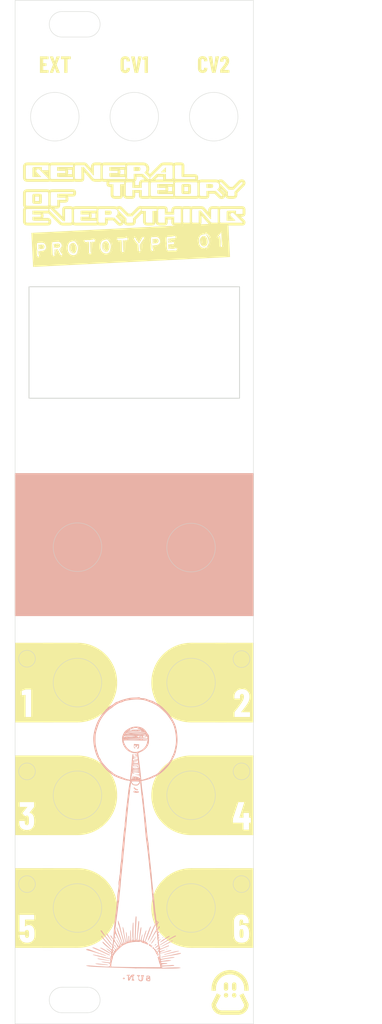
<source format=kicad_pcb>
(kicad_pcb (version 20211014) (generator pcbnew)

  (general
    (thickness 1.6)
  )

  (paper "A4")
  (layers
    (0 "F.Cu" signal)
    (31 "B.Cu" signal)
    (32 "B.Adhes" user "B.Adhesive")
    (33 "F.Adhes" user "F.Adhesive")
    (34 "B.Paste" user)
    (35 "F.Paste" user)
    (36 "B.SilkS" user "B.Silkscreen")
    (37 "F.SilkS" user "F.Silkscreen")
    (38 "B.Mask" user)
    (39 "F.Mask" user)
    (40 "Dwgs.User" user "User.Drawings")
    (41 "Cmts.User" user "User.Comments")
    (42 "Eco1.User" user "User.Eco1")
    (43 "Eco2.User" user "User.Eco2")
    (44 "Edge.Cuts" user)
    (45 "Margin" user)
    (46 "B.CrtYd" user "B.Courtyard")
    (47 "F.CrtYd" user "F.Courtyard")
    (48 "B.Fab" user)
    (49 "F.Fab" user)
    (50 "User.1" user)
    (51 "User.2" user)
    (52 "User.3" user)
    (53 "User.4" user)
    (54 "User.5" user)
    (55 "User.6" user)
    (56 "User.7" user)
    (57 "User.8" user)
    (58 "User.9" user)
  )

  (setup
    (pad_to_mask_clearance 0)
    (aux_axis_origin 60 31.75)
    (pcbplotparams
      (layerselection 0x00010fc_ffffffff)
      (disableapertmacros false)
      (usegerberextensions false)
      (usegerberattributes true)
      (usegerberadvancedattributes true)
      (creategerberjobfile true)
      (svguseinch false)
      (svgprecision 6)
      (excludeedgelayer true)
      (plotframeref false)
      (viasonmask false)
      (mode 1)
      (useauxorigin false)
      (hpglpennumber 1)
      (hpglpenspeed 20)
      (hpglpendiameter 15.000000)
      (dxfpolygonmode true)
      (dxfimperialunits true)
      (dxfusepcbnewfont true)
      (psnegative false)
      (psa4output false)
      (plotreference true)
      (plotvalue true)
      (plotinvisibletext false)
      (sketchpadsonfab false)
      (subtractmaskfromsilk false)
      (outputformat 1)
      (mirror false)
      (drillshape 0)
      (scaleselection 1)
      (outputdirectory "Gerbers/")
    )
  )

  (net 0 "")

  (gr_poly
    (pts
      (xy 74.871291 154.057062)
      (xy 74.88662 154.058027)
      (xy 74.901229 154.059409)
      (xy 74.915104 154.06119)
      (xy 74.928231 154.063347)
      (xy 74.940596 154.065862)
      (xy 74.952185 154.068714)
      (xy 74.962984 154.071883)
      (xy 74.97298 154.07535)
      (xy 74.982158 154.079094)
      (xy 74.990505 154.083095)
      (xy 74.998005 154.087333)
      (xy 75.004646 154.091788)
      (xy 75.010414 154.09644)
      (xy 75.015294 154.101269)
      (xy 75.019273 154.106255)
      (xy 75.022336 154.111378)
      (xy 75.02447 154.116617)
      (xy 75.02566 154.121954)
      (xy 75.025893 154.127367)
      (xy 75.025155 154.132837)
      (xy 75.023431 154.138344)
      (xy 75.020709 154.143868)
      (xy 75.016973 154.149388)
      (xy 75.01221 154.154884)
      (xy 75.006406 154.160337)
      (xy 74.999547 154.165727)
      (xy 74.991619 154.171033)
      (xy 74.982609 154.176235)
      (xy 74.972501 154.181314)
      (xy 74.961282 154.186249)
      (xy 74.948939 154.19102)
      (xy 74.938982 154.195806)
      (xy 74.929657 154.202622)
      (xy 74.920963 154.211339)
      (xy 74.912903 154.221826)
      (xy 74.905476 154.233952)
      (xy 74.898682 154.247587)
      (xy 74.892524 154.262599)
      (xy 74.887 154.278858)
      (xy 74.87786 154.314594)
      (xy 74.871269 154.353749)
      (xy 74.86723 154.395276)
      (xy 74.865748 154.438131)
      (xy 74.86683 154.481266)
      (xy 74.870478 154.523637)
      (xy 74.876699 154.564197)
      (xy 74.885497 154.6019)
      (xy 74.890864 154.619353)
      (xy 74.896877 154.6357)
      (xy 74.903537 154.65081)
      (xy 74.910844 154.664552)
      (xy 74.918799 154.676796)
      (xy 74.927402 154.68741)
      (xy 74.936655 154.696264)
      (xy 74.946558 154.703227)
      (xy 74.950703 154.705735)
      (xy 74.954716 154.708335)
      (xy 74.958593 154.711022)
      (xy 74.962332 154.713789)
      (xy 74.965927 154.71663)
      (xy 74.969378 154.719539)
      (xy 74.972679 154.722509)
      (xy 74.975828 154.725536)
      (xy 74.978822 154.728611)
      (xy 74.981658 154.73173)
      (xy 74.984331 154.734887)
      (xy 74.98684 154.738074)
      (xy 74.98918 154.741287)
      (xy 74.991348 154.744518)
      (xy 74.993342 154.747762)
      (xy 74.995157 154.751013)
      (xy 74.996791 154.754264)
      (xy 74.998241 154.757509)
      (xy 74.999502 154.760743)
      (xy 75.000573 154.763959)
      (xy 75.001449 154.76715)
      (xy 75.002127 154.770312)
      (xy 75.002605 154.773437)
      (xy 75.002878 154.776519)
      (xy 75.002944 154.779553)
      (xy 75.002799 154.782532)
      (xy 75.002441 154.785451)
      (xy 75.001865 154.788302)
      (xy 75.001069 154.79108)
      (xy 75.000049 154.793779)
      (xy 74.998803 154.796393)
      (xy 74.997326 154.798914)
      (xy 74.997321 154.798921)
      (xy 74.993069 154.804068)
      (xy 74.987386 154.808643)
      (xy 74.980374 154.812661)
      (xy 74.972136 154.816135)
      (xy 74.962775 154.81908)
      (xy 74.952395 154.821511)
      (xy 74.928986 154.824889)
      (xy 74.902733 154.826384)
      (xy 74.87446 154.826113)
      (xy 74.84499 154.82419)
      (xy 74.815148 154.820732)
      (xy 74.785757 154.815855)
      (xy 74.757641 154.809674)
      (xy 74.731623 154.802307)
      (xy 74.708527 154.793867)
      (xy 74.698333 154.789282)
      (xy 74.689178 154.784473)
      (xy 74.681165 154.779453)
      (xy 74.674398 154.774238)
      (xy 74.668979 154.768843)
      (xy 74.665012 154.76328)
      (xy 74.662599 154.757566)
      (xy 74.661843 154.751714)
      (xy 74.661951 154.74943)
      (xy 74.662188 154.747177)
      (xy 74.66255 154.744958)
      (xy 74.663035 154.742776)
      (xy 74.663639 154.740633)
      (xy 74.664358 154.738533)
      (xy 74.66519 154.736479)
      (xy 74.666132 154.734472)
      (xy 74.667179 154.732517)
      (xy 74.668329 154.730615)
      (xy 74.669578 154.72877)
      (xy 74.670923 154.726984)
      (xy 74.672362 154.72526)
      (xy 74.673889 154.723601)
      (xy 74.675503 154.72201)
      (xy 74.6772 154.720489)
      (xy 74.678977 154.719042)
      (xy 74.68083 154.717671)
      (xy 74.682757 154.716379)
      (xy 74.684753 154.715169)
      (xy 74.686816 154.714044)
      (xy 74.688942 154.713006)
      (xy 74.691129 154.712058)
      (xy 74.693372 154.711203)
      (xy 74.695668 154.710444)
      (xy 74.698015 154.709784)
      (xy 74.700409 154.709225)
      (xy 74.702846 154.70877)
      (xy 74.705324 154.708423)
      (xy 74.707839 154.708185)
      (xy 74.710388 154.70806)
      (xy 74.712968 154.708051)
      (xy 74.715551 154.707835)
      (xy 74.718111 154.707102)
      (xy 74.720645 154.705862)
      (xy 74.723148 154.704131)
      (xy 74.728051 154.699241)
      (xy 74.732791 154.692535)
      (xy 74.737342 154.684116)
      (xy 74.741676 154.674085)
      (xy 74.745765 154.662547)
      (xy 74.749582 154.649603)
      (xy 74.753098 154.635356)
      (xy 74.756286 154.619909)
      (xy 74.759119 154.603365)
      (xy 74.761568 154.585826)
      (xy 74.763607 154.567395)
      (xy 74.765207 154.548175)
      (xy 74.766341 154.528268)
      (xy 74.766981 154.507777)
      (xy 74.767163 154.487288)
      (xy 74.766956 154.467389)
      (xy 74.766377 154.448182)
      (xy 74.765443 154.429769)
      (xy 74.764172 154.412253)
      (xy 74.762581 154.395735)
      (xy 74.760687 154.380319)
      (xy 74.758509 154.366106)
      (xy 74.756064 154.353199)
      (xy 74.753369 154.3417)
      (xy 74.750441 154.331711)
      (xy 74.748896 154.327315)
      (xy 74.747299 154.323335)
      (xy 74.745652 154.319784)
      (xy 74.743959 154.316674)
      (xy 74.74222 154.314019)
      (xy 74.740439 154.31183)
      (xy 74.738617 154.310122)
      (xy 74.736756 154.308906)
      (xy 74.734859 154.308196)
      (xy 74.732929 154.308004)
      (xy 74.728229 154.309107)
      (xy 74.722542 154.312026)
      (xy 74.708506 154.322876)
      (xy 74.691413 154.339686)
      (xy 74.671858 154.361586)
      (xy 74.650435 154.387708)
      (xy 74.627739 154.417182)
      (xy 74.604362 154.44914)
      (xy 74.580901 154.482712)
      (xy 74.557948 154.517029)
      (xy 74.536098 154.551223)
      (xy 74.515945 154.584425)
      (xy 74.498083 154.615765)
      (xy 74.483107 154.644375)
      (xy 74.47161 154.669386)
      (xy 74.464187 154.689928)
      (xy 74.462188 154.698252)
      (xy 74.461431 154.705132)
      (xy 74.460808 154.710899)
      (xy 74.459186 154.716808)
      (xy 74.456626 154.722829)
      (xy 74.453186 154.728934)
      (xy 74.448925 154.735093)
      (xy 74.443903 154.741276)
      (xy 74.438178 154.747456)
      (xy 74.43181 154.753601)
      (xy 74.41738 154.765675)
      (xy 74.401086 154.777263)
      (xy 74.383399 154.788131)
      (xy 74.364794 154.798046)
      (xy 74.345742 154.806773)
      (xy 74.326717 154.814079)
      (xy 74.30819 154.81973)
      (xy 74.290636 154.82349)
      (xy 74.28237 154.824589)
      (xy 74.274525 154.825128)
      (xy 74.26716 154.825077)
      (xy 74.260332 154.824407)
      (xy 74.254102 154.82309)
      (xy 74.248529 154.821095)
      (xy 74.243671 154.818395)
      (xy 74.239588 154.814958)
      (xy 74.23644 154.810141)
      (xy 74.233434 154.802472)
      (xy 74.230585 154.792118)
      (xy 74.227905 154.779246)
      (xy 74.223108 154.746617)
      (xy 74.21915 154.70592)
      (xy 74.216135 154.658492)
      (xy 74.214172 154.60567)
      (xy 74.213366 154.548789)
      (xy 74.213824 154.489186)
      (xy 74.214524 154.44306)
      (xy 74.214765 154.40195)
      (xy 74.214456 154.365572)
      (xy 74.214066 154.349069)
      (xy 74.213504 154.333642)
      (xy 74.212759 154.319256)
      (xy 74.211819 154.305876)
      (xy 74.210672 154.293465)
      (xy 74.209308 154.281988)
      (xy 74.207714 154.27141)
      (xy 74.20588 154.261695)
      (xy 74.203793 154.252808)
      (xy 74.201443 154.244713)
      (xy 74.198817 154.237374)
      (xy 74.195905 154.230757)
      (xy 74.192695 154.224824)
      (xy 74.189176 154.219542)
      (xy 74.185336 154.214874)
      (xy 74.181163 154.210785)
      (xy 74.176646 154.207239)
      (xy 74.171774 154.204201)
      (xy 74.166536 154.201635)
      (xy 74.160919 154.199505)
      (xy 74.154913 154.197777)
      (xy 74.148505 154.196414)
      (xy 74.141685 154.195381)
      (xy 74.134441 154.194643)
      (xy 74.126762 154.194164)
      (xy 74.118636 154.193908)
      (xy 74.086657 154.192302)
      (xy 74.073012 154.190825)
      (xy 74.060892 154.188938)
      (xy 74.050268 154.186668)
      (xy 74.041112 154.184046)
      (xy 74.033395 154.181098)
      (xy 74.027089 154.177856)
      (xy 74.022166 154.174346)
      (xy 74.018597 154.170598)
      (xy 74.016353 154.166642)
      (xy 74.015407 154.162505)
      (xy 74.015729 154.158216)
      (xy 74.017291 154.153804)
      (xy 74.020065 154.149299)
      (xy 74.024022 154.144728)
      (xy 74.029134 154.140122)
      (xy 74.035372 154.135507)
      (xy 74.051113 154.126371)
      (xy 74.071017 154.117551)
      (xy 74.094857 154.109276)
      (xy 74.122406 154.101778)
      (xy 74.153434 154.095287)
      (xy 74.187715 154.090034)
      (xy 74.22502 154.086249)
      (xy 74.244276 154.084928)
      (xy 74.262866 154.083965)
      (xy 74.280767 154.083349)
      (xy 74.297955 154.08307)
      (xy 74.314407 154.083115)
      (xy 74.330101 154.083474)
      (xy 74.345012 154.084136)
      (xy 74.359117 154.085091)
      (xy 74.372394 154.086326)
      (xy 74.384818 154.087831)
      (xy 74.396368 154.089596)
      (xy 74.407019 154.091608)
      (xy 74.416748 154.093857)
      (xy 74.425533 154.096333)
      (xy 74.433349 154.099023)
      (xy 74.440174 154.101918)
      (xy 74.445985 154.105005)
      (xy 74.450757 154.108275)
      (xy 74.454469 154.111716)
      (xy 74.457096 154.115316)
      (xy 74.458616 154.119066)
      (xy 74.458953 154.120993)
      (xy 74.459005 154.122954)
      (xy 74.458768 154.124946)
      (xy 74.45824 154.126969)
      (xy 74.456298 154.1311)
      (xy 74.453155 154.135335)
      (xy 74.448789 154.139665)
      (xy 74.443176 154.144079)
      (xy 74.436293 154.148564)
      (xy 74.428116 154.15311)
      (xy 74.418623 154.157706)
      (xy 74.40779 154.162342)
      (xy 74.395594 154.167005)
      (xy 74.387926 154.17048)
      (xy 74.3806 154.175163)
      (xy 74.373626 154.180969)
      (xy 74.367012 154.18781)
      (xy 74.360769 154.195602)
      (xy 74.354904 154.204257)
      (xy 74.349428 154.213689)
      (xy 74.344349 154.223813)
      (xy 74.339677 154.234541)
      (xy 74.33542 154.245789)
      (xy 74.331588 154.257469)
      (xy 74.328191 154.269495)
      (xy 74.322734 154.294243)
      (xy 74.319124 154.319342)
      (xy 74.317433 154.344104)
      (xy 74.31733 154.356142)
      (xy 74.317735 154.367838)
      (xy 74.318656 154.379104)
      (xy 74.320103 154.389855)
      (xy 74.322085 154.400004)
      (xy 74.32461 154.409465)
      (xy 74.327689 154.418152)
      (xy 74.33133 154.425979)
      (xy 74.335543 154.43286)
      (xy 74.340336 154.438708)
      (xy 74.345719 154.443437)
      (xy 74.351702 154.446962)
      (xy 74.358292 154.449195)
      (xy 74.365499 154.450051)
      (xy 74.368079 154.450037)
      (xy 74.370628 154.449904)
      (xy 74.373143 154.449653)
      (xy 74.375621 154.449288)
      (xy 74.378059 154.448812)
      (xy 74.380453 154.448227)
      (xy 74.3828 154.447537)
      (xy 74.385098 154.446744)
      (xy 74.387341 154.445852)
      (xy 74.389528 154.444863)
      (xy 74.391655 154.44378)
      (xy 74.393719 154.442606)
      (xy 74.395716 154.441344)
      (xy 74.397644 154.439997)
      (xy 74.399498 154.438568)
      (xy 74.401276 154.43706)
      (xy 74.402974 154.435475)
      (xy 74.404589 154.433817)
      (xy 74.406118 154.432088)
      (xy 74.407558 154.430292)
      (xy 74.408905 154.428432)
      (xy 74.410155 154.426509)
      (xy 74.411307 154.424528)
      (xy 74.412355 154.422491)
      (xy 74.413298 154.420401)
      (xy 74.414132 154.418261)
      (xy 74.414853 154.416074)
      (xy 74.415458 154.413842)
      (xy 74.415945 154.411569)
      (xy 74.416309 154.409258)
      (xy 74.416547 154.406912)
      (xy 74.416657 154.404533)
      (xy 74.417435 154.399011)
      (xy 74.419546 154.392094)
      (xy 74.42292 154.383882)
      (xy 74.427491 154.374478)
      (xy 74.433188 154.363984)
      (xy 74.439944 154.352501)
      (xy 74.447689 154.340131)
      (xy 74.456355 154.326977)
      (xy 74.476175 154.298723)
      (xy 74.498854 154.268553)
      (xy 74.523844 154.237283)
      (xy 74.550594 154.205728)
      (xy 74.569185 154.185026)
      (xy 74.587274 154.166116)
      (xy 74.60498 154.14894)
      (xy 74.622425 154.133439)
      (xy 74.639728 154.119554)
      (xy 74.657011 154.107225)
      (xy 74.674395 154.096394)
      (xy 74.691999 154.087001)
      (xy 74.709944 154.078987)
      (xy 74.728352 154.072293)
      (xy 74.747342 154.066859)
      (xy 74.767036 154.062628)
      (xy 74.787554 154.059538)
      (xy 74.809016 154.057532)
      (xy 74.831543 154.056551)
      (xy 74.855256 154.056534)
    ) (layer "B.SilkS") (width 0) (fill solid) (tstamp 01474ac5-de8c-4633-8497-946dc915ef63))
  (gr_poly
    (pts
      (xy 76.726547 154.191693)
      (xy 76.747523 154.192407)
      (xy 76.768305 154.193748)
      (xy 76.788769 154.195682)
      (xy 76.808789 154.198174)
      (xy 76.828242 154.20119)
      (xy 76.847003 154.204696)
      (xy 76.864948 154.208657)
      (xy 76.881952 154.213038)
      (xy 76.897892 154.217804)
      (xy 76.912641 154.222922)
      (xy 76.926077 154.228357)
      (xy 76.938074 154.234073)
      (xy 76.948509 154.240038)
      (xy 76.953102 154.243102)
      (xy 76.957257 154.246215)
      (xy 76.960959 154.249373)
      (xy 76.964193 154.252571)
      (xy 76.966943 154.255805)
      (xy 76.969193 154.25907)
      (xy 76.977097 154.277034)
      (xy 76.984363 154.303154)
      (xy 76.990946 154.336246)
      (xy 76.996798 154.375125)
      (xy 77.001873 154.418604)
      (xy 77.006123 154.465499)
      (xy 77.011963 154.564792)
      (xy 77.013944 154.663521)
      (xy 77.013371 154.709709)
      (xy 77.011692 154.7522)
      (xy 77.008861 154.789808)
      (xy 77.00483 154.821348)
      (xy 76.999555 154.845633)
      (xy 76.996435 154.854685)
      (xy 76.992986 154.861478)
      (xy 76.992987 154.861475)
      (xy 76.988908 154.866542)
      (xy 76.983506 154.871206)
      (xy 76.976855 154.875471)
      (xy 76.969026 154.87934)
      (xy 76.950132 154.885904)
      (xy 76.927408 154.890927)
      (xy 76.901439 154.894435)
      (xy 76.872811 154.896458)
      (xy 76.842109 154.897024)
      (xy 76.809918 154.89616)
      (xy 76.776822 154.893895)
      (xy 76.743408 154.890256)
      (xy 76.710259 154.885272)
      (xy 76.677961 154.878971)
      (xy 76.647099 154.87138)
      (xy 76.618258 154.862529)
      (xy 76.592023 154.852444)
      (xy 76.56898 154.841154)
      (xy 76.560116 154.83562)
      (xy 76.551629 154.829179)
      (xy 76.543529 154.821895)
      (xy 76.535824 154.813827)
      (xy 76.528526 154.805038)
      (xy 76.521643 154.79559)
      (xy 76.515184 154.785543)
      (xy 76.50916 154.774959)
      (xy 76.503579 154.763901)
      (xy 76.498452 154.752429)
      (xy 76.493787 154.740605)
      (xy 76.489594 154.728492)
      (xy 76.483168 154.705449)
      (xy 76.638428 154.705449)
      (xy 76.638739 154.708556)
      (xy 76.639459 154.71157)
      (xy 76.639459 154.711573)
      (xy 76.644089 154.72392)
      (xy 76.64981 154.735011)
      (xy 76.656539 154.74487)
      (xy 76.664198 154.753527)
      (xy 76.672705 154.761006)
      (xy 76.68198 154.767335)
      (xy 76.691942 154.772541)
      (xy 76.70251 154.776649)
      (xy 76.713605 154.779688)
      (xy 76.725145 154.781684)
      (xy 76.73705 154.782662)
      (xy 76.74924 154.782651)
      (xy 76.761633 154.781677)
      (xy 76.774149 154.779766)
      (xy 76.786709 154.776945)
      (xy 76.79923 154.773242)
      (xy 76.811633 154.768682)
      (xy 76.823836 154.763292)
      (xy 76.835761 154.757099)
      (xy 76.847325 154.750131)
      (xy 76.858448 154.742413)
      (xy 76.86905 154.733972)
      (xy 76.87905 154.724834)
      (xy 76.888368 154.715028)
      (xy 76.896923 154.704579)
      (xy 76.904634 154.693514)
      (xy 76.911421 154.68186)
      (xy 76.917204 154.669643)
      (xy 76.921901 154.656891)
      (xy 76.925432 154.64363)
      (xy 76.927718 154.629886)
      (xy 76.928676 154.615687)
      (xy 76.928402 154.607195)
      (xy 76.927202 154.599759)
      (xy 76.926235 154.596435)
      (xy 76.92501 154.593373)
      (xy 76.923521 154.590572)
      (xy 76.921759 154.588032)
      (xy 76.919714 154.585751)
      (xy 76.91738 154.58373)
      (xy 76.914747 154.581967)
      (xy 76.911808 154.580462)
      (xy 76.908553 154.579214)
      (xy 76.904975 154.578223)
      (xy 76.896813 154.577008)
      (xy 76.887257 154.57681)
      (xy 76.876238 154.577626)
      (xy 76.86369 154.579448)
      (xy 76.849545 154.582273)
      (xy 76.833737 154.586094)
      (xy 76.816198 154.590907)
      (xy 76.796861 154.596706)
      (xy 76.775659 154.603485)
      (xy 76.760047 154.608936)
      (xy 76.745056 154.614819)
      (xy 76.730755 154.621079)
      (xy 76.717214 154.627661)
      (xy 76.704504 154.63451)
      (xy 76.692694 154.641569)
      (xy 76.687148 154.64516)
      (xy 76.681854 154.648784)
      (xy 76.676819 154.652432)
      (xy 76.672053 154.656098)
      (xy 76.667565 154.659776)
      (xy 76.663362 154.663458)
      (xy 76.659455 154.667137)
      (xy 76.655851 154.670806)
      (xy 76.652559 154.674459)
      (xy 76.649588 154.678089)
      (xy 76.646948 154.681688)
      (xy 76.644645 154.68525)
      (xy 76.64269 154.688767)
      (xy 76.641091 154.692234)
      (xy 76.639856 154.695642)
      (xy 76.638995 154.698985)
      (xy 76.638516 154.702257)
      (xy 76.638428 154.705449)
      (xy 76.483168 154.705449)
      (xy 76.482663 154.70364)
      (xy 76.477734 154.678366)
      (xy 76.474884 154.653164)
      (xy 76.474262 154.640743)
      (xy 76.474188 154.628525)
      (xy 76.474671 154.616571)
      (xy 76.475722 154.604943)
      (xy 76.477349 154.593702)
      (xy 76.479562 154.58291)
      (xy 76.482371 154.572628)
      (xy 76.485785 154.562919)
      (xy 76.489813 154.553843)
      (xy 76.494465 154.545463)
      (xy 76.499751 154.537839)
      (xy 76.505679 154.531034)
      (xy 76.512261 154.525109)
      (xy 76.519504 154.520126)
      (xy 76.521651 154.518637)
      (xy 76.523721 154.51677)
      (xy 76.527619 154.511944)
      (xy 76.531188 154.505742)
      (xy 76.534415 154.498253)
      (xy 76.537288 154.489571)
      (xy 76.539797 154.479787)
      (xy 76.541929 154.468991)
      (xy 76.543673 154.457277)
      (xy 76.545017 154.444735)
      (xy 76.54595 154.431457)
      (xy 76.546459 154.417535)
      (xy 76.546534 154.40306)
      (xy 76.546486 154.401143)
      (xy 76.604069 154.401143)
      (xy 76.604182 154.405756)
      (xy 76.604789 154.410007)
      (xy 76.6059 154.413898)
      (xy 76.607525 154.417431)
      (xy 76.609675 154.42061)
      (xy 76.612359 154.423437)
      (xy 76.615588 154.425914)
      (xy 76.619373 154.428044)
      (xy 76.623722 154.429829)
      (xy 76.628648 154.431272)
      (xy 76.634159 154.432375)
      (xy 76.640267 154.43314)
      (xy 76.654311 154.43367)
      (xy 76.670863 154.432881)
      (xy 76.690004 154.430793)
      (xy 76.711816 154.427425)
      (xy 76.736382 154.422798)
      (xy 76.763782 154.416933)
      (xy 76.7941 154.409847)
      (xy 76.80589 154.406745)
      (xy 76.816797 154.403366)
      (xy 76.826826 154.399736)
      (xy 76.835984 154.395877)
      (xy 76.844277 154.391816)
      (xy 76.851711 154.387574)
      (xy 76.858292 154.383178)
      (xy 76.864027 154.378649)
      (xy 76.868922 154.374013)
      (xy 76.872982 154.369294)
      (xy 76.876215 154.364515)
      (xy 76.878627 154.359701)
      (xy 76.880223 154.354876)
      (xy 76.88101 154.350063)
      (xy 76.880994 154.345288)
      (xy 76.880181 154.340573)
      (xy 76.878578 154.335943)
      (xy 76.876191 154.331421)
      (xy 76.873025 154.327033)
      (xy 76.869088 154.322802)
      (xy 76.864385 154.318752)
      (xy 76.858923 154.314907)
      (xy 76.852708 154.311291)
      (xy 76.845745 154.307928)
      (xy 76.838042 154.304842)
      (xy 76.829605 154.302058)
      (xy 76.820439 154.299599)
      (xy 76.81055 154.297489)
      (xy 76.799947 154.295753)
      (xy 76.788633 154.294414)
      (xy 76.776616 154.293497)
      (xy 76.763901 154.293025)
      (xy 76.757692 154.293009)
      (xy 76.751482 154.293187)
      (xy 76.745282 154.293555)
      (xy 76.739102 154.294108)
      (xy 76.732951 154.29484)
      (xy 76.726839 154.295749)
      (xy 76.720775 154.296828)
      (xy 76.714769 154.298073)
      (xy 76.708831 154.29948)
      (xy 76.70297 154.301044)
      (xy 76.697197 154.302761)
      (xy 76.69152 154.304624)
      (xy 76.68595 154.306631)
      (xy 76.680496 154.308776)
      (xy 76.675168 154.311055)
      (xy 76.669975 154.313462)
      (xy 76.664927 154.315994)
      (xy 76.660033 154.318645)
      (xy 76.655305 154.321412)
      (xy 76.65075 154.324289)
      (xy 76.646379 154.327271)
      (xy 76.642201 154.330355)
      (xy 76.638226 154.333535)
      (xy 76.634464 154.336806)
      (xy 76.630925 154.340165)
      (xy 76.627617 154.343606)
      (xy 76.624551 154.347124)
      (xy 76.621737 154.350716)
      (xy 76.619183 154.354376)
      (xy 76.6169 154.3581)
      (xy 76.614897 154.361883)
      (xy 76.613184 154.36572)
      (xy 76.608348 154.37902)
      (xy 76.605282 154.390821)
      (xy 76.604439 154.396166)
      (xy 76.604069 154.401143)
      (xy 76.546486 154.401143)
      (xy 76.546161 154.388124)
      (xy 76.545331 154.372818)
      (xy 76.544031 154.357234)
      (xy 76.54225 154.341464)
      (xy 76.538983 154.315098)
      (xy 76.536526 154.291943)
      (xy 76.535128 154.271797)
      (xy 76.535037 154.254458)
      (xy 76.53556 154.246778)
      (xy 76.536503 154.239723)
      (xy 76.537897 154.23327)
      (xy 76.539774 154.227391)
      (xy 76.542165 154.222063)
      (xy 76.5451 154.217259)
      (xy 76.548611 154.212955)
      (xy 76.552728 154.209125)
      (xy 76.557484 154.205743)
      (xy 76.562909 154.202786)
      (xy 76.569035 154.200226)
      (xy 76.575891 154.19804)
      (xy 76.58351 154.196201)
      (xy 76.591923 154.194685)
      (xy 76.611254 154.192518)
      (xy 76.634133 154.191338)
      (xy 76.660809 154.190942)
    ) (layer "B.SilkS") (width 0) (fill solid) (tstamp 039b7496-0702-4182-bb4f-bde2f1097da4))
  (gr_poly
    (pts
      (xy 71.608558 151.738428)
      (xy 71.615392 151.738836)
      (xy 71.622351 151.739616)
      (xy 71.629384 151.74077)
      (xy 71.636442 151.742299)
      (xy 71.643475 151.744204)
      (xy 71.650435 151.746487)
      (xy 71.657271 151.749148)
      (xy 71.664132 151.752236)
      (xy 71.669782 151.755197)
      (xy 71.674231 151.758023)
      (xy 71.676006 151.759383)
      (xy 71.677485 151.760706)
      (xy 71.678667 151.761992)
      (xy 71.679553 151.763239)
      (xy 71.680145 151.764447)
      (xy 71.680444 151.765614)
      (xy 71.68045 151.76674)
      (xy 71.680164 151.767823)
      (xy 71.679588 151.768863)
      (xy 71.678723 151.769859)
      (xy 71.677569 151.770809)
      (xy 71.676127 151.771714)
      (xy 71.674399 151.772571)
      (xy 71.672386 151.773379)
      (xy 71.667506 151.774848)
      (xy 71.661497 151.776113)
      (xy 71.654365 151.777166)
      (xy 71.64612 151.777999)
      (xy 71.636769 151.778605)
      (xy 71.626319 151.778975)
      (xy 71.621414 151.779049)
      (xy 71.616652 151.779044)
      (xy 71.612036 151.778963)
      (xy 71.60757 151.778807)
      (xy 71.60326 151.778578)
      (xy 71.599108 151.778278)
      (xy 71.59512 151.777909)
      (xy 71.5913 151.777472)
      (xy 71.587651 151.77697)
      (xy 71.584178 151.776403)
      (xy 71.580886 151.775775)
      (xy 71.577777 151.775086)
      (xy 71.574858 151.774338)
      (xy 71.572131 151.773533)
      (xy 71.5696 151.772673)
      (xy 71.567271 151.77176)
      (xy 71.565148 151.770795)
      (xy 71.563233 151.769781)
      (xy 71.561533 151.768718)
      (xy 71.560051 151.767609)
      (xy 71.55879 151.766456)
      (xy 71.557756 151.76526)
      (xy 71.556953 151.764023)
      (xy 71.556384 151.762746)
      (xy 71.556189 151.762094)
      (xy 71.556054 151.761433)
      (xy 71.55598 151.760762)
      (xy 71.555967 151.760083)
      (xy 71.556016 151.759396)
      (xy 71.556128 151.7587)
      (xy 71.55654 151.757285)
      (xy 71.557207 151.755839)
      (xy 71.558135 151.754365)
      (xy 71.559327 151.752864)
      (xy 71.560787 151.751338)
      (xy 71.562459 151.749846)
      (xy 71.56428 151.748444)
      (xy 71.568342 151.745912)
      (xy 71.572924 151.743743)
      (xy 71.577976 151.741939)
      (xy 71.583449 151.740501)
      (xy 71.589293 151.739429)
      (xy 71.595459 151.738726)
      (xy 71.601897 151.738392)
    ) (layer "B.SilkS") (width 0) (fill solid) (tstamp 0aac5531-20fd-43d8-9526-b55edd8c12e2))
  (gr_poly
    (pts
      (xy 78.635217 149.393394)
      (xy 78.635217 149.393391)
      (xy 78.635217 149.39339)
    ) (layer "B.SilkS") (width 0) (fill solid) (tstamp 114b4eed-2d6e-4e6f-8fb6-af9d4fdd7bf4))
  (gr_poly
    (pts
      (xy 75.012359 130.968462)
      (xy 75.017253 130.968869)
      (xy 75.022363 130.96962)
      (xy 75.027704 130.970717)
      (xy 75.033293 130.972159)
      (xy 75.039148 130.973944)
      (xy 75.051715 130.978547)
      (xy 75.065535 130.984522)
      (xy 75.08074 130.991865)
      (xy 75.097459 131.000575)
      (xy 75.115823 131.010647)
      (xy 75.130279 131.018198)
      (xy 75.14542 131.025083)
      (xy 75.161186 131.031296)
      (xy 75.177516 131.036829)
      (xy 75.194348 131.041673)
      (xy 75.211622 131.04582)
      (xy 75.229275 131.049263)
      (xy 75.247248 131.051993)
      (xy 75.265479 131.054002)
      (xy 75.283906 131.055283)
      (xy 75.302468 131.055827)
      (xy 75.321105 131.055627)
      (xy 75.339755 131.054674)
      (xy 75.358357 131.052961)
      (xy 75.376849 131.050478)
      (xy 75.395171 131.04722)
      (xy 75.420196 131.042367)
      (xy 75.442448 131.038471)
      (xy 75.462083 131.03562)
      (xy 75.470968 131.034613)
      (xy 75.479258 131.033899)
      (xy 75.486973 131.033489)
      (xy 75.494131 131.033395)
      (xy 75.500753 131.033626)
      (xy 75.506858 131.034193)
      (xy 75.512466 131.035108)
      (xy 75.517596 131.036381)
      (xy 75.522268 131.038023)
      (xy 75.526502 131.040045)
      (xy 75.530317 131.042457)
      (xy 75.533732 131.04527)
      (xy 75.536769 131.048496)
      (xy 75.539445 131.052144)
      (xy 75.541781 131.056226)
      (xy 75.543796 131.060753)
      (xy 75.54551 131.065734)
      (xy 75.546942 131.071182)
      (xy 75.548112 131.077107)
      (xy 75.549041 131.083519)
      (xy 75.549746 131.090429)
      (xy 75.550248 131.097849)
      (xy 75.550722 131.114259)
      (xy 75.550619 131.132836)
      (xy 75.550619 131.132834)
      (xy 75.550046 131.152661)
      (xy 75.548783 131.170064)
      (xy 75.546407 131.185164)
      (xy 75.542496 131.198083)
      (xy 75.539833 131.203762)
      (xy 75.536627 131.208942)
      (xy 75.532826 131.213636)
      (xy 75.528376 131.217861)
      (xy 75.523225 131.221632)
      (xy 75.517321 131.224964)
      (xy 75.510609 131.227871)
      (xy 75.503038 131.23037)
      (xy 75.485104 131.234201)
      (xy 75.463096 131.236578)
      (xy 75.436592 131.237624)
      (xy 75.405168 131.237458)
      (xy 75.368401 131.236202)
      (xy 75.325868 131.233978)
      (xy 75.221812 131.227109)
      (xy 75.163558 131.22261)
      (xy 75.111679 131.217637)
      (xy 75.065979 131.212041)
      (xy 75.045387 131.208963)
      (xy 75.026267 131.205673)
      (xy 75.008596 131.202152)
      (xy 74.992349 131.198383)
      (xy 74.977502 131.194346)
      (xy 74.964031 131.190023)
      (xy 74.951912 131.185395)
      (xy 74.94112 131.180444)
      (xy 74.931633 131.17515)
      (xy 74.923424 131.169496)
      (xy 74.916471 131.163463)
      (xy 74.910749 131.157032)
      (xy 74.906233 131.150184)
      (xy 74.902901 131.142902)
      (xy 74.900727 131.135165)
      (xy 74.899687 131.126956)
      (xy 74.899758 131.118257)
      (xy 74.900915 131.109047)
      (xy 74.903134 131.099309)
      (xy 74.90639 131.089025)
      (xy 74.91066 131.078175)
      (xy 74.91592 131.066741)
      (xy 74.922145 131.054704)
      (xy 74.929312 131.042046)
      (xy 74.937395 131.028748)
      (xy 74.946371 131.014791)
      (xy 74.953751 131.00409)
      (xy 74.960951 130.994795)
      (xy 74.968101 130.986905)
      (xy 74.971698 130.983485)
      (xy 74.975332 130.980415)
      (xy 74.979018 130.977695)
      (xy 74.982773 130.975323)
      (xy 74.986613 130.973301)
      (xy 74.990555 130.971626)
      (xy 74.994615 130.970299)
      (xy 74.998809 130.96932)
      (xy 75.003154 130.968687)
      (xy 75.007665 130.968402)
    ) (layer "B.SilkS") (width 0) (fill solid) (tstamp 1801bb81-49c8-45c3-be32-244d5a0ab4b3))
  (gr_rect (start 60 91.15) (end 90 109) (layer "B.SilkS") (width 0.1) (fill solid) (tstamp 1f846f7b-5b68-45a5-af53-588758405df3))
  (gr_poly
    (pts
      (xy 79.117842 150.814247)
      (xy 79.120414 150.814489)
      (xy 79.122867 150.814856)
      (xy 79.125201 150.815343)
      (xy 79.127413 150.815948)
      (xy 79.129503 150.816667)
      (xy 79.131469 150.817497)
      (xy 79.133311 150.818435)
      (xy 79.135025 150.819478)
      (xy 79.136612 150.820622)
      (xy 79.138069 150.821864)
      (xy 79.139396 150.823201)
      (xy 79.140591 150.824629)
      (xy 79.141652 150.826146)
      (xy 79.142579 150.827748)
      (xy 79.14337 150.829431)
      (xy 79.144023 150.831194)
      (xy 79.144538 150.833031)
      (xy 79.144912 150.834941)
      (xy 79.145145 150.836919)
      (xy 79.145235 150.838963)
      (xy 79.145181 150.841069)
      (xy 79.144981 150.843234)
      (xy 79.144635 150.845455)
      (xy 79.14414 150.847729)
      (xy 79.143495 150.850051)
      (xy 79.142699 150.85242)
      (xy 79.141751 150.854832)
      (xy 79.140649 150.857283)
      (xy 79.139392 150.85977)
      (xy 79.137979 150.862291)
      (xy 79.136408 150.864841)
      (xy 79.133031 150.869904)
      (xy 79.129524 150.874821)
      (xy 79.125913 150.879567)
      (xy 79.122227 150.884116)
      (xy 79.118493 150.888443)
      (xy 79.114739 150.892523)
      (xy 79.110992 150.89633)
      (xy 79.107282 150.89984)
      (xy 79.103634 150.903026)
      (xy 79.100078 150.905864)
      (xy 79.09664 150.908328)
      (xy 79.09335 150.910393)
      (xy 79.091768 150.911268)
      (xy 79.090234 150.912034)
      (xy 79.08875 150.912688)
      (xy 79.08732 150.913226)
      (xy 79.085947 150.913645)
      (xy 79.084636 150.913943)
      (xy 79.083389 150.914115)
      (xy 79.08221 150.914159)
      (xy 79.081074 150.914072)
      (xy 79.079955 150.913856)
      (xy 79.078853 150.913514)
      (xy 79.077772 150.91305)
      (xy 79.076711 150.912466)
      (xy 79.075672 150.911766)
      (xy 79.073667 150.910031)
      (xy 79.071768 150.90787)
      (xy 79.069984 150.905309)
      (xy 79.068328 150.902375)
      (xy 79.06681 150.899094)
      (xy 79.065441 150.895491)
      (xy 79.064232 150.891592)
      (xy 79.063194 150.887423)
      (xy 79.062339 150.883011)
      (xy 79.061676 150.878382)
      (xy 79.061217 150.873561)
      (xy 79.060973 150.868574)
      (xy 79.060955 150.863447)
      (xy 79.061072 150.86087)
      (xy 79.061326 150.858328)
      (xy 79.061712 150.855825)
      (xy 79.062229 150.853364)
      (xy 79.062871 150.850947)
      (xy 79.063636 150.848578)
      (xy 79.064519 150.84626)
      (xy 79.065519 150.843997)
      (xy 79.06663 150.84179)
      (xy 79.067851 150.839645)
      (xy 79.069176 150.837563)
      (xy 79.070603 150.835547)
      (xy 79.072128 150.833602)
      (xy 79.073748 150.83173)
      (xy 79.07546 150.829935)
      (xy 79.077259 150.828218)
      (xy 79.079142 150.826584)
      (xy 79.081106 150.825036)
      (xy 79.083148 150.823577)
      (xy 79.085264 150.82221)
      (xy 79.08745 150.820938)
      (xy 79.089703 150.819765)
      (xy 79.09202 150.818693)
      (xy 79.094396 150.817726)
      (xy 79.096829 150.816866)
      (xy 79.099316 150.816117)
      (xy 79.101851 150.815483)
      (xy 79.104433 150.814966)
      (xy 79.107058 150.814569)
      (xy 79.109722 150.814295)
      (xy 79.112421 150.814149)
      (xy 79.115153 150.814132)
    ) (layer "B.SilkS") (width 0) (fill solid) (tstamp 21b0d936-3d8c-4fab-865b-4cd6eece2263))
  (gr_poly
    (pts
      (xy 70.875077 149.204436)
      (xy 70.881053 149.205822)
      (xy 70.887446 149.208091)
      (xy 70.894249 149.211237)
      (xy 70.901456 149.215257)
      (xy 70.909058 149.220148)
      (xy 70.917051 149.225904)
      (xy 70.934177 149.239996)
      (xy 70.952778 149.257502)
      (xy 70.9728 149.278388)
      (xy 70.994188 149.302621)
      (xy 71.016887 149.330168)
      (xy 71.040841 149.360997)
      (xy 71.065996 149.395073)
      (xy 71.100804 149.441322)
      (xy 71.14701 149.499612)
      (xy 71.202621 149.567584)
      (xy 71.265644 149.642879)
      (xy 71.405949 149.806005)
      (xy 71.479246 149.889119)
      (xy 71.551982 149.970121)
      (xy 71.840314 150.290009)
      (xy 71.961106 150.425315)
      (xy 72.044756 150.520135)
      (xy 72.044756 150.520131)
      (xy 72.059218 150.537057)
      (xy 72.072731 150.553497)
      (xy 72.085247 150.569368)
      (xy 72.096719 150.584585)
      (xy 72.107101 150.599063)
      (xy 72.116346 150.612717)
      (xy 72.124408 150.625463)
      (xy 72.131238 150.637217)
      (xy 72.134178 150.642695)
      (xy 72.136792 150.647893)
      (xy 72.139075 150.6528)
      (xy 72.141021 150.657406)
      (xy 72.142624 150.661701)
      (xy 72.143879 150.665674)
      (xy 72.144779 150.669313)
      (xy 72.14532 150.67261)
      (xy 72.145494 150.675552)
      (xy 72.145296 150.67813)
      (xy 72.14472 150.680332)
      (xy 72.143761 150.682149)
      (xy 72.142412 150.68357)
      (xy 72.140667 150.684584)
      (xy 72.138522 150.68518)
      (xy 72.13597 150.685348)
      (xy 72.12614 150.68135)
      (xy 72.109951 150.669917)
      (xy 72.060243 150.62667)
      (xy 71.90377 150.472143)
      (xy 71.694571 150.252589)
      (xy 71.460666 149.998827)
      (xy 71.230075 149.741678)
      (xy 71.030819 149.511964)
      (xy 70.890917 149.340505)
      (xy 70.85198 149.286252)
      (xy 70.841798 149.268681)
      (xy 70.83839 149.258121)
      (xy 70.838826 149.248598)
      (xy 70.839762 149.240007)
      (xy 70.84119 149.232343)
      (xy 70.843104 149.225603)
      (xy 70.845497 149.219783)
      (xy 70.848362 149.214878)
      (xy 70.851691 149.210884)
      (xy 70.85548 149.207796)
      (xy 70.859719 149.205612)
      (xy 70.864403 149.204327)
      (xy 70.869524 149.203936)
    ) (layer "B.SilkS") (width 0) (fill solid) (tstamp 223b11e3-a46a-406d-a9be-07dfa9d9751c))
  (gr_poly
    (pts
      (xy 77.72249 150.235104)
      (xy 77.728698 150.235715)
      (xy 77.734365 150.236638)
      (xy 77.739492 150.237864)
      (xy 77.744082 150.239388)
      (xy 77.748138 150.2412)
      (xy 77.751661 150.243294)
      (xy 77.754655 150.245662)
      (xy 77.757121 150.248297)
      (xy 77.759062 150.251191)
      (xy 77.760481 150.254337)
      (xy 77.761379 150.257726)
      (xy 77.76176 150.261353)
      (xy 77.761625 150.265209)
      (xy 77.760978 150.269286)
      (xy 77.75982 150.273578)
      (xy 77.758154 150.278076)
      (xy 77.755982 150.282774)
      (xy 77.753306 150.287663)
      (xy 77.75013 150.292737)
      (xy 77.746455 150.297987)
      (xy 77.742285 150.303407)
      (xy 77.73762 150.308988)
      (xy 77.732465 150.314724)
      (xy 77.720689 150.326628)
      (xy 77.706977 150.33906)
      (xy 77.691348 150.351959)
      (xy 77.673822 150.365265)
      (xy 77.673821 150.365265)
      (xy 77.652585 150.380663)
      (xy 77.633945 150.393888)
      (xy 77.61784 150.40491)
      (xy 77.60421 150.413696)
      (xy 77.592994 150.420216)
      (xy 77.588271 150.422617)
      (xy 77.58413 150.424439)
      (xy 77.580561 150.42568)
      (xy 77.577558 150.426335)
      (xy 77.575112 150.4264)
      (xy 77.573217 150.425871)
      (xy 77.571864 150.424745)
      (xy 77.571046 150.423018)
      (xy 77.570756 150.420685)
      (xy 77.570985 150.417744)
      (xy 77.571727 150.414189)
      (xy 77.572973 150.410018)
      (xy 77.576948 150.399809)
      (xy 77.58285 150.387086)
      (xy 77.590618 150.371818)
      (xy 77.600191 150.353975)
      (xy 77.611509 150.333525)
      (xy 77.617434 150.323383)
      (xy 77.623688 150.313535)
      (xy 77.630215 150.304031)
      (xy 77.636964 150.294922)
      (xy 77.643881 150.286259)
      (xy 77.650911 150.278092)
      (xy 77.658002 150.270471)
      (xy 77.665101 150.263447)
      (xy 77.672153 150.257071)
      (xy 77.679105 150.251393)
      (xy 77.685905 150.246463)
      (xy 77.692498 150.242333)
      (xy 77.695701 150.240583)
      (xy 77.698831 150.239052)
      (xy 77.701884 150.237746)
      (xy 77.704851 150.236671)
      (xy 77.707727 150.235834)
      (xy 77.710504 150.235241)
      (xy 77.713177 150.234899)
      (xy 77.715737 150.234813)
    ) (layer "B.SilkS") (width 0) (fill solid) (tstamp 25dd4231-3d81-4bc9-a772-de776d7887af))
  (gr_poly
    (pts
      (xy 76.950173 150.247537)
      (xy 76.95796 150.24827)
      (xy 76.965776 150.249619)
      (xy 76.973575 150.251569)
      (xy 76.981308 150.254102)
      (xy 76.988929 150.257201)
      (xy 76.99639 150.260847)
      (xy 77.003644 150.265024)
      (xy 77.010643 150.269714)
      (xy 77.01734 150.2749)
      (xy 77.023687 150.280565)
      (xy 77.029638 150.28669)
      (xy 77.035145 150.29326)
      (xy 77.04016 150.300256)
      (xy 77.044637 150.307661)
      (xy 77.048527 150.315458)
      (xy 77.051784 150.323629)
      (xy 77.054359 150.332158)
      (xy 77.056207 150.341025)
      (xy 77.057279 150.350215)
      (xy 77.057527 150.35971)
      (xy 77.057743 150.368905)
      (xy 77.058145 150.3732)
      (xy 77.058745 150.377294)
      (xy 77.059543 150.381188)
      (xy 77.060538 150.384881)
      (xy 77.061732 150.388374)
      (xy 77.063125 150.391666)
      (xy 77.064717 150.394759)
      (xy 77.066509 150.397652)
      (xy 77.0685 150.400345)
      (xy 77.070692 150.402839)
      (xy 77.073084 150.405134)
      (xy 77.075678 150.407231)
      (xy 77.078473 150.409128)
      (xy 77.081471 150.410827)
      (xy 77.08467 150.412328)
      (xy 77.088072 150.413631)
      (xy 77.091678 150.414736)
      (xy 77.095487 150.415644)
      (xy 77.0995 150.416354)
      (xy 77.103717 150.416867)
      (xy 77.108139 150.417183)
      (xy 77.112766 150.417302)
      (xy 77.122637 150.416951)
      (xy 77.133333 150.415816)
      (xy 77.144857 150.413897)
      (xy 77.157213 150.411198)
      (xy 77.171593 150.408021)
      (xy 77.184617 150.405817)
      (xy 77.196344 150.404641)
      (xy 77.201737 150.404455)
      (xy 77.206827 150.404548)
      (xy 77.21162 150.404924)
      (xy 77.216123 150.405592)
      (xy 77.220344 150.406558)
      (xy 77.224289 150.407829)
      (xy 77.227965 150.409411)
      (xy 77.23138 150.411312)
      (xy 77.23454 150.413539)
      (xy 77.237452 150.416097)
      (xy 77.240123 150.418995)
      (xy 77.242561 150.422239)
      (xy 77.244772 150.425835)
      (xy 77.246763 150.429791)
      (xy 77.248542 150.434113)
      (xy 77.250115 150.438808)
      (xy 77.251489 150.443884)
      (xy 77.252671 150.449346)
      (xy 77.253668 150.455202)
      (xy 77.254488 150.461459)
      (xy 77.255623 150.475201)
      (xy 77.25613 150.490627)
      (xy 77.256067 150.507792)
      (xy 77.256068 150.507789)
      (xy 77.255448 150.52018)
      (xy 77.254087 150.531951)
      (xy 77.252024 150.543093)
      (xy 77.249302 150.553596)
      (xy 77.245961 150.563451)
      (xy 77.242042 150.572649)
      (xy 77.237587 150.581179)
      (xy 77.232636 150.589033)
      (xy 77.227231 150.596201)
      (xy 77.221413 150.602673)
      (xy 77.215223 150.608441)
      (xy 77.208703 150.613494)
      (xy 77.201893 150.617823)
      (xy 77.194834 150.621419)
      (xy 77.187568 150.624273)
      (xy 77.180137 150.626374)
      (xy 77.17258 150.627714)
      (xy 77.164939 150.628283)
      (xy 77.157256 150.628072)
      (xy 77.149571 150.62707)
      (xy 77.141925 150.625269)
      (xy 77.134361 150.62266)
      (xy 77.126918 150.619232)
      (xy 77.119639 150.614976)
      (xy 77.112564 150.609883)
      (xy 77.105734 150.603944)
      (xy 77.09919 150.597148)
      (xy 77.092975 150.589488)
      (xy 77.087128 150.580952)
      (xy 77.081691 150.571532)
      (xy 77.076706 150.561217)
      (xy 77.072212 150.55)
      (xy 77.070712 150.546104)
      (xy 77.069056 150.542254)
      (xy 77.065306 150.534711)
      (xy 77.061009 150.527413)
      (xy 77.056215 150.520398)
      (xy 77.050973 150.513707)
      (xy 77.045329 150.507378)
      (xy 77.039334 150.501453)
      (xy 77.033035 150.495969)
      (xy 77.026482 150.490967)
      (xy 77.019722 150.486487)
      (xy 77.012805 150.482568)
      (xy 77.005778 150.47925)
      (xy 76.99869 150.476573)
      (xy 76.995139 150.475486)
      (xy 76.991591 150.474575)
      (xy 76.988052 150.473844)
      (xy 76.984528 150.473298)
      (xy 76.981025 150.472942)
      (xy 76.977549 150.47278)
      (xy 76.969408 150.472377)
      (xy 76.9615 150.471483)
      (xy 76.953834 150.470115)
      (xy 76.94642 150.468286)
      (xy 76.939266 150.466014)
      (xy 76.932381 150.463312)
      (xy 76.925773 150.460198)
      (xy 76.919452 150.456685)
      (xy 76.913425 150.45279)
      (xy 76.907702 150.448529)
      (xy 76.902292 150.443915)
      (xy 76.897202 150.438966)
      (xy 76.892442 150.433697)
      (xy 76.888021 150.428122)
      (xy 76.883948 150.422257)
      (xy 76.88023 150.416119)
      (xy 76.876877 150.409722)
      (xy 76.873897 150.403081)
      (xy 76.871299 150.396213)
      (xy 76.869093 150.389133)
      (xy 76.867286 150.381855)
      (xy 76.865887 150.374397)
      (xy 76.864905 150.366772)
      (xy 76.864349 150.358997)
      (xy 76.864228 150.351087)
      (xy 76.864549 150.343058)
      (xy 76.865323 150.334924)
      (xy 76.866557 150.326702)
      (xy 76.868261 150.318406)
      (xy 76.870443 150.310053)
      (xy 76.873111 150.301658)
      (xy 76.876275 150.293236)
      (xy 76.880013 150.285203)
      (xy 76.884349 150.277997)
      (xy 76.889236 150.271599)
      (xy 76.894625 150.265992)
      (xy 76.900471 150.261159)
      (xy 76.906724 150.257083)
      (xy 76.913339 150.253746)
      (xy 76.920268 150.25113)
      (xy 76.927463 150.249219)
      (xy 76.934877 150.247994)
      (xy 76.942463 150.24744)
    ) (layer "B.SilkS") (width 0) (fill solid) (tstamp 2b9fbf91-fdf4-499a-9d0a-1bfd365ae7d7))
  (gr_poly
    (pts
      (xy 75.199269 126.33801)
      (xy 75.20017 126.338476)
      (xy 75.20112 126.339236)
      (xy 75.202121 126.340291)
      (xy 75.203174 126.341641)
      (xy 75.204283 126.343286)
      (xy 75.206674 126.347459)
      (xy 75.209309 126.352812)
      (xy 75.212206 126.359346)
      (xy 75.215381 126.36706)
      (xy 75.21885 126.375955)
      (xy 75.220157 126.379183)
      (xy 75.221568 126.382299)
      (xy 75.223078 126.3853)
      (xy 75.224683 126.388184)
      (xy 75.226378 126.390948)
      (xy 75.228159 126.393591)
      (xy 75.230022 126.396109)
      (xy 75.231961 126.398502)
      (xy 75.233972 126.400766)
      (xy 75.23605 126.402898)
      (xy 75.238192 126.404898)
      (xy 75.240392 126.406762)
      (xy 75.242646 126.408488)
      (xy 75.24495 126.410074)
      (xy 75.247298 126.411518)
      (xy 75.249687 126.412817)
      (xy 75.252112 126.413969)
      (xy 75.254568 126.414971)
      (xy 75.25705 126.415822)
      (xy 75.259555 126.416519)
      (xy 75.262078 126.417059)
      (xy 75.264613 126.417441)
      (xy 75.267157 126.417662)
      (xy 75.269705 126.41772)
      (xy 75.272253 126.417612)
      (xy 75.274795 126.417336)
      (xy 75.277328 126.416891)
      (xy 75.279847 126.416273)
      (xy 75.282347 126.41548)
      (xy 75.284823 126.41451)
      (xy 75.287272 126.413361)
      (xy 75.289689 126.41203)
      (xy 75.292073 126.41068)
      (xy 75.294424 126.409474)
      (xy 75.29674 126.408412)
      (xy 75.299017 126.40749)
      (xy 75.301253 126.406709)
      (xy 75.303444 126.406066)
      (xy 75.305588 126.405561)
      (xy 75.307682 126.405192)
      (xy 75.309723 126.404957)
      (xy 75.311707 126.404855)
      (xy 75.313633 126.404886)
      (xy 75.315497 126.405046)
      (xy 75.317297 126.405336)
      (xy 75.319028 126.405753)
      (xy 75.320689 126.406297)
      (xy 75.322277 126.406965)
      (xy 75.323789 126.407757)
      (xy 75.325221 126.408671)
      (xy 75.32657 126.409706)
      (xy 75.327835 126.410861)
      (xy 75.329012 126.412133)
      (xy 75.330098 126.413522)
      (xy 75.33109 126.415026)
      (xy 75.331985 126.416644)
      (xy 75.33278 126.418375)
      (xy 75.333473 126.420217)
      (xy 75.334061 126.422168)
      (xy 75.33454 126.424228)
      (xy 75.334908 126.426395)
      (xy 75.335161 126.428667)
      (xy 75.335298 126.431044)
      (xy 75.335314 126.433523)
      (xy 75.335185 126.436071)
      (xy 75.334893 126.438649)
      (xy 75.334443 126.441252)
      (xy 75.333839 126.443876)
      (xy 75.333085 126.446517)
      (xy 75.332185 126.44917)
      (xy 75.329964 126.45449)
      (xy 75.327208 126.459801)
      (xy 75.323951 126.465064)
      (xy 75.320226 126.470242)
      (xy 75.316066 126.475297)
      (xy 75.311503 126.480192)
      (xy 75.306571 126.48489)
      (xy 75.301302 126.489351)
      (xy 75.29573 126.49354)
      (xy 75.289887 126.497418)
      (xy 75.283806 126.500949)
      (xy 75.277521 126.504093)
      (xy 75.271064 126.506814)
      (xy 75.271065 126.506816)
      (xy 75.252891 126.51343)
      (xy 75.235578 126.519021)
      (xy 75.219032 126.523583)
      (xy 75.203165 126.527106)
      (xy 75.187885 126.529582)
      (xy 75.173099 126.531004)
      (xy 75.158718 126.531363)
      (xy 75.144651 126.530651)
      (xy 75.130805 126.52886)
      (xy 75.117091 126.525982)
      (xy 75.103416 126.522008)
      (xy 75.08969 126.51693)
      (xy 75.075821 126.51074)
      (xy 75.061718 126.50343)
      (xy 75.047291 126.494993)
      (xy 75.032448 126.485418)
      (xy 75.021942 126.478174)
      (xy 75.013045 126.471632)
      (xy 75.005783 126.46576)
      (xy 75.00018 126.460529)
      (xy 74.998008 126.458144)
      (xy 74.996259 126.455907)
      (xy 74.994937 126.453816)
      (xy 74.994045 126.451865)
      (xy 74.993586 126.450052)
      (xy 74.993563 126.448372)
      (xy 74.993978 126.446821)
      (xy 74.994835 126.445397)
      (xy 74.996136 126.444094)
      (xy 74.997886 126.442909)
      (xy 75.000086 126.441839)
      (xy 75.002741 126.440878)
      (xy 75.005852 126.440025)
      (xy 75.009423 126.439274)
      (xy 75.017956 126.438066)
      (xy 75.028365 126.437223)
      (xy 75.040673 126.436715)
      (xy 75.054906 126.436511)
      (xy 75.071086 126.436581)
      (xy 75.076895 126.436566)
      (xy 75.082643 126.43639)
      (xy 75.088324 126.436054)
      (xy 75.093929 126.435564)
      (xy 75.099451 126.434924)
      (xy 75.104883 126.434137)
      (xy 75.110216 126.433207)
      (xy 75.115443 126.432138)
      (xy 75.120557 126.430935)
      (xy 75.12555 126.4296)
      (xy 75.130414 126.428139)
      (xy 75.135142 126.426554)
      (xy 75.139726 126.424851)
      (xy 75.144159 126.423032)
      (xy 75.148432 126.421102)
      (xy 75.15254 126.419065)
      (xy 75.156473 126.416924)
      (xy 75.160224 126.414684)
      (xy 75.163786 126.412349)
      (xy 75.167151 126.409922)
      (xy 75.170312 126.407408)
      (xy 75.17326 126.404809)
      (xy 75.175989 126.402132)
      (xy 75.17849 126.399378)
      (xy 75.180757 126.396553)
      (xy 75.182781 126.39366)
      (xy 75.184555 126.390703)
      (xy 75.186071 126.387686)
      (xy 75.187323 126.384613)
      (xy 75.188301 126.381487)
      (xy 75.188999 126.378314)
      (xy 75.189409 126.375097)
      (xy 75.190199 126.366326)
      (xy 75.191052 126.35873)
      (xy 75.191984 126.352308)
      (xy 75.193012 126.347062)
      (xy 75.193567 126.344879)
      (xy 75.194153 126.342991)
      (xy 75.19477 126.341397)
      (xy 75.195422 126.340097)
      (xy 75.19611 126.339091)
      (xy 75.196837 126.338379)
      (xy 75.197604 126.337962)
      (xy 75.198414 126.337839)
    ) (layer "B.SilkS") (width 0) (fill solid) (tstamp 2c04eaa8-df85-4c8b-a008-30af6d2ab36c))
  (gr_poly
    (pts
      (xy 80.587838 151.08792)
      (xy 80.599283 151.089777)
      (xy 80.607893 151.092517)
      (xy 80.613606 151.096149)
      (xy 80.616363 151.100685)
      (xy 80.616101 151.106135)
      (xy 80.61276 151.112508)
      (xy 80.60628 151.119816)
      (xy 80.584571 151.128807)
      (xy 80.532862 151.144443)
      (xy 80.352973 151.192207)
      (xy 80.093659 151.256225)
      (xy 79.781969 151.329614)
      (xy 79.621267 151.367052)
      (xy 79.470278 151.403007)
      (xy 79.332384 151.436619)
      (xy 79.210965 151.467027)
      (xy 79.109402 151.493371)
      (xy 79.031076 151.514791)
      (xy 78.979368 151.530425)
      (xy 78.964553 151.535805)
      (xy 78.957659 151.539415)
      (xy 78.957659 151.539412)
      (xy 78.95438 151.542059)
      (xy 78.950169 151.544612)
      (xy 78.945091 151.54706)
      (xy 78.939212 151.549389)
      (xy 78.932597 151.551588)
      (xy 78.925312 151.553645)
      (xy 78.917422 151.555546)
      (xy 78.908992 151.55728)
      (xy 78.900089 151.558833)
      (xy 78.890776 151.560195)
      (xy 78.881121 151.561352)
      (xy 78.871189 151.562293)
      (xy 78.861044 151.563004)
      (xy 78.850752 151.563474)
      (xy 78.84038 151.56369)
      (xy 78.829991 151.56364)
      (xy 78.798656 151.562394)
      (xy 78.775513 151.55985)
      (xy 78.761003 151.555848)
      (xy 78.757124 151.553249)
      (xy 78.755567 151.550226)
      (xy 78.75639 151.546758)
      (xy 78.759645 151.542826)
      (xy 78.773678 151.533485)
      (xy 78.798104 151.522043)
      (xy 78.833366 151.508341)
      (xy 78.938156 151.47351)
      (xy 79.09157 151.427708)
      (xy 79.297131 151.36965)
      (xy 79.558362 151.298052)
      (xy 79.682119 151.26499)
      (xy 79.800382 151.234464)
      (xy 79.912663 151.206558)
      (xy 80.018475 151.181353)
      (xy 80.117331 151.158934)
      (xy 80.208743 151.139382)
      (xy 80.292225 151.122782)
      (xy 80.367289 151.109214)
      (xy 80.433447 151.098763)
      (xy 80.490213 151.091511)
      (xy 80.537099 151.087541)
      (xy 80.573618 151.086935)
    ) (layer "B.SilkS") (width 0) (fill solid) (tstamp 369f66b0-4389-4530-b26d-f8ac07e98cce))
  (gr_poly
    (pts
      (xy 77.725355 149.268228)
      (xy 77.726217 149.268398)
      (xy 77.727018 149.268699)
      (xy 77.727756 149.269129)
      (xy 77.728432 149.269692)
      (xy 77.729044 149.270387)
      (xy 77.729591 149.271215)
      (xy 77.730073 149.272178)
      (xy 77.730488 149.273276)
      (xy 77.731115 149.275883)
      (xy 77.731466 149.279043)
      (xy 77.731534 149.282765)
      (xy 77.727902 149.303673)
      (xy 77.718009 149.33291)
      (xy 77.702447 149.369498)
      (xy 77.681813 149.412457)
      (xy 77.627701 149.513568)
      (xy 77.56043 149.628408)
      (xy 77.484755 149.749139)
      (xy 77.405429 149.867925)
      (xy 77.32721 149.976931)
      (xy 77.290001 150.025316)
      (xy 77.254851 150.068318)
      (xy 77.254851 150.068315)
      (xy 77.219278 150.108939)
      (xy 77.189465 150.140364)
      (xy 77.165291 150.163038)
      (xy 77.146636 150.177407)
      (xy 77.139341 150.181617)
      (xy 77.13338 150.183919)
      (xy 77.12874 150.184368)
      (xy 77.125403 150.183021)
      (xy 77.123357 150.179933)
      (xy 77.122585 150.17516)
      (xy 77.123073 150.168758)
      (xy 77.124805 150.160783)
      (xy 77.131943 150.140338)
      (xy 77.143879 150.114271)
      (xy 77.160493 150.08303)
      (xy 77.181665 150.047062)
      (xy 77.207275 150.006815)
      (xy 77.237201 149.962734)
      (xy 77.271325 149.915269)
      (xy 77.309526 149.864865)
      (xy 77.352786 149.808032)
      (xy 77.397469 149.747179)
      (xy 77.442286 149.684199)
      (xy 77.485952 149.620983)
      (xy 77.527179 149.559424)
      (xy 77.56468 149.501413)
      (xy 77.597167 149.448842)
      (xy 77.623354 149.403604)
      (xy 77.634513 149.383786)
      (xy 77.645345 149.365313)
      (xy 77.655794 149.348249)
      (xy 77.665805 149.332656)
      (xy 77.670629 149.32543)
      (xy 77.675323 149.318595)
      (xy 77.679879 149.312158)
      (xy 77.68429 149.306127)
      (xy 77.688551 149.300511)
      (xy 77.692653 149.295316)
      (xy 77.696591 149.290551)
      (xy 77.700356 149.286224)
      (xy 77.703942 149.282341)
      (xy 77.707342 149.278911)
      (xy 77.71055 149.275941)
      (xy 77.713557 149.27344)
      (xy 77.716358 149.271414)
      (xy 77.718945 149.269873)
      (xy 77.721312 149.268823)
      (xy 77.723451 149.268272)
      (xy 77.724433 149.268186)
    ) (layer "B.SilkS") (width 0) (fill solid) (tstamp 4ad09a06-2554-448b-aca4-0d45088ef22c))
  (gr_poly
    (pts
      (xy 75.283922 125.123177)
      (xy 75.610673 125.14608)
      (xy 75.607101 125.33888)
      (xy 75.605734 125.379221)
      (xy 75.603196 125.419973)
      (xy 75.599633 125.460021)
      (xy 75.59519 125.49825)
      (xy 75.590015 125.533545)
      (xy 75.587197 125.549744)
      (xy 75.584251 125.564791)
      (xy 75.581195 125.578548)
      (xy 75.578046 125.590875)
      (xy 75.574824 125.601632)
      (xy 75.571545 125.61068)
      (xy 75.571566 125.610675)
      (xy 75.569801 125.614722)
      (xy 75.567812 125.618713)
      (xy 75.563194 125.626508)
      (xy 75.557778 125.63402)
      (xy 75.551627 125.641209)
      (xy 75.544809 125.648036)
      (xy 75.537387 125.654462)
      (xy 75.529427 125.660446)
      (xy 75.520995 125.665949)
      (xy 75.512155 125.670932)
      (xy 75.502973 125.675355)
      (xy 75.493514 125.679179)
      (xy 75.483843 125.682363)
      (xy 75.474025 125.684869)
      (xy 75.464127 125.686657)
      (xy 75.454212 125.687688)
      (xy 75.444346 125.687921)
      (xy 75.43385 125.687502)
      (xy 75.423979 125.686657)
      (xy 75.414735 125.685409)
      (xy 75.40612 125.683776)
      (xy 75.398137 125.681782)
      (xy 75.390788 125.679446)
      (xy 75.384076 125.676789)
      (xy 75.378003 125.673833)
      (xy 75.372571 125.670598)
      (xy 75.367784 125.667105)
      (xy 75.363642 125.663376)
      (xy 75.36015 125.65943)
      (xy 75.357309 125.65529)
      (xy 75.355122 125.650976)
      (xy 75.353591 125.646509)
      (xy 75.352718 125.641911)
      (xy 75.352507 125.637201)
      (xy 75.352959 125.632401)
      (xy 75.354077 125.627531)
      (xy 75.355863 125.622614)
      (xy 75.358321 125.61767)
      (xy 75.361451 125.612719)
      (xy 75.365257 125.607783)
      (xy 75.369741 125.602882)
      (xy 75.374906 125.598038)
      (xy 75.380754 125.593272)
      (xy 75.387287 125.588604)
      (xy 75.394508 125.584055)
      (xy 75.40242 125.579647)
      (xy 75.411024 125.5754)
      (xy 75.420323 125.571336)
      (xy 75.43032 125.567475)
      (xy 75.440162 125.563265)
      (xy 75.449179 125.55812)
      (xy 75.457381 125.552106)
      (xy 75.464778 125.545287)
      (xy 75.471381 125.537729)
      (xy 75.477199 125.529497)
      (xy 75.482244 125.520656)
      (xy 75.486526 125.511272)
      (xy 75.490054 125.501408)
      (xy 75.492839 125.491132)
      (xy 75.494891 125.480507)
      (xy 75.496221 125.469599)
      (xy 75.496839 125.458473)
      (xy 75.496755 125.447194)
      (xy 75.49598 125.435828)
      (xy 75.494523 125.424439)
      (xy 75.492394 125.413093)
      (xy 75.489606 125.401854)
      (xy 75.486166 125.390789)
      (xy 75.482087 125.379962)
      (xy 75.477377 125.369438)
      (xy 75.472048 125.359283)
      (xy 75.466109 125.349561)
      (xy 75.459571 125.340338)
      (xy 75.452445 125.331679)
      (xy 75.44474 125.32365)
      (xy 75.436466 125.316314)
      (xy 75.427634 125.309738)
      (xy 75.418255 125.303987)
      (xy 75.408338 125.299125)
      (xy 75.397894 125.295219)
      (xy 75.386933 125.292332)
      (xy 75.373591 125.289789)
      (xy 75.361625 125.288087)
      (xy 75.350998 125.287273)
      (xy 75.346175 125.287213)
      (xy 75.341673 125.287392)
      (xy 75.337487 125.287816)
      (xy 75.333613 125.288492)
      (xy 75.330045 125.289424)
      (xy 75.326779 125.290619)
      (xy 75.323811 125.292082)
      (xy 75.321136 125.293819)
      (xy 75.318748 125.295836)
      (xy 75.316645 125.298139)
      (xy 75.31482 125.300734)
      (xy 75.313269 125.303626)
      (xy 75.311988 125.306821)
      (xy 75.310971 125.310325)
      (xy 75.310215 125.314144)
      (xy 75.309714 125.318284)
      (xy 75.309464 125.322751)
      (xy 75.30946 125.327549)
      (xy 75.309698 125.332686)
      (xy 75.310173 125.338167)
      (xy 75.311814 125.350183)
      (xy 75.314347 125.363645)
      (xy 75.317733 125.378599)
      (xy 75.321242 125.394259)
      (xy 75.323751 125.408355)
      (xy 75.325186 125.420959)
      (xy 75.325477 125.426725)
      (xy 75.325473 125.432145)
      (xy 75.325163 125.437229)
      (xy 75.324538 125.441985)
      (xy 75.323588 125.446424)
      (xy 75.322306 125.450554)
      (xy 75.32068 125.454384)
      (xy 75.318703 125.457923)
      (xy 75.316364 125.461181)
      (xy 75.313654 125.464166)
      (xy 75.310565 125.466889)
      (xy 75.307086 125.469357)
      (xy 75.303209 125.471581)
      (xy 75.298924 125.473569)
      (xy 75.294222 125.47533)
      (xy 75.289094 125.476874)
      (xy 75.28353 125.478209)
      (xy 75.277521 125.479346)
      (xy 75.26413 125.481057)
      (xy 75.248849 125.482083)
      (xy 75.231602 125.482494)
      (xy 75.212314 125.482365)
      (xy 75.194203 125.481868)
      (xy 75.178085 125.481065)
      (xy 75.170763 125.480538)
      (xy 75.163926 125.479924)
      (xy 75.157571 125.479217)
      (xy 75.151692 125.478415)
      (xy 75.146287 125.477514)
      (xy 75.14135 125.47651)
      (xy 75.136878 125.475398)
      (xy 75.132865 125.474176)
      (xy 75.129309 125.47284)
      (xy 75.126204 125.471385)
      (xy 75.123546 125.469809)
      (xy 75.121331 125.468107)
      (xy 75.119555 125.466275)
      (xy 75.118214 125.46431)
      (xy 75.117303 125.462208)
      (xy 75.116818 125.459965)
      (xy 75.116755 125.457578)
      (xy 75.11711 125.455042)
      (xy 75.117877 125.452354)
      (xy 75.119054 125.44951)
      (xy 75.120636 125.446507)
      (xy 75.122618 125.443341)
      (xy 75.124997 125.440007)
      (xy 75.127768 125.436502)
      (xy 75.130926 125.432823)
      (xy 75.134468 125.428965)
      (xy 75.138389 125.424925)
      (xy 75.142686 125.420699)
      (xy 75.150848 125.41264)
      (xy 75.158399 125.404787)
      (xy 75.165342 125.397143)
      (xy 75.171676 125.389709)
      (xy 75.177402 125.38249)
      (xy 75.18252 125.375489)
      (xy 75.187033 125.368707)
      (xy 75.19094 125.362148)
      (xy 75.194242 125.355815)
      (xy 75.196941 125.349711)
      (xy 75.199036 125.343838)
      (xy 75.200528 125.3382)
      (xy 75.201419 125.332799)
      (xy 75.201709 125.327639)
      (xy 75.201399 125.322721)
      (xy 75.20049 125.318049)
      (xy 75.198981 125.313627)
      (xy 75.196875 125.309456)
      (xy 75.194172 125.30554)
      (xy 75.190873 125.301881)
      (xy 75.186977 125.298483)
      (xy 75.182488 125.295348)
      (xy 75.177404 125.292479)
      (xy 75.171726 125.289879)
      (xy 75.165457 125.287551)
      (xy 75.158595 125.285498)
      (xy 75.151143 125.283723)
      (xy 75.1431 125.282228)
      (xy 75.134468 125.281017)
      (xy 75.125247 125.280092)
      (xy 75.115438 125.279456)
      (xy 75.105042 125.279113)
      (xy 75.091692 125.279266)
      (xy 75.079411 125.280264)
      (xy 75.073662 125.281092)
      (xy 75.068169 125.282146)
      (xy 75.062927 125.283431)
      (xy 75.057932 125.284951)
      (xy 75.053182 125.286711)
      (xy 75.048671 125.288716)
      (xy 75.044395 125.290971)
      (xy 75.040352 125.293481)
      (xy 75.036537 125.29625)
      (xy 75.032945 125.299284)
      (xy 75.029574 125.302587)
      (xy 75.026418 125.306163)
      (xy 75.023475 125.310019)
      (xy 75.02074 125.314158)
      (xy 75.018209 125.318586)
      (xy 75.015878 125.323307)
      (xy 75.013744 125.328326)
      (xy 75.011801 125.333648)
      (xy 75.010048 125.339277)
      (xy 75.008479 125.34522)
      (xy 75.005878 125.358061)
      (xy 75.003967 125.372211)
      (xy 75.002715 125.387707)
      (xy 75.002091 125.404588)
      (xy 75.002068 125.411155)
      (xy 75.002239 125.417716)
      (xy 75.002598 125.424263)
      (xy 75.003142 125.430784)
      (xy 75.003865 125.43727)
      (xy 75.004764 125.44371)
      (xy 75.007067 125.456415)
      (xy 75.010015 125.468816)
      (xy 75.01357 125.480834)
      (xy 75.017695 125.492388)
      (xy 75.01996 125.497966)
      (xy 75.022353 125.503397)
      (xy 75.024871 125.508671)
      (xy 75.027508 125.51378)
      (xy 75.030259 125.518711)
      (xy 75.033121 125.523456)
      (xy 75.036088 125.528004)
      (xy 75.039157 125.532345)
      (xy 75.042321 125.536468)
      (xy 75.045577 125.540365)
      (xy 75.04892 125.544025)
      (xy 75.052346 125.547437)
      (xy 75.055849 125.550591)
      (xy 75.059425 125.553479)
      (xy 75.063069 125.556088)
      (xy 75.066778 125.55841)
      (xy 75.070545 125.560434)
      (xy 75.074367 125.56215)
      (xy 75.078157 125.563755)
      (xy 75.081829 125.565449)
      (xy 75.085378 125.567228)
      (xy 75.088803 125.569087)
      (xy 75.0921 125.571021)
      (xy 75.095266 125.573026)
      (xy 75.098299 125.575097)
      (xy 75.101194 125.577229)
      (xy 75.10395 125.579418)
      (xy 75.106562 125.581659)
      (xy 75.109029 125.583948)
      (xy 75.111347 125.586279)
      (xy 75.113512 125.588648)
      (xy 75.115523 125.591051)
      (xy 75.117375 125.593483)
      (xy 75.119066 125.595939)
      (xy 75.120594 125.598414)
      (xy 75.121953 125.600904)
      (xy 75.123143 125.603405)
      (xy 75.124159 125.605911)
      (xy 75.124999 125.608418)
      (xy 75.12566 125.610921)
      (xy 75.126138 125.613416)
      (xy 75.126431 125.615898)
      (xy 75.126535 125.618362)
      (xy 75.126448 125.620804)
      (xy 75.126167 125.623218)
      (xy 75.125688 125.625602)
      (xy 75.125008 125.627948)
      (xy 75.124124 125.630254)
      (xy 75.123034 125.632515)
      (xy 75.121735 125.634725)
      (xy 75.120241 125.636857)
      (xy 75.118577 125.638885)
      (xy 75.116749 125.640808)
      (xy 75.114762 125.642626)
      (xy 75.112624 125.644338)
      (xy 75.11034 125.645942)
      (xy 75.105364 125.648826)
      (xy 75.099885 125.651271)
      (xy 75.093954 125.653271)
      (xy 75.087623 125.65482)
      (xy 75.080943 125.655911)
      (xy 75.073967 125.656538)
      (xy 75.066745 125.656693)
      (xy 75.05933 125.656371)
      (xy 75.051773 125.655566)
      (xy 75.044125 125.65427)
      (xy 75.036438 125.652477)
      (xy 75.028764 125.65018)
      (xy 75.021154 125.647374)
      (xy 75.011895 125.6427)
      (xy 75.003345 125.63644)
      (xy 74.995493 125.628553)
      (xy 74.988329 125.618997)
      (xy 74.981844 125.60773)
      (xy 74.976029 125.594711)
      (xy 74.970872 125.579898)
      (xy 74.966364 125.563249)
      (xy 74.962497 125.544723)
      (xy 74.959258 125.524278)
      (xy 74.95664 125.501872)
      (xy 74.954632 125.477464)
      (xy 74.953224 125.451012)
      (xy 74.952407 125.422475)
      (xy 74.95217 125.39181)
      (xy 74.952504 125.358976)
      (xy 74.957171 125.100276)
    ) (layer "B.SilkS") (width 0) (fill solid) (tstamp 4c3be1fe-1e4a-4dbe-9637-261b7d95d0a8))
  (gr_poly
    (pts
      (xy 74.984357 130.5604)
      (xy 74.987855 130.560748)
      (xy 74.995149 130.561993)
      (xy 75.00279 130.563938)
      (xy 75.010712 130.566545)
      (xy 75.018852 130.569775)
      (xy 75.027148 130.573591)
      (xy 75.035536 130.577952)
      (xy 75.043952 130.582822)
      (xy 75.052333 130.58816)
      (xy 75.060616 130.59393)
      (xy 75.068737 130.600091)
      (xy 75.076632 130.606606)
      (xy 75.084238 130.613436)
      (xy 75.091493 130.620542)
      (xy 75.098332 130.627886)
      (xy 75.104691 130.63543)
      (xy 75.111605 130.643279)
      (xy 75.12007 130.65152)
      (xy 75.129969 130.660085)
      (xy 75.141182 130.668903)
      (xy 75.153592 130.677907)
      (xy 75.167081 130.687028)
      (xy 75.181529 130.696197)
      (xy 75.19682 130.705345)
      (xy 75.212835 130.714404)
      (xy 75.229455 130.723305)
      (xy 75.246562 130.731978)
      (xy 75.264039 130.740356)
      (xy 75.281767 130.74837)
      (xy 75.299627 130.75595)
      (xy 75.317502 130.763028)
      (xy 75.335274 130.769535)
      (xy 75.352586 130.775896)
      (xy 75.369112 130.782543)
      (xy 75.384781 130.789424)
      (xy 75.399519 130.796482)
      (xy 75.413254 130.803666)
      (xy 75.419722 130.807287)
      (xy 75.425912 130.810919)
      (xy 75.431815 130.814555)
      (xy 75.437421 130.818188)
      (xy 75.442722 130.821811)
      (xy 75.447708 130.825418)
      (xy 75.452371 130.829002)
      (xy 75.456701 130.832556)
      (xy 75.460689 130.836073)
      (xy 75.464326 130.839547)
      (xy 75.467603 130.84297)
      (xy 75.47051 130.846336)
      (xy 75.47304 130.849639)
      (xy 75.475182 130.85287)
      (xy 75.476928 130.856025)
      (xy 75.478268 130.859095)
      (xy 75.479193 130.862074)
      (xy 75.479695 130.864955)
      (xy 75.479763 130.867732)
      (xy 75.47939 130.870397)
      (xy 75.478566 130.872944)
      (xy 75.477281 130.875366)
      (xy 75.477281 130.875383)
      (xy 75.473032 130.880686)
      (xy 75.467416 130.885626)
      (xy 75.460531 130.890204)
      (xy 75.452476 130.894421)
      (xy 75.443349 130.898279)
      (xy 75.43325 130.901778)
      (xy 75.41053 130.907707)
      (xy 75.385105 130.912219)
      (xy 75.357765 130.915324)
      (xy 75.329299 130.917031)
      (xy 75.300498 130.917351)
      (xy 75.272151 130.916294)
      (xy 75.245049 130.91387)
      (xy 75.21998 130.91009)
      (xy 75.197736 130.904963)
      (xy 75.18792 130.901898)
      (xy 75.179106 130.8985)
      (xy 75.171392 130.89477)
      (xy 75.164879 130.89071)
      (xy 75.159664 130.886321)
      (xy 75.155846 130.881605)
      (xy 75.153523 130.876562)
      (xy 75.152796 130.871193)
      (xy 75.152717 130.868881)
      (xy 75.152399 130.866532)
      (xy 75.151849 130.864149)
      (xy 75.151072 130.861736)
      (xy 75.150074 130.859299)
      (xy 75.148861 130.856842)
      (xy 75.145813 130.851886)
      (xy 75.141975 130.846904)
      (xy 75.137394 130.841933)
      (xy 75.132118 130.837007)
      (xy 75.126193 130.832164)
      (xy 75.119666 130.82744)
      (xy 75.112585 130.82287)
      (xy 75.104996 130.818492)
      (xy 75.096946 130.81434)
      (xy 75.088482 130.810451)
      (xy 75.079652 130.806862)
      (xy 75.070503 130.803608)
      (xy 75.061081 130.800726)
      (xy 75.051016 130.797343)
      (xy 75.041199 130.792971)
      (xy 75.031652 130.787682)
      (xy 75.022401 130.781548)
      (xy 75.013468 130.774641)
      (xy 75.00488 130.767034)
      (xy 74.996658 130.758799)
      (xy 74.988828 130.750008)
      (xy 74.981414 130.740734)
      (xy 74.974439 130.731049)
      (xy 74.967928 130.721025)
      (xy 74.961905 130.710734)
      (xy 74.956393 130.700249)
      (xy 74.951418 130.689641)
      (xy 74.947003 130.678984)
      (xy 74.943172 130.66835)
      (xy 74.939949 130.65781)
      (xy 74.937358 130.647438)
      (xy 74.935424 130.637304)
      (xy 74.93417 130.627483)
      (xy 74.933621 130.618045)
      (xy 74.933801 130.609064)
      (xy 74.934733 130.600611)
      (xy 74.936442 130.592759)
      (xy 74.938952 130.585579)
      (xy 74.942287 130.579146)
      (xy 74.94647 130.573529)
      (xy 74.951528 130.568803)
      (xy 74.957482 130.565039)
      (xy 74.964357 130.562309)
      (xy 74.972178 130.560686)
      (xy 74.980969 130.560242)
    ) (layer "B.SilkS") (width 0) (fill solid) (tstamp 4c88faf5-4687-4b8c-ae5f-0ca508a58af2))
  (gr_poly
    (pts
      (xy 79.422407 149.209923)
      (xy 79.427613 149.21092)
      (xy 79.432172 149.212464)
      (xy 79.436099 149.214523)
      (xy 79.439411 149.217063)
      (xy 79.442123 149.22005)
      (xy 79.44425 149.223451)
      (xy 79.445808 149.227232)
      (xy 79.446813 149.231361)
      (xy 79.447281 149.235803)
      (xy 79.447226 149.240525)
      (xy 79.446665 149.245495)
      (xy 79.445613 149.250677)
      (xy 79.444086 149.256039)
      (xy 79.442099 149.261548)
      (xy 79.439668 149.26717)
      (xy 79.436809 149.272872)
      (xy 79.433538 149.27862)
      (xy 79.429869 149.284381)
      (xy 79.425818 149.290121)
      (xy 79.421402 149.295806)
      (xy 79.416635 149.301405)
      (xy 79.411534 149.306882)
      (xy 79.406114 149.312206)
      (xy 79.40039 149.317341)
      (xy 79.394379 149.322255)
      (xy 79.388095 149.326915)
      (xy 79.381555 149.331286)
      (xy 79.374774 149.335336)
      (xy 79.367767 149.339031)
      (xy 79.360551 149.342337)
      (xy 79.35314 149.345222)
      (xy 79.342393 149.349606)
      (xy 79.328574 149.356179)
      (xy 79.292586 149.375365)
      (xy 79.246898 149.401719)
      (xy 79.193233 149.434181)
      (xy 79.133313 149.471688)
      (xy 79.068859 149.513181)
      (xy 79.001595 149.557598)
      (xy 78.933243 149.603878)
      (xy 78.790575 149.700138)
      (xy 78.647004 149.794282)
      (xy 78.519238 149.875511)
      (xy 78.466504 149.907908)
      (xy 78.423987 149.933025)
      (xy 78.423986 149.933025)
      (xy 78.338552 149.981136)
      (xy 78.305221 149.999089)
      (xy 78.278173 150.012861)
      (xy 78.257429 150.02237)
      (xy 78.243011 150.027532)
      (xy 78.23818 150.028456)
      (xy 78.234938 150.028261)
      (xy 78.233287 150.026938)
      (xy 78.233231 150.024476)
      (xy 78.234771 150.020863)
      (xy 78.23791 150.01609)
      (xy 78.248996 150.003022)
      (xy 78.26651 149.985187)
      (xy 78.290471 149.9625)
      (xy 78.320901 149.934879)
      (xy 78.357819 149.90224)
      (xy 78.451204 149.821569)
      (xy 78.47753 149.799281)
      (xy 78.503679 149.777608)
      (xy 78.529492 149.756665)
      (xy 78.554808 149.736563)
      (xy 78.57947 149.717414)
      (xy 78.603317 149.699332)
      (xy 78.626191 149.682428)
      (xy 78.647931 149.666816)
      (xy 78.668379 149.652607)
      (xy 78.687376 149.639915)
      (xy 78.704761 149.628851)
      (xy 78.720376 149.619529)
      (xy 78.734062 149.612061)
      (xy 78.745658 149.606559)
      (xy 78.755006 149.603136)
      (xy 78.758788 149.602239)
      (xy 78.761947 149.601904)
      (xy 78.768069 149.60127)
      (xy 78.775014 149.599593)
      (xy 78.782705 149.596928)
      (xy 78.791062 149.593327)
      (xy 78.800009 149.588846)
      (xy 78.809465 149.583537)
      (xy 78.819353 149.577455)
      (xy 78.829595 149.570653)
      (xy 78.840111 149.563186)
      (xy 78.850824 149.555107)
      (xy 78.861655 149.54647)
      (xy 78.872526 149.537329)
      (xy 78.883359 149.527738)
      (xy 78.894074 149.517751)
      (xy 78.904594 149.507421)
      (xy 78.914841 149.496803)
      (xy 78.933945 149.478364)
      (xy 78.958287 149.457925)
      (xy 78.987095 149.435929)
      (xy 79.019595 149.412818)
      (xy 79.055016 149.389035)
      (xy 79.092586 149.36502)
      (xy 79.131532 149.341218)
      (xy 79.171082 149.31807)
      (xy 79.210463 149.296018)
      (xy 79.248903 149.275505)
      (xy 79.285631 149.256973)
      (xy 79.319872 149.240864)
      (xy 79.350856 149.227621)
      (xy 79.37781 149.217685)
      (xy 79.399962 149.2115)
      (xy 79.408995 149.209952)
      (xy 79.416538 149.209507)
    ) (layer "B.SilkS") (width 0) (fill solid) (tstamp 557b9e8f-0dfd-4547-a041-5b0a39392675))
  (gr_poly
    (pts
      (xy 80.199687 149.159779)
      (xy 80.204141 149.160124)
      (xy 80.208366 149.160698)
      (xy 80.212363 149.1615)
      (xy 80.216135 149.16253)
      (xy 80.219685 149.163788)
      (xy 80.223016 149.165271)
      (xy 80.226129 149.16698)
      (xy 80.229029 149.168914)
      (xy 80.231716 149.171073)
      (xy 80.234194 149.173454)
      (xy 80.236465 149.176059)
      (xy 80.238532 149.178886)
      (xy 80.240397 149.181934)
      (xy 80.242063 149.185202)
      (xy 80.243532 149.188691)
      (xy 80.244808 149.192399)
      (xy 80.245892 149.196325)
      (xy 80.247495 149.204831)
      (xy 80.248364 149.214203)
      (xy 80.248518 149.224434)
      (xy 80.248337 149.226729)
      (xy 80.247879 149.229076)
      (xy 80.247153 149.231473)
      (xy 80.246166 149.233913)
      (xy 80.243434 149.238904)
      (xy 80.239739 149.244013)
      (xy 80.235136 149.249199)
      (xy 80.229681 149.254424)
      (xy 80.223428 149.259649)
      (xy 80.216435 149.264835)
      (xy 80.208755 149.269943)
      (xy 80.200444 149.274935)
      (xy 80.191558 149.279771)
      (xy 80.182151 149.284413)
      (xy 80.172281 149.288822)
      (xy 80.162001 149.292959)
      (xy 80.151368 149.296785)
      (xy 80.140436 149.300261)
      (xy 80.106233 149.313365)
      (xy 80.054041 149.337339)
      (xy 79.903803 149.413359)
      (xy 79.705949 149.519241)
      (xy 79.476707 149.645905)
      (xy 78.988969 149.925255)
      (xy 78.762928 150.059782)
      (xy 78.570408 150.178769)
      (xy 78.570408 150.178772)
      (xy 78.446709 150.257361)
      (xy 78.397338 150.288616)
      (xy 78.355469 150.314912)
      (xy 78.320488 150.33655)
      (xy 78.305389 150.345716)
      (xy 78.291783 150.35383)
      (xy 78.279592 150.360931)
      (xy 78.26874 150.367055)
      (xy 78.25915 150.37224)
      (xy 78.250745 150.376524)
      (xy 78.24345 150.379945)
      (xy 78.237186 150.382539)
      (xy 78.231879 150.384345)
      (xy 78.22745 150.385401)
      (xy 78.225541 150.385658)
      (xy 78.223824 150.385743)
      (xy 78.222287 150.385658)
      (xy 78.220923 150.385409)
      (xy 78.219721 150.385001)
      (xy 78.218671 150.384438)
      (xy 78.217765 150.383725)
      (xy 78.216992 150.382866)
      (xy 78.216343 150.381867)
      (xy 78.215808 150.380732)
      (xy 78.215043 150.378072)
      (xy 78.214621 150.374925)
      (xy 78.214464 150.371328)
      (xy 78.214962 150.353194)
      (xy 78.220897 150.342885)
      (xy 78.238529 150.325997)
      (xy 78.309415 150.272147)
      (xy 78.428678 150.190972)
      (xy 78.597373 150.081798)
      (xy 79.087288 149.776762)
      (xy 79.787617 149.351653)
      (xy 79.849937 149.314565)
      (xy 79.879125 149.29756)
      (xy 79.907025 149.281574)
      (xy 79.933658 149.2666)
      (xy 79.959044 149.252632)
      (xy 79.983204 149.239667)
      (xy 80.006157 149.227697)
      (xy 80.027926 149.216717)
      (xy 80.04853 149.206721)
      (xy 80.067989 149.197704)
      (xy 80.086324 149.189661)
      (xy 80.103556 149.182584)
      (xy 80.119705 149.17647)
      (xy 80.134791 149.171311)
      (xy 80.148835 149.167103)
      (xy 80.161858 149.16384)
      (xy 80.173879 149.161517)
      (xy 80.18492 149.160126)
      (xy 80.195 149.159664)
    ) (layer "B.SilkS") (width 0) (fill solid) (tstamp 632ad926-a570-4bdc-925f-8c2b4cb42c60))
  (gr_poly
    (pts
      (xy 70.354242 152.673083)
      (xy 70.50596 152.685998)
      (xy 70.980275 152.733114)
      (xy 71.117317 152.747894)
      (xy 71.249126 152.763552)
      (xy 71.372535 152.779612)
      (xy 71.484376 152.795599)
      (xy 71.581479 152.811035)
      (xy 71.660678 152.825444)
      (xy 71.718804 152.83835)
      (xy 71.738975 152.844091)
      (xy 71.75269 152.849277)
      (xy 71.763173 152.854763)
      (xy 71.77009 152.859629)
      (xy 71.773455 152.863877)
      (xy 71.773812 152.865768)
      (xy 71.773287 152.867504)
      (xy 71.771882 152.869085)
      (xy 71.769599 152.87051)
      (xy 71.76241 152.872894)
      (xy 71.751736 152.874656)
      (xy 71.737592 152.875794)
      (xy 71.719995 152.876307)
      (xy 71.698961 152.876196)
      (xy 71.646649 152.874093)
      (xy 71.580785 152.869479)
      (xy 71.501501 152.862348)
      (xy 71.101903 152.826106)
      (xy 70.634898 152.787187)
      (xy 70.53146 152.778112)
      (xy 70.434992 152.767961)
      (xy 70.347604 152.757076)
      (xy 70.307974 152.751466)
      (xy 70.271405 152.7458)
      (xy 70.23816 152.740122)
      (xy 70.208503 152.734475)
      (xy 70.182699 152.728902)
      (xy 70.161009 152.723444)
      (xy 70.143699 152.718146)
      (xy 70.131031 152.713049)
      (xy 70.12652 152.71059)
      (xy 70.123269 152.708197)
      (xy 70.121311 152.705876)
      (xy 70.120678 152.703633)
      (xy 70.12164 152.694026)
      (xy 70.124834 152.68578)
      (xy 70.131289 152.678932)
      (xy 70.142035 152.673517)
      (xy 70.1581 152.669569)
      (xy 70.180513 152.667124)
      (xy 70.248504 152.666885)
    ) (layer "B.SilkS") (width 0) (fill solid) (tstamp 74691334-2bac-456d-8d4b-6efad6dfebce))
  (gr_poly
    (pts
      (xy 75.054801 128.001006)
      (xy 75.09221 128.002237)
      (xy 75.128464 128.004527)
      (xy 75.162429 128.007855)
      (xy 75.19297 128.012202)
      (xy 75.205586 128.014571)
      (xy 75.215033 128.016821)
      (xy 75.22138 128.018943)
      (xy 75.2247 128.020928)
      (xy 75.225246 128.021866)
      (xy 75.225063 128.022767)
      (xy 75.22254 128.024449)
      (xy 75.217203 128.025965)
      (xy 75.209123 128.027307)
      (xy 75.185017 128.029427)
      (xy 75.150791 128.030734)
      (xy 75.107014 128.031151)
      (xy 75.054255 128.030604)
      (xy 75.026793 128.029989)
      (xy 75.001512 128.029204)
      (xy 74.978484 128.028261)
      (xy 74.95778 128.027171)
      (xy 74.93947 128.025948)
      (xy 74.923626 128.024603)
      (xy 74.910317 128.023148)
      (xy 74.899614 128.021595)
      (xy 74.895263 128.020786)
      (xy 74.891589 128.019956)
      (xy 74.888603 128.019109)
      (xy 74.886312 128.018244)
      (xy 74.884726 128.017364)
      (xy 74.883853 128.01647)
      (xy 74.883687 128.016018)
      (xy 74.883703 128.015564)
      (xy 74.883901 128.015107)
      (xy 74.884284 128.014647)
      (xy 74.885605 128.01372)
      (xy 74.887674 128.012786)
      (xy 74.890502 128.011845)
      (xy 74.894096 128.010899)
      (xy 74.903619 128.009)
      (xy 74.916314 128.007099)
      (xy 74.946994 128.003882)
      (xy 74.981059 128.001808)
      (xy 75.017373 128.000856)
    ) (layer "B.SilkS") (width 0) (fill solid) (tstamp 759f02bd-be27-4901-b527-309bee883e86))
  (gr_poly
    (pts
      (xy 80.806606 151.354357)
      (xy 80.812309 151.354565)
      (xy 80.817629 151.354923)
      (xy 80.822578 151.35543)
      (xy 80.827169 151.356085)
      (xy 80.831414 151.356886)
      (xy 80.835324 151.357831)
      (xy 80.838913 151.35892)
      (xy 80.842193 151.360151)
      (xy 80.845175 151.361522)
      (xy 80.847872 151.363032)
      (xy 80.850296 151.364679)
      (xy 80.85246 151.366463)
      (xy 80.854376 151.36838)
      (xy 80.856055 151.370431)
      (xy 80.85751 151.372613)
      (xy 80.858754 151.374926)
      (xy 80.859798 151.377367)
      (xy 80.860655 151.379935)
      (xy 80.861337 151.382629)
      (xy 80.861856 151.385447)
      (xy 80.862225 151.388388)
      (xy 80.862455 151.39145)
      (xy 80.862549 151.397932)
      (xy 80.86048 151.408729)
      (xy 80.8539 151.419177)
      (xy 80.841635 151.429543)
      (xy 80.822514 151.440092)
      (xy 80.759015 151.462812)
      (xy 80.654023 151.489473)
      (xy 80.498162 151.522209)
      (xy 80.282053 151.563157)
      (xy 79.631579 151.678227)
      (xy 79.290564 151.738581)
      (xy 78.991249 151.793668)
      (xy 78.765942 151.8374)
      (xy 78.691138 151.853107)
      (xy 78.646951 151.863694)
      (xy 78.646951 151.863697)
      (xy 78.61101 151.873514)
      (xy 78.577653 151.881957)
      (xy 78.561963 151.885663)
      (xy 78.546945 151.889027)
      (xy 78.532606 151.892049)
      (xy 78.518956 151.894728)
      (xy 78.506001 151.897065)
      (xy 78.493752 151.899061)
      (xy 78.482215 151.900715)
      (xy 78.471401 151.902027)
      (xy 78.461316 151.902999)
      (xy 78.45197 151.90363)
      (xy 78.443371 151.90392)
      (xy 78.435528 151.90387)
      (xy 78.428448 151.90348)
      (xy 78.422141 151.90275)
      (xy 78.416615 151.901681)
      (xy 78.411878 151.900272)
      (xy 78.407939 151.898524)
      (xy 78.406271 151.897523)
      (xy 78.404805 151.896438)
      (xy 78.403544 151.895267)
      (xy 78.402487 151.894012)
      (xy 78.401635 151.892673)
      (xy 78.400991 151.891249)
      (xy 78.400554 151.889741)
      (xy 78.400327 151.888148)
      (xy 78.400309 151.88647)
      (xy 78.400502 151.884708)
      (xy 78.400908 151.882862)
      (xy 78.401526 151.880931)
      (xy 78.403407 151.876817)
      (xy 78.406153 151.872366)
      (xy 78.409773 151.867578)
      (xy 78.414275 151.862453)
      (xy 78.419667 151.856992)
      (xy 78.427683 151.851393)
      (xy 78.440761 151.845026)
      (xy 78.480932 151.830282)
      (xy 78.537835 151.813337)
      (xy 78.609127 151.794772)
      (xy 78.692462 151.775164)
      (xy 78.785496 151.755093)
      (xy 78.885884 151.735137)
      (xy 78.991282 151.715876)
      (xy 79.241357 151.669679)
      (xy 79.538312 151.611003)
      (xy 79.844975 151.547378)
      (xy 80.124172 151.486334)
      (xy 80.243165 151.459519)
      (xy 80.348794 151.435981)
      (xy 80.44184 151.415624)
      (xy 80.48389 151.40661)
      (xy 80.523087 151.398356)
      (xy 80.559531 151.390851)
      (xy 80.593318 151.384082)
      (xy 80.624546 151.378039)
      (xy 80.653314 151.37271)
      (xy 80.679719 151.368082)
      (xy 80.703858 151.364145)
      (xy 80.72583 151.360886)
      (xy 80.745733 151.358294)
      (xy 80.763664 151.356356)
      (xy 80.779722 151.355062)
      (xy 80.794003 151.3544)
      (xy 80.800508 151.354302)
    ) (layer "B.SilkS") (width 0) (fill solid) (tstamp 7abe31b6-69a9-4a5c-9911-7f5041809ea3))
  (gr_poly
    (pts
      (xy 69.860071 150.645838)
      (xy 69.896825 150.653921)
      (xy 69.996456 150.685159)
      (xy 70.130179 150.736176)
      (xy 70.297109 150.806583)
      (xy 70.496362 150.895996)
      (xy 70.727053 151.004028)
      (xy 70.988297 151.130293)
      (xy 71.279209 151.274404)
      (xy 71.375351 151.32145)
      (xy 71.489698 151.37574)
      (xy 71.607927 151.430557)
      (xy 71.715715 151.479183)
      (xy 71.739863 151.490012)
      (xy 71.763328 151.500812)
      (xy 71.78599 151.511516)
      (xy 71.807727 151.522054)
      (xy 71.828419 151.53236)
      (xy 71.847942 151.542367)
      (xy 71.866177 151.552006)
      (xy 71.883003 151.56121)
      (xy 71.898297 151.569911)
      (xy 71.911938 151.578042)
      (xy 71.923806 151.585535)
      (xy 71.933779 151.592322)
      (xy 71.941735 151.598336)
      (xy 71.947554 151.603509)
      (xy 71.949624 151.60576)
      (xy 71.951114 151.607774)
      (xy 71.952009 151.609545)
      (xy 71.952294 151.611063)
      (xy 71.951661 151.616874)
      (xy 71.949989 151.62197)
      (xy 71.947271 151.626348)
      (xy 71.943502 151.630007)
      (xy 71.932792 151.635163)
      (xy 71.917818 151.637423)
      (xy 71.898538 151.636774)
      (xy 71.874911 151.633204)
      (xy 71.846895 151.6267)
      (xy 71.814449 151.617248)
      (xy 71.777532 151.604836)
      (xy 71.736103 151.58945)
      (xy 71.639541 151.549705)
      (xy 71.524433 151.49791)
      (xy 71.390448 151.43396)
      (xy 71.183054 151.335791)
      (xy 70.923209 151.217305)
      (xy 70.644104 151.093428)
      (xy 70.378931 150.979085)
      (xy 70.260363 150.92868)
      (xy 70.154868 150.883313)
      (xy 70.062056 150.842744)
      (xy 69.981535 150.806733)
      (xy 69.912918 150.775041)
      (xy 69.855812 150.747427)
      (xy 69.80983 150.723651)
      (xy 69.790888 150.713128)
      (xy 69.77458 150.703475)
      (xy 69.760858 150.694661)
      (xy 69.749673 150.686657)
      (xy 69.740977 150.679433)
      (xy 69.73472 150.672959)
      (xy 69.730853 150.667205)
      (xy 69.729801 150.664588)
      (xy 69.729329 150.66214)
      (xy 69.729429 150.659858)
      (xy 69.730097 150.657736)
      (xy 69.731327 150.655772)
      (xy 69.733111 150.653961)
      (xy 69.73832 150.650787)
      (xy 69.745676 150.648182)
      (xy 69.755131 150.646117)
      (xy 69.766635 150.644563)
      (xy 69.78014 150.643488)
      (xy 69.795596 150.642864)
      (xy 69.832172 150.642845)
    ) (layer "B.SilkS") (width 0) (fill solid) (tstamp 7ae812bf-0bbc-4405-bfe1-21cb3d968afd))
  (gr_poly
    (pts
      (xy 79.815057 149.775108)
      (xy 79.817046 149.775355)
      (xy 79.818907 149.775729)
      (xy 79.820643 149.776228)
      (xy 79.822258 149.776852)
      (xy 79.823756 149.777599)
      (xy 79.825141 149.778469)
      (xy 79.826417 149.779461)
      (xy 79.827587 149.780574)
      (xy 79.828655 149.781807)
      (xy 79.829626 149.783159)
      (xy 79.830502 149.784629)
      (xy 79.831988 149.78792)
      (xy 79.833143 149.791674)
      (xy 79.833999 149.795882)
      (xy 79.834586 149.800537)
      (xy 79.834934 149.805633)
      (xy 79.835074 149.811162)
      (xy 79.835036 149.817116)
      (xy 79.834511 149.819722)
      (xy 79.833039 149.822749)
      (xy 79.827352 149.830008)
      (xy 79.818164 149.838778)
      (xy 79.805663 149.848946)
      (xy 79.771482 149.873022)
      (xy 79.72632 149.901327)
      (xy 79.671693 149.932952)
      (xy 79.609111 149.966989)
      (xy 79.54009 150.00253)
      (xy 79.466141 150.038666)
      (xy 79.297831 150.119959)
      (xy 79.111629 150.211806)
      (xy 78.930175 150.30294)
      (xy 78.776112 150.382091)
      (xy 78.711007 150.41588)
      (xy 78.649451 150.447389)
      (xy 78.59285 150.475927)
      (xy 78.54261 150.500807)
      (xy 78.500135 150.521339)
      (xy 78.466833 150.536833)
      (xy 78.444108 150.546602)
      (xy 78.437151 150.549124)
      (xy 78.433367 150.549956)
      (xy 78.421933 150.54887)
      (xy 78.414977 150.546024)
      (xy 78.413246 150.543896)
      (xy 78.412716 150.541276)
      (xy 78.415364 150.534487)
      (xy 78.423139 150.525518)
      (xy 78.436257 150.514229)
      (xy 78.454934 150.500481)
      (xy 78.479386 150.484133)
      (xy 78.546481 150.443082)
      (xy 78.639274 150.389959)
      (xy 78.759494 150.323647)
      (xy 78.90887 150.243028)
      (xy 79.596511 149.873726)
      (xy 79.634788 149.853133)
      (xy 79.668808 149.835086)
      (xy 79.698815 149.819525)
      (xy 79.725053 149.806393)
      (xy 79.736835 149.80072)
      (xy 79.747767 149.795632)
      (xy 79.757879 149.791122)
      (xy 79.767202 149.787184)
      (xy 79.775767 149.783809)
      (xy 79.783603 149.78099)
      (xy 79.790742 149.77872)
      (xy 79.797214 149.776993)
      (xy 79.80305 149.7758)
      (xy 79.80828 149.775134)
      (xy 79.812935 149.774988)
    ) (layer "B.SilkS") (width 0) (fill solid) (tstamp 89409ad9-f221-44ee-bfa4-cd53191e3b24))
  (gr_poly
    (pts
      (xy 78.611508 149.362412)
      (xy 78.613546 149.362578)
      (xy 78.615514 149.362884)
      (xy 78.617408 149.363328)
      (xy 78.619224 149.36391)
      (xy 78.620961 149.364628)
      (xy 78.622614 149.365481)
      (xy 78.62418 149.366466)
      (xy 78.625656 149.367583)
      (xy 78.627039 149.36883)
      (xy 78.628326 149.370205)
      (xy 78.629514 149.371708)
      (xy 78.630599 149.373336)
      (xy 78.631578 149.375088)
      (xy 78.632448 149.376962)
      (xy 78.633205 149.378958)
      (xy 78.633848 149.381074)
      (xy 78.634372 149.383307)
      (xy 78.634774 149.385658)
      (xy 78.635051 149.388123)
      (xy 78.6352 149.390702)
      (xy 78.635217 149.393391)
      (xy 78.635101 149.39612)
      (xy 78.634856 149.398812)
      (xy 78.634486 149.401464)
      (xy 78.633993 149.404073)
      (xy 78.633382 149.406634)
      (xy 78.632655 149.409145)
      (xy 78.631815 149.411602)
      (xy 78.630867 149.414002)
      (xy 78.629812 149.416342)
      (xy 78.628656 149.418618)
      (xy 78.6274 149.420826)
      (xy 78.626048 149.422964)
      (xy 78.624603 149.425028)
      (xy 78.62307 149.427015)
      (xy 78.62145 149.428921)
      (xy 78.619747 149.430743)
      (xy 78.617965 149.432478)
      (xy 78.616107 149.434122)
      (xy 78.614176 149.435672)
      (xy 78.612175 149.437124)
      (xy 78.610108 149.438476)
      (xy 78.607978 149.439723)
      (xy 78.605788 149.440863)
      (xy 78.603542 149.441892)
      (xy 78.601243 149.442807)
      (xy 78.598893 149.443604)
      (xy 78.596497 149.444281)
      (xy 78.594058 149.444833)
      (xy 78.591579 149.445257)
      (xy 78.589063 149.44555)
      (xy 78.586513 149.445709)
      (xy 78.583933 149.44573)
      (xy 78.581356 149.445653)
      (xy 78.578812 149.44552)
      (xy 78.576305 149.445332)
      (xy 78.573838 149.445091)
      (xy 78.571414 149.444797)
      (xy 78.569037 149.444453)
      (xy 78.56671 149.44406)
      (xy 78.564435 149.443619)
      (xy 78.562217 149.443133)
      (xy 78.560058 149.442601)
      (xy 78.557961 149.442027)
      (xy 78.555931 149.441411)
      (xy 78.553969 149.440754)
      (xy 78.552079 149.440059)
      (xy 78.550265 149.439327)
      (xy 78.548529 149.438559)
      (xy 78.546874 149.437757)
      (xy 78.545305 149.436922)
      (xy 78.543824 149.436056)
      (xy 78.542434 149.43516)
      (xy 78.541139 149.434236)
      (xy 78.539941 149.433284)
      (xy 78.538844 149.432308)
      (xy 78.537852 149.431307)
      (xy 78.536966 149.430284)
      (xy 78.536191 149.429241)
      (xy 78.53553 149.428177)
      (xy 78.534986 149.427096)
      (xy 78.534562 149.425998)
      (xy 78.534261 149.424886)
      (xy 78.534086 149.423759)
      (xy 78.534042 149.422621)
      (xy 78.534129 149.421445)
      (xy 78.534348 149.420205)
      (xy 78.535163 149.41755)
      (xy 78.536461 149.414682)
      (xy 78.538216 149.411629)
      (xy 78.540401 149.408417)
      (xy 78.54299 149.405073)
      (xy 78.545958 149.401624)
      (xy 78.549276 149.398097)
      (xy 78.55292 149.394518)
      (xy 78.556863 149.390914)
      (xy 78.561079 149.387313)
      (xy 78.565541 149.383741)
      (xy 78.570223 149.380225)
      (xy 78.575099 149.376792)
      (xy 78.580142 149.373468)
      (xy 78.585326 149.370281)
      (xy 78.587933 149.368805)
      (xy 78.590503 149.367485)
      (xy 78.593035 149.366321)
      (xy 78.595525 149.36531)
      (xy 78.597969 149.364451)
      (xy 78.600365 149.363743)
      (xy 78.60271 149.363184)
      (xy 78.604999 149.362773)
      (xy 78.607231 149.362509)
      (xy 78.609401 149.362389)
    ) (layer "B.SilkS") (width 0) (fill solid) (tstamp 96480ffb-bff8-4cd6-a91c-5b2631eb8e15))
  (gr_poly
    (pts
      (xy 69.105268 150.842707)
      (xy 69.148271 150.850119)
      (xy 69.204003 150.863332)
      (xy 69.270324 150.881722)
      (xy 69.345095 150.90466)
      (xy 69.426176 150.931521)
      (xy 69.511429 150.961678)
      (xy 69.598714 150.994504)
      (xy 69.940621 151.124809)
      (xy 70.326975 151.268258)
      (xy 70.730293 151.414761)
      (xy 71.123091 151.554226)
      (xy 71.174829 151.572777)
      (xy 71.226039 151.591933)
      (xy 71.275391 151.61114)
      (xy 71.321554 151.629849)
      (xy 71.363195 151.647507)
      (xy 71.398984 151.663564)
      (xy 71.427589 151.677468)
      (xy 71.438782 151.683441)
      (xy 71.447679 151.688668)
      (xy 71.44768 151.688668)
      (xy 71.476976 151.708788)
      (xy 71.481877 151.714754)
      (xy 71.478335 151.717419)
      (xy 71.440092 151.711137)
      (xy 71.35058 151.68652)
      (xy 70.971091 151.568589)
      (xy 70.246545 151.336247)
      (xy 70.087776 151.286006)
      (xy 69.926925 151.236716)
      (xy 69.610485 151.144241)
      (xy 69.460645 151.10268)
      (xy 69.320227 151.065321)
      (xy 69.192106 151.032975)
      (xy 69.079157 151.006455)
      (xy 69.065013 151.002974)
      (xy 69.051774 150.999078)
      (xy 69.03944 150.994798)
      (xy 69.028011 150.990163)
      (xy 69.017488 150.985204)
      (xy 69.007872 150.979954)
      (xy 68.999162 150.974441)
      (xy 68.991358 150.968698)
      (xy 68.984462 150.962755)
      (xy 68.978474 150.956642)
      (xy 68.973393 150.950391)
      (xy 68.969222 150.944033)
      (xy 68.965958 150.937597)
      (xy 68.963604 150.931116)
      (xy 68.96216 150.92462)
      (xy 68.961626 150.918139)
      (xy 68.962001 150.911705)
      (xy 68.963288 150.905348)
      (xy 68.965485 150.899099)
      (xy 68.968594 150.892989)
      (xy 68.972615 150.887049)
      (xy 68.977548 150.88131)
      (xy 68.983394 150.875802)
      (xy 68.990152 150.870556)
      (xy 68.997824 150.865603)
      (xy 69.00641 150.860974)
      (xy 69.01591 150.856699)
      (xy 69.026324 150.85281)
      (xy 69.037653 150.849337)
      (xy 69.049897 150.846312)
      (xy 69.063057 150.843764)
      (xy 69.077133 150.841725)
      (xy 69.089208 150.841373)
    ) (layer "B.SilkS") (width 0) (fill solid) (tstamp 9b50da4a-24ee-425f-b3ef-bb473e49d8e7))
  (gr_poly
    (pts
      (xy 74.883468 129.105357)
      (xy 74.895417 129.105726)
      (xy 74.907269 129.106389)
      (xy 74.918936 129.107346)
      (xy 74.930326 129.108594)
      (xy 74.94135 129.110132)
      (xy 74.951917 129.111958)
      (xy 74.961937 129.114071)
      (xy 74.97132 129.116469)
      (xy 74.971319 129.116476)
      (xy 74.979329 129.118967)
      (xy 74.985323 129.121356)
      (xy 74.989345 129.12363)
      (xy 74.990631 129.124721)
      (xy 74.991442 129.125779)
      (xy 74.991782 129.126803)
      (xy 74.991657 129.127792)
      (xy 74.991074 129.128744)
      (xy 74.990037 129.129658)
      (xy 74.986627 129.131366)
      (xy 74.981473 129.132906)
      (xy 74.974619 129.134267)
      (xy 74.966111 129.135437)
      (xy 74.955994 129.136406)
      (xy 74.944314 129.137163)
      (xy 74.931116 129.137698)
      (xy 74.916445 129.137999)
      (xy 74.882868 129.137856)
      (xy 74.865393 129.137414)
      (xy 74.849308 129.136767)
      (xy 74.834659 129.135927)
      (xy 74.82149 129.134908)
      (xy 74.809846 129.133721)
      (xy 74.799772 129.132379)
      (xy 74.795337 129.131654)
      (xy 74.791312 129.130895)
      (xy 74.787702 129.130104)
      (xy 74.784513 129.129282)
      (xy 74.78175 129.12843)
      (xy 74.779419 129.127551)
      (xy 74.777525 129.126646)
      (xy 74.776074 129.125717)
      (xy 74.775072 129.124765)
      (xy 74.77474 129.12428)
      (xy 74.774524 129.123791)
      (xy 74.774422 129.123297)
      (xy 74.774436 129.122798)
      (xy 74.774566 129.122294)
      (xy 74.774813 129.121786)
      (xy 74.775662 129.120758)
      (xy 74.776987 129.119715)
      (xy 74.778795 129.118658)
      (xy 74.78109 129.11759)
      (xy 74.783879 129.116511)
      (xy 74.787168 129.115424)
      (xy 74.790961 129.11433)
      (xy 74.795265 129.11323)
      (xy 74.80473 129.111178)
      (xy 74.814821 129.109435)
      (xy 74.825449 129.107998)
      (xy 74.836522 129.106867)
      (xy 74.847951 129.106039)
      (xy 74.859645 129.105512)
      (xy 74.871514 129.105286)
    ) (layer "B.SilkS") (width 0) (fill solid) (tstamp bebb8ebb-f6cf-4910-988c-5599c8b8dd29))
  (gr_poly
    (pts
      (xy 75.596947 119.222521)
      (xy 75.601405 119.222739)
      (xy 75.605917 119.223171)
      (xy 75.615076 119.224667)
      (xy 75.624376 119.226995)
      (xy 75.633767 119.230141)
      (xy 75.643199 119.23409)
      (xy 75.652623 119.238827)
      (xy 75.661989 119.244339)
      (xy 75.671248 119.250609)
      (xy 75.68035 119.257625)
      (xy 75.689246 119.265371)
      (xy 75.697886 119.273834)
      (xy 75.708475 119.283693)
      (xy 75.720648 119.292932)
      (xy 75.734422 119.301554)
      (xy 75.749814 119.309562)
      (xy 75.766841 119.316962)
      (xy 75.785519 119.323757)
      (xy 75.805867 119.329951)
      (xy 75.8279 119.335549)
      (xy 75.851637 119.340553)
      (xy 75.877093 119.344969)
      (xy 75.904288 119.348801)
      (xy 75.933236 119.352052)
      (xy 75.963955 119.354726)
      (xy 75.996463 119.356827)
      (xy 76.066912 119.359329)
      (xy 76.099995 119.360381)
      (xy 76.13363 119.362308)
      (xy 76.167666 119.36508)
      (xy 76.20195 119.368664)
      (xy 76.236328 119.373029)
      (xy 76.27065 119.378145)
      (xy 76.304762 119.38398)
      (xy 76.338511 119.390503)
      (xy 76.371745 119.397682)
      (xy 76.404312 119.405487)
      (xy 76.436059 119.413886)
      (xy 76.466834 119.422848)
      (xy 76.496483 119.432342)
      (xy 76.524855 119.442337)
      (xy 76.551796 119.452801)
      (xy 76.577154 119.463703)
      (xy 76.626653 119.485028)
      (xy 76.683698 119.507706)
      (xy 76.746265 119.531041)
      (xy 76.812328 119.554338)
      (xy 76.879861 119.576901)
      (xy 76.946839 119.598035)
      (xy 77.011235 119.617045)
      (xy 77.071025 119.633235)
      (xy 77.127373 119.648173)
      (xy 77.181905 119.663593)
      (xy 77.233286 119.679052)
      (xy 77.280183 119.694106)
      (xy 77.321262 119.708311)
      (xy 77.35519 119.721224)
      (xy 77.369054 119.727057)
      (xy 77.380631 119.732401)
      (xy 77.389753 119.7372)
      (xy 77.396253 119.741398)
      (xy 77.414534 119.753558)
      (xy 77.447597 119.773799)
      (xy 77.550595 119.834206)
      (xy 77.6903 119.913987)
      (xy 77.851768 120.004509)
      (xy 78.013084 120.097029)
      (xy 78.087069 120.142024)
      (xy 78.157611 120.186995)
      (xy 78.225463 120.232557)
      (xy 78.291378 120.279323)
      (xy 78.35611 120.327907)
      (xy 78.420412 120.378923)
      (xy 78.485039 120.432987)
      (xy 78.550743 120.490712)
      (xy 78.618278 120.552711)
      (xy 78.688398 120.6196)
      (xy 78.761857 120.691993)
      (xy 78.839408 120.770503)
      (xy 79.009799 120.948334)
      (xy 79.163736 121.115441)
      (xy 79.299965 121.273165)
      (xy 79.36304 121.350846)
      (xy 79.42361 121.428988)
      (xy 79.482314 121.508525)
      (xy 79.539795 121.590393)
      (xy 79.596693 121.675528)
      (xy 79.653647 121.764865)
      (xy 79.770291 121.959885)
      (xy 79.894851 122.182939)
      (xy 80.032453 122.441507)
      (xy 80.097958 122.580091)
      (xy 80.158427 122.734708)
      (xy 80.213654 122.903428)
      (xy 80.263431 123.08432)
      (xy 80.307552 123.275455)
      (xy 80.34581 123.474903)
      (xy 80.377999 123.680732)
      (xy 80.40391 123.891013)
      (xy 80.423338 124.103815)
      (xy 80.436076 124.317209)
      (xy 80.441916 124.529263)
      (xy 80.440652 124.738049)
      (xy 80.432076 124.941635)
      (xy 80.415983 125.138092)
      (xy 80.392165 125.325488)
      (xy 80.360416 125.501895)
      (xy 80.288019 125.849955)
      (xy 80.261763 125.978765)
      (xy 80.247094 126.053304)
      (xy 80.230105 126.126653)
      (xy 80.20448 126.211077)
      (xy 80.170928 126.30522)
      (xy 80.130155 126.40773)
      (xy 80.082869 126.517252)
      (xy 80.029778 126.632432)
      (xy 79.909012 126.874353)
      (xy 79.773518 127.122663)
      (xy 79.628958 127.36653)
      (xy 79.555047 127.483414)
      (xy 79.480993 127.595125)
      (xy 79.407503 127.700311)
      (xy 79.335284 127.797617)
      (xy 79.278133 127.869744)
      (xy 79.215499 127.944596)
      (xy 79.148151 128.021449)
      (xy 79.076861 128.099576)
      (xy 79.002397 128.178252)
      (xy 78.92553 128.256753)
      (xy 78.84703 128.334352)
      (xy 78.767668 128.410324)
      (xy 78.688212 128.483944)
      (xy 78.609435 128.554486)
      (xy 78.532104 128.621225)
      (xy 78.456991 128.683437)
      (xy 78.384866 128.740394)
      (xy 78.316499 128.791373)
      (xy 78.252659 128.835647)
      (xy 78.194118 128.872492)
      (xy 77.914048 129.033848)
      (xy 77.654577 129.174123)
      (xy 77.531179 129.236939)
      (xy 77.411268 129.295186)
      (xy 77.294288 129.349096)
      (xy 77.179685 129.398904)
      (xy 77.066904 129.444842)
      (xy 76.955391 129.487145)
      (xy 76.84459 129.526046)
      (xy 76.733948 129.561778)
      (xy 76.62291 129.594576)
      (xy 76.510921 129.624672)
      (xy 76.397427 129.6523)
      (xy 76.281872 129.677693)
      (xy 75.903028 129.756707)
      (xy 75.910329 129.928111)
      (xy 75.918012 130.048685)
      (xy 75.931748 130.202871)
      (xy 75.973025 130.576123)
      (xy 76.025445 130.975962)
      (xy 76.053111 131.163381)
      (xy 76.080294 131.330482)
      (xy 76.110274 131.529674)
      (xy 76.144204 131.795742)
      (xy 76.177917 132.093936)
      (xy 76.207247 132.389507)
      (xy 76.236726 132.695388)
      (xy 76.270841 133.021653)
      (xy 76.305367 133.329266)
      (xy 76.336077 133.579191)
      (xy 76.398541 134.087208)
      (xy 76.465339 134.683929)
      (xy 76.526492 135.276579)
      (xy 76.572019 135.772386)
      (xy 76.594512 136.022167)
      (xy 76.62197 136.292134)
      (xy 76.652449 136.56666)
      (xy 76.684004 136.830116)
      (xy 76.714691 137.066873)
      (xy 76.742565 137.261302)
      (xy 76.765681 137.397774)
      (xy 76.774848 137.439393)
      (xy 76.782095 137.460662)
      (xy 76.785269 137.467541)
      (xy 76.788385 137.477301)
      (xy 76.794375 137.504738)
      (xy 76.799925 137.54152)
      (xy 76.804896 137.586195)
      (xy 76.809148 137.637311)
      (xy 76.812541 137.693415)
      (xy 76.814937 137.753055)
      (xy 76.816195 137.814777)
      (xy 76.831698 138.061328)
      (xy 76.87162 138.509406)
      (xy 76.92991 139.095333)
      (xy 77.00052 139.755432)
      (xy 77.138067 141.038566)
      (xy 77.187348 141.526815)
      (xy 77.21428 141.82242)
      (xy 77.254217 142.286228)
      (xy 77.314679 142.899682)
      (xy 77.49143 144.51956)
      (xy 77.533528 144.901791)
      (xy 77.571755 145.271568)
      (xy 77.6019 145.58671)
      (xy 77.619754 145.805039)
      (xy 77.625593 145.884037)
      (xy 77.632627 145.96372)
      (xy 77.640589 146.041917)
      (xy 77.649213 146.116455)
      (xy 77.65823 146.185163)
      (xy 77.667373 146.245868)
      (xy 77.676374 146.296399)
      (xy 77.684967 146.334584)
      (xy 77.693587 146.373116)
      (xy 77.702672 146.424646)
      (xy 77.711948 146.486931)
      (xy 77.721141 146.557729)
      (xy 77.729978 146.634798)
      (xy 77.738185 146.715895)
      (xy 77.74549 146.79878)
      (xy 77.751618 146.881209)
      (xy 77.756236 146.948834)
      (xy 77.760656 147.0085)
      (xy 77.765144 147.060874)
      (xy 77.769961 147.106623)
      (xy 77.772577 147.127222)
      (xy 77.775374 147.146415)
      (xy 77.778385 147.164285)
      (xy 77.781644 147.180915)
      (xy 77.785184 147.19639)
      (xy 77.789037 147.210793)
      (xy 77.793237 147.224206)
      (xy 77.797817 147.236713)
      (xy 77.802809 147.248399)
      (xy 77.808247 147.259345)
      (xy 77.814163 147.269636)
      (xy 77.820591 147.279354)
      (xy 77.827564 147.288584)
      (xy 77.835114 147.297409)
      (xy 77.843274 147.305912)
      (xy 77.852078 147.314176)
      (xy 77.861559 147.322285)
      (xy 77.871749 147.330322)
      (xy 77.882682 147.338371)
      (xy 77.89439 147.346515)
      (xy 77.920265 147.363421)
      (xy 77.949639 147.381708)
      (xy 77.978017 147.399295)
      (xy 78.002854 147.415075)
      (xy 78.024256 147.429282)
      (xy 78.033701 147.435868)
      (xy 78.042326 147.442148)
      (xy 78.050145 147.44815)
      (xy 78.057171 147.453904)
      (xy 78.063416 147.459439)
      (xy 78.068894 147.464784)
      (xy 78.073617 147.469967)
      (xy 78.0776 147.475019)
      (xy 78.080855 147.479967)
      (xy 78.083395 147.484841)
      (xy 78.085233 147.48967)
      (xy 78.086382 147.494483)
      (xy 78.086856 147.49931)
      (xy 78.086667 147.504178)
      (xy 78.085829 147.509117)
      (xy 78.084355 147.514156)
      (xy 78.082258 147.519325)
      (xy 78.07955 147.524652)
      (xy 78.076246 147.530166)
      (xy 78.072358 147.535896)
      (xy 78.067898 147.541871)
      (xy 78.062882 147.548121)
      (xy 78.051228 147.56156)
      (xy 78.0375 147.576444)
      (xy 78.015954 147.6021)
      (xy 77.995732 147.631525)
      (xy 77.976938 147.664235)
      (xy 77.959676 147.699747)
      (xy 77.944051 147.737577)
      (xy 77.930167 147.777241)
      (xy 77.918128 147.818255)
      (xy 77.908039 147.860136)
      (xy 77.900002 147.9024)
      (xy 77.894124 147.944563)
      (xy 77.890507 147.986141)
      (xy 77.889256 148.02665)
      (xy 77.890476 148.065608)
      (xy 77.89427 148.102529)
      (xy 77.900743 148.136931)
      (xy 77.909999 148.168329)
      (xy 77.95721 148.299753)
      (xy 78.038833 148.138855)
      (xy 78.047356 148.122423)
      (xy 78.055795 148.106878)
      (xy 78.064139 148.092224)
      (xy 78.072373 148.078468)
      (xy 78.080486 148.065613)
      (xy 78.088464 148.053664)
      (xy 78.096295 148.042625)
      (xy 78.103965 148.032503)
      (xy 78.111463 148.0233)
      (xy 78.118775 148.015023)
      (xy 78.125888 148.007676)
      (xy 78.13279 148.001263)
      (xy 78.139467 147.99579)
      (xy 78.145908 147.99126)
      (xy 78.152099 147.98768)
      (xy 78.158027 147.985053)
      (xy 78.16368 147.983385)
      (xy 78.169044 147.982679)
      (xy 78.174107 147.982942)
      (xy 78.178857 147.984177)
      (xy 78.183279 147.986389)
      (xy 78.187363 147.989584)
      (xy 78.191093 147.993765)
      (xy 78.194459 147.998938)
      (xy 78.197447 148.005107)
      (xy 78.200044 148.012278)
      (xy 78.202238 148.020454)
      (xy 78.204015 148.029641)
      (xy 78.205363 148.039843)
      (xy 78.206269 148.051066)
      (xy 78.20672 148.063313)
      (xy 78.206703 148.07659)
      (xy 78.206169 148.086198)
      (xy 78.204934 148.096067)
      (xy 78.203031 148.106159)
      (xy 78.200491 148.116437)
      (xy 78.197345 148.126864)
      (xy 78.193624 148.137401)
      (xy 78.189359 148.148013)
      (xy 78.184581 148.15866)
      (xy 78.179322 148.169307)
      (xy 78.173613 148.179915)
      (xy 78.160969 148.200867)
      (xy 78.146898 148.221216)
      (xy 78.13165 148.240665)
      (xy 78.115473 148.258912)
      (xy 78.098618 148.27566)
      (xy 78.090014 148.283378)
      (xy 78.081333 148.29061)
      (xy 78.072608 148.297316)
      (xy 78.063869 148.303461)
      (xy 78.055147 148.309007)
      (xy 78.046474 148.313916)
      (xy 78.03788 148.318151)
      (xy 78.029398 148.321675)
      (xy 78.021057 148.32445)
      (xy 78.01289 148.326439)
      (xy 78.004927 148.327604)
      (xy 77.9972 148.327909)
      (xy 77.994801 148.328128)
      (xy 77.992423 148.328866)
      (xy 77.990068 148.330108)
      (xy 77.987742 148.331844)
      (xy 77.983183 148.33674)
      (xy 77.978772 148.343452)
      (xy 77.974534 148.351878)
      (xy 77.970497 148.361914)
      (xy 77.966684 148.373458)
      (xy 77.963123 148.386407)
      (xy 77.959839 148.400658)
      (xy 77.956858 148.416109)
      (xy 77.954206 148.432657)
      (xy 77.951908 148.450199)
      (xy 77.949991 148.468632)
      (xy 77.948479 148.487855)
      (xy 77.9474 148.507763)
      (xy 77.946779 148.528255)
      (xy 77.946656 148.545536)
      (xy 77.946924 148.562215)
      (xy 77.947568 148.578269)
      (xy 77.94857 148.593677)
      (xy 77.949914 148.608417)
      (xy 77.951584 148.622466)
      (xy 77.953564 148.635803)
      (xy 77.955837 148.648406)
      (xy 77.958386 148.660253)
      (xy 77.961196 148.671322)
      (xy 77.964249 148.681592)
      (xy 77.96753 148.691039)
      (xy 77.971021 148.699643)
      (xy 77.974708 148.707381)
      (xy 77.978572 148.714232)
      (xy 77.982599 148.720173)
      (xy 77.98677 148.725183)
      (xy 77.991071 148.72924)
      (xy 77.995484 148.732321)
      (xy 77.999994 148.734406)
      (xy 78.004583 148.735471)
      (xy 78.006902 148.735615)
      (xy 78.009235 148.735496)
      (xy 78.013935 148.734457)
      (xy 78.018665 148.732334)
      (xy 78.023409 148.729105)
      (xy 78.02815 148.724746)
      (xy 78.032874 148.719238)
      (xy 78.037562 148.712556)
      (xy 78.042198 148.704681)
      (xy 78.046767 148.695589)
      (xy 78.051251 148.685259)
      (xy 78.055634 148.673669)
      (xy 78.056768 148.670756)
      (xy 78.058067 148.667943)
      (xy 78.059526 148.665233)
      (xy 78.061138 148.662627)
      (xy 78.062898 148.660128)
      (xy 78.064801 148.657737)
      (xy 78.06684 148.655458)
      (xy 78.069009 148.653292)
      (xy 78.071304 148.651241)
      (xy 78.073718 148.649307)
      (xy 78.076245 148.647493)
      (xy 78.07888 148.6458)
      (xy 78.084451 148.642787)
      (xy 78.090383 148.640287)
      (xy 78.096631 148.638314)
      (xy 78.103149 148.636888)
      (xy 78.109891 148.636023)
      (xy 78.11681 148.635738)
      (xy 78.123862 148.63605)
      (xy 78.130999 148.636974)
      (xy 78.138176 148.638529)
      (xy 78.141765 148.639548)
      (xy 78.145347 148.640731)
      (xy 78.154554 148.644407)
      (xy 78.158597 148.646372)
      (xy 78.162264 148.648431)
      (xy 78.165551 148.65059)
      (xy 78.168457 148.652858)
      (xy 78.17098 148.655242)
      (xy 78.173117 148.657748)
      (xy 78.174865 148.660384)
      (xy 78.176224 148.663156)
      (xy 78.177189 148.666073)
      (xy 78.177759 148.669141)
      (xy 78.177932 148.672368)
      (xy 78.177706 148.675759)
      (xy 78.177077 148.679324)
      (xy 78.176044 148.683069)
      (xy 78.174604 148.687)
      (xy 78.172755 148.691126)
      (xy 78.170496 148.695453)
      (xy 78.167822 148.699988)
      (xy 78.161226 148.709714)
      (xy 78.152947 148.720359)
      (xy 78.142969 148.731981)
      (xy 78.131271 148.744638)
      (xy 78.117837 148.758387)
      (xy 78.102646 148.773284)
      (xy 78.090857 148.784978)
      (xy 78.079709 148.796701)
      (xy 78.069207 148.808426)
      (xy 78.059355 148.820128)
      (xy 78.050158 148.831781)
      (xy 78.041617 148.843359)
      (xy 78.033739 148.854837)
      (xy 78.026526 148.866188)
      (xy 78.019983 148.877387)
      (xy 78.014112 148.888408)
      (xy 78.00892 148.899226)
      (xy 78.004408 148.909813)
      (xy 78.000582 148.920145)
      (xy 77.997444 148.930196)
      (xy 77.995 148.93994)
      (xy 77.993252 148.949351)
      (xy 77.992206 148.958403)
      (xy 77.991863 148.96707)
      (xy 77.99223 148.975327)
      (xy 77.993309 148.983148)
      (xy 77.995104 148.990508)
      (xy 77.997619 148.997379)
      (xy 78.000859 149.003737)
      (xy 78.004827 149.009555)
      (xy 78.009527 149.014808)
      (xy 78.014963 149.01947)
      (xy 78.021138 149.023515)
      (xy 78.028058 149.026918)
      (xy 78.035725 149.029652)
      (xy 78.044143 149.031691)
      (xy 78.053318 149.033011)
      (xy 78.063251 149.033585)
      (xy 78.067118 149.033722)
      (xy 78.070933 149.033988)
      (xy 78.074692 149.034379)
      (xy 78.07839 149.034892)
      (xy 78.082022 149.035524)
      (xy 78.085584 149.03627)
      (xy 78.08907 149.037129)
      (xy 78.092477 149.038096)
      (xy 78.095798 149.039169)
      (xy 78.09903 149.040343)
      (xy 78.102168 149.041616)
      (xy 78.105206 149.042985)
      (xy 78.108141 149.044445)
      (xy 78.110966 149.045994)
      (xy 78.113678 149.047629)
      (xy 78.116272 149.049346)
      (xy 78.118742 149.051141)
      (xy 78.121085 149.053013)
      (xy 78.123295 149.054956)
      (xy 78.125368 149.056968)
      (xy 78.127298 149.059046)
      (xy 78.129081 149.061185)
      (xy 78.130713 149.063384)
      (xy 78.132187 149.065639)
      (xy 78.133501 149.067945)
      (xy 78.134648 149.070301)
      (xy 78.135624 149.072703)
      (xy 78.136425 149.075146)
      (xy 78.137045 149.077629)
      (xy 78.13748 149.080148)
      (xy 78.137725 149.082699)
      (xy 78.137774 149.085279)
      (xy 78.137661 149.087856)
      (xy 78.137419 149.090398)
      (xy 78.137051 149.092902)
      (xy 78.136561 149.095365)
      (xy 78.135952 149.097783)
      (xy 78.135228 149.100153)
      (xy 78.134391 149.102473)
      (xy 78.133445 149.104738)
      (xy 78.132393 149.106946)
      (xy 78.131239 149.109094)
      (xy 78.129985 149.111178)
      (xy 78.128635 149.113196)
      (xy 78.127193 149.115144)
      (xy 78.125661 149.117018)
      (xy 78.124043 149.118817)
      (xy 78.122343 149.120536)
      (xy 78.120562 149.122172)
      (xy 78.118706 149.123723)
      (xy 78.116776 149.125184)
      (xy 78.114777 149.126554)
      (xy 78.112712 149.127828)
      (xy 78.110583 149.129004)
      (xy 78.108394 149.130079)
      (xy 78.106149 149.131048)
      (xy 78.10385 149.13191)
      (xy 78.101502 149.13266)
      (xy 78.099107 149.133296)
      (xy 78.096668 149.133815)
      (xy 78.094189 149.134213)
      (xy 78.091674 149.134488)
      (xy 78.089124 149.134635)
      (xy 78.086545 149.134652)
      (xy 78.083963 149.134769)
      (xy 78.081409 149.13521)
      (xy 78.078884 149.135968)
      (xy 78.076393 149.137033)
      (xy 78.073939 149.138398)
      (xy 78.071526 149.140056)
      (xy 78.066832 149.144215)
      (xy 78.06234 149.149447)
      (xy 78.058077 149.155687)
      (xy 78.054068 149.162872)
      (xy 78.050342 149.170937)
      (xy 78.046925 149.179819)
      (xy 78.043844 149.189453)
      (xy 78.041126 149.199775)
      (xy 78.038798 149.210723)
      (xy 78.036887 149.22223)
      (xy 78.035419 149.234235)
      (xy 78.034423 149.246672)
      (xy 78.033924 149.259477)
      (xy 78.033967 149.275011)
      (xy 78.034245 149.28239)
      (xy 78.034694 149.289511)
      (xy 78.035315 149.296376)
      (xy 78.03611 149.302985)
      (xy 78.037077 149.30934)
      (xy 78.038219 149.315442)
      (xy 78.039535 149.321291)
      (xy 78.041027 149.326889)
      (xy 78.042695 149.332236)
      (xy 78.04454 149.337334)
      (xy 78.046563 149.342183)
      (xy 78.048763 149.346785)
      (xy 78.051143 149.351141)
      (xy 78.053702 149.355251)
      (xy 78.056441 149.359116)
      (xy 78.059361 149.362739)
      (xy 78.062462 149.366119)
      (xy 78.065746 149.369257)
      (xy 78.069212 149.372155)
      (xy 78.072862 149.374814)
      (xy 78.076696 149.377234)
      (xy 78.080715 149.379417)
      (xy 78.084919 149.381363)
      (xy 78.08931 149.383074)
      (xy 78.093887 149.384551)
      (xy 78.098652 149.385794)
      (xy 78.103605 149.386805)
      (xy 78.108747 149.387585)
      (xy 78.114079 149.388134)
      (xy 78.119601 149.388453)
      (xy 78.134327 149.389046)
      (xy 78.147087 149.389729)
      (xy 78.157878 149.390588)
      (xy 78.1667 149.391709)
      (xy 78.170371 149.392395)
      (xy 78.17355 149.393178)
      (xy 78.176235 149.39407)
      (xy 78.178427 149.395081)
      (xy 78.180125 149.396222)
      (xy 78.181329 149.397504)
      (xy 78.182039 149.398937)
      (xy 78.182254 149.400533)
      (xy 78.181975 149.402301)
      (xy 78.181202 149.404253)
      (xy 78.179933 149.406399)
      (xy 78.17817 149.408751)
      (xy 78.175911 149.411318)
      (xy 78.173157 149.414112)
      (xy 78.16616 149.420423)
      (xy 78.15718 149.427769)
      (xy 78.146213 149.436236)
      (xy 78.118314 149.456878)
      (xy 78.109199 149.463879)
      (xy 78.100554 149.47121)
      (xy 78.092381 149.478843)
      (xy 78.084686 149.486754)
      (xy 78.077472 149.494917)
      (xy 78.070742 149.503304)
      (xy 78.064501 149.51189)
      (xy 78.058754 149.52065)
      (xy 78.053503 149.529557)
      (xy 78.048753 149.538584)
      (xy 78.044508 149.547707)
      (xy 78.040771 149.556899)
      (xy 78.037547 149.566133)
      (xy 78.03484 149.575385)
      (xy 78.032654 149.584627)
      (xy 78.030992 149.593834)
      (xy 78.029858 149.60298)
      (xy 78.029258 149.612039)
      (xy 78.029193 149.620985)
      (xy 78.029669 149.629792)
      (xy 78.03069 149.638433)
      (xy 78.032259 149.646883)
      (xy 78.03438 149.655115)
      (xy 78.037057 149.663105)
      (xy 78.040295 149.670825)
      (xy 78.044097 149.678249)
      (xy 78.048468 149.685352)
      (xy 78.05341 149.692108)
      (xy 78.058928 149.69849)
      (xy 78.065027 149.704473)
      (xy 78.07171 149.71003)
      (xy 78.07898 149.715135)
      (xy 78.081808 149.716777)
      (xy 78.084834 149.718194)
      (xy 78.088049 149.719389)
      (xy 78.091443 149.720366)
      (xy 78.095007 149.721126)
      (xy 78.098733 149.721673)
      (xy 78.106632 149.722138)
      (xy 78.115065 149.721785)
      (xy 78.12396 149.720636)
      (xy 78.133243 149.718714)
      (xy 78.142841 149.716042)
      (xy 78.15268 149.712644)
      (xy 78.162687 149.708541)
      (xy 78.172788 149.703758)
      (xy 78.18291 149.698316)
      (xy 78.192981 149.692239)
      (xy 78.202925 149.685551)
      (xy 78.21267 149.678272)
      (xy 78.222143 149.670428)
      (xy 78.245584 149.650646)
      (xy 78.266935 149.6339)
      (xy 78.276789 149.62665)
      (xy 78.286074 149.620141)
      (xy 78.294775 149.614368)
      (xy 78.302878 149.609324)
      (xy 78.310365 149.605003)
      (xy 78.317223 149.6014)
      (xy 78.323435 149.598508)
      (xy 78.328986 149.596322)
      (xy 78.333861 149.594835)
      (xy 78.338044 149.594043)
      (xy 78.341521 149.593938)
      (xy 78.344274 149.594515)
      (xy 78.34629 149.595769)
      (xy 78.347553 149.597692)
      (xy 78.348047 149.60028)
      (xy 78.347757 149.603526)
      (xy 78.346668 149.607424)
      (xy 78.344763 149.611969)
      (xy 78.342029 149.617155)
      (xy 78.338449 149.622975)
      (xy 78.334008 149.629424)
      (xy 78.32869 149.636496)
      (xy 78.32248 149.644185)
      (xy 78.315364 149.652485)
      (xy 78.307324 149.66139)
      (xy 78.298347 149.670894)
      (xy 78.277516 149.691676)
      (xy 78.266818 149.701731)
      (xy 78.255908 149.711495)
      (xy 78.244863 149.720917)
      (xy 78.233764 149.729947)
      (xy 78.222687 149.738536)
      (xy 78.211712 149.746633)
      (xy 78.200916 149.754187)
      (xy 78.190378 149.761149)
      (xy 78.180176 149.767469)
      (xy 78.170389 149.773095)
      (xy 78.161095 149.777979)
      (xy 78.152371 149.782069)
      (xy 78.144297 149.785316)
      (xy 78.136951 149.78767)
      (xy 78.130411 149.78908)
      (xy 78.127468 149.789415)
      (xy 78.124756 149.789496)
      (xy 78.113427 149.790427)
      (xy 78.10359 149.793872)
      (xy 78.095241 149.800135)
      (xy 78.08838 149.809525)
      (xy 78.083003 149.822347)
      (xy 78.079108 149.838907)
      (xy 78.076693 149.859513)
      (xy 78.075756 149.884471)
      (xy 78.076294 149.914086)
      (xy 78.078305 149.948667)
      (xy 78.086739 150.033948)
      (xy 78.101038 150.142765)
      (xy 78.121184 150.27757)
      (xy 78.129362 150.329383)
      (xy 78.136974 150.375263)
      (xy 78.14419 150.415524)
      (xy 78.151179 150.450484)
      (xy 78.154642 150.466074)
      (xy 78.158111 150.480458)
      (xy 78.16161 150.493674)
      (xy 78.165158 150.505763)
      (xy 78.168777 150.516763)
      (xy 78.172488 150.526714)
      (xy 78.176313 150.535656)
      (xy 78.180273 150.543628)
      (xy 78.184388 150.550669)
      (xy 78.188681 150.55682)
      (xy 78.193172 150.56212)
      (xy 78.197883 150.566608)
      (xy 78.202835 150.570324)
      (xy 78.208049 150.573307)
      (xy 78.213547 150.575597)
      (xy 78.21935 150.577233)
      (xy 78.225479 150.578256)
      (xy 78.231954 150.578703)
      (xy 78.238799 150.578615)
      (xy 78.246033 150.578032)
      (xy 78.253679 150.576993)
      (xy 78.261756 150.575537)
      (xy 78.279294 150.571533)
      (xy 78.310666 150.563861)
      (xy 78.323131 150.56104)
      (xy 78.333473 150.558928)
      (xy 78.34171 150.55755)
      (xy 78.34786 150.556931)
      (xy 78.350158 150.556914)
      (xy 78.351941 150.557096)
      (xy 78.35321 150.557479)
      (xy 78.35397 150.558068)
      (xy 78.354221 150.558865)
      (xy 78.353965 150.559873)
      (xy 78.353206 150.561095)
      (xy 78.351946 150.562535)
      (xy 78.350186 150.564195)
      (xy 78.347929 150.566079)
      (xy 78.341932 150.57053)
      (xy 78.333974 150.575911)
      (xy 78.324072 150.582249)
      (xy 78.29851 150.59789)
      (xy 78.287592 150.604834)
      (xy 78.277407 150.612063)
      (xy 78.267954 150.619544)
      (xy 78.259233 150.627244)
      (xy 78.251242 150.635131)
      (xy 78.243979 150.643171)
      (xy 78.237443 150.651334)
      (xy 78.231633 150.659584)
      (xy 78.226548 150.667891)
      (xy 78.222186 150.676221)
      (xy 78.218547 150.684542)
      (xy 78.215628 150.69282)
      (xy 78.213428 150.701024)
      (xy 78.211946 150.70912)
      (xy 78.211181 150.717076)
      (xy 78.211132 150.724859)
      (xy 78.211797 150.732437)
      (xy 78.213174 150.739776)
      (xy 78.215263 150.746845)
      (xy 78.218062 150.75361)
      (xy 78.221571 150.760039)
      (xy 78.225786 150.766099)
      (xy 78.230708 150.771757)
      (xy 78.236335 150.776981)
      (xy 78.242666 150.781738)
      (xy 78.249699 150.785995)
      (xy 78.257433 150.78972)
      (xy 78.265867 150.792879)
      (xy 78.274999 150.795442)
      (xy 78.284829 150.797373)
      (xy 78.295354 150.798642)
      (xy 78.306573 150.799215)
      (xy 78.31839 150.798634)
      (xy 78.333112 150.796559)
      (xy 78.350526 150.793066)
      (xy 78.370418 150.78823)
      (xy 78.416778 150.774828)
      (xy 78.470478 150.756955)
      (xy 78.529804 150.73521)
      (xy 78.593042 150.710196)
      (xy 78.658479 150.682512)
      (xy 78.724401 150.65276)
      (xy 78.822047 150.607386)
      (xy 78.909677 150.567046)
      (xy 78.987802 150.531564)
      (xy 79.056934 150.50077)
      (xy 79.117581 150.474491)
      (xy 79.144883 150.46299)
      (xy 79.170256 150.452552)
      (xy 79.193763 150.443157)
      (xy 79.215468 150.434783)
      (xy 79.235435 150.427407)
      (xy 79.253728 150.421009)
      (xy 79.27041 150.415566)
      (xy 79.285546 150.411058)
      (xy 79.2992 150.407462)
      (xy 79.311434 150.404757)
      (xy 79.322313 150.402921)
      (xy 79.331901 150.401933)
      (xy 79.340261 150.401771)
      (xy 79.344001 150.401994)
      (xy 79.347458 150.402414)
      (xy 79.35064 150.40303)
      (xy 79.353555 150.40384)
      (xy 79.356211 150.404839)
      (xy 79.358616 150.406027)
      (xy 79.360778 150.407399)
      (xy 79.362704 150.408953)
      (xy 79.364404 150.410687)
      (xy 79.365885 150.412598)
      (xy 79.367154 150.414683)
      (xy 79.36822 150.416939)
      (xy 79.369091 150.419364)
      (xy 79.369775 150.421956)
      (xy 79.370613 150.427625)
      (xy 79.370797 150.433926)
      (xy 79.37049 150.437227)
      (xy 79.369695 150.440649)
      (xy 79.368424 150.444184)
      (xy 79.36669 150.447826)
      (xy 79.361881 150.455392)
      (xy 79.355367 150.463284)
      (xy 79.347244 150.471436)
      (xy 79.337612 150.479784)
      (xy 79.326567 150.488263)
      (xy 79.314209 150.496809)
      (xy 79.300634 150.505358)
      (xy 79.28594 150.513844)
      (xy 79.270227 150.522203)
      (xy 79.253591 150.530371)
      (xy 79.23613 150.538283)
      (xy 79.217943 150.545874)
      (xy 79.199128 150.55308)
      (xy 79.179781 150.559836)
      (xy 79.136465 150.574804)
      (xy 79.086047 150.593185)
      (xy 78.971182 150.637315)
      (xy 78.849737 150.686481)
      (xy 78.736266 150.734938)
      (xy 78.626785 150.782316)
      (xy 78.516205 150.828541)
      (xy 78.417419 150.868318)
      (xy 78.376479 150.884133)
      (xy 78.343322 150.896351)
      (xy 78.331552 150.900763)
      (xy 78.320227 150.905479)
      (xy 78.309356 150.910482)
      (xy 78.298946 150.915756)
      (xy 78.289007 150.921287)
      (xy 78.279546 150.927059)
      (xy 78.270571 150.933056)
      (xy 78.262092 150.939263)
      (xy 78.254116 150.945664)
      (xy 78.246652 150.952243)
      (xy 78.239707 150.958985)
      (xy 78.233291 150.965875)
      (xy 78.227411 150.972896)
      (xy 78.222077 150.980034)
      (xy 78.217296 150.987272)
      (xy 78.213076 150.994595)
      (xy 78.209426 151.001989)
      (xy 78.206355 151.009436)
      (xy 78.203869 151.016921)
      (xy 78.201979 151.02443)
      (xy 78.200692 151.031945)
      (xy 78.200017 151.039453)
      (xy 78.199961 151.046937)
      (xy 78.200534 151.054381)
      (xy 78.201743 151.061771)
      (xy 78.203596 151.06909)
      (xy 78.206103 151.076323)
      (xy 78.209272 151.083454)
      (xy 78.21311 151.090469)
      (xy 78.217626 151.09735)
      (xy 78.222828 151.104084)
      (xy 78.228726 151.110653)
      (xy 78.230457 151.111979)
      (xy 78.232834 151.11305)
      (xy 78.239448 151.114438)
      (xy 78.248423 151.114851)
      (xy 78.259612 151.114321)
      (xy 78.272869 151.112882)
      (xy 78.288049 151.110567)
      (xy 78.323592 151.103437)
      (xy 78.365073 151.093196)
      (xy 78.411324 151.080107)
      (xy 78.461176 151.064434)
      (xy 78.513463 151.046438)
      (xy 78.540116 151.037116)
      (xy 78.566846 151.028244)
      (xy 78.593478 151.019859)
      (xy 78.61984 151.012)
      (xy 78.645758 151.004705)
      (xy 78.671057 150.998011)
      (xy 78.695566 150.991957)
      (xy 78.719109 150.986579)
      (xy 78.741514 150.981917)
      (xy 78.762608 150.978008)
      (xy 78.782216 150.97489)
      (xy 78.800165 150.9726)
      (xy 78.816281 150.971178)
      (xy 78.830392 150.97066)
      (xy 78.842323 150.971085)
      (xy 78.851901 150.97249)
      (xy 78.85837 150.974981)
      (xy 78.860224 150.976652)
      (xy 78.861179 150.978594)
      (xy 78.861252 150.980799)
      (xy 78.86046 150.983258)
      (xy 78.856348 150.988905)
      (xy 78.848976 150.995464)
      (xy 78.838478 151.002866)
      (xy 78.824989 151.011042)
      (xy 78.808641 151.019922)
      (xy 78.789568 151.029437)
      (xy 78.767905 151.039517)
      (xy 78.71734 151.061095)
      (xy 78.658018 151.084101)
      (xy 78.591008 151.107979)
      (xy 78.556182 151.120224)
      (xy 78.522321 151.132771)
      (xy 78.4896 151.145527)
      (xy 78.458195 151.158399)
      (xy 78.428282 151.171296)
      (xy 78.400037 151.184123)
      (xy 78.373636 151.19679)
      (xy 78.349255 151.209203)
      (xy 78.32707 151.221271)
      (xy 78.307256 151.2329)
      (xy 78.28999 151.243998)
      (xy 78.275448 151.254473)
      (xy 78.269253 151.259448)
      (xy 78.263805 151.264233)
      (xy 78.259126 151.268815)
      (xy 78.255238 151.273184)
      (xy 78.252162 151.277327)
      (xy 78.249922 151.281234)
      (xy 78.248538 151.284893)
      (xy 78.248033 151.288292)
      (xy 78.249062 151.305403)
      (xy 78.253262 151.319664)
      (xy 78.261277 151.330962)
      (xy 78.273755 151.339189)
      (xy 78.291339 151.344231)
      (xy 78.314676 151.345978)
      (xy 78.344412 151.344319)
      (xy 78.381191 151.339143)
      (xy 78.42566 151.330339)
      (xy 78.478464 151.317796)
      (xy 78.611657 151.281047)
      (xy 78.785936 151.228009)
      (xy 79.006465 151.157791)
      (xy 79.129602 151.118959)
      (xy 79.245705 151.084007)
      (xy 79.352147 151.053609)
      (xy 79.446299 151.028438)
      (xy 79.525531 151.009168)
      (xy 79.558731 151.001957)
      (xy 79.587216 150.996474)
      (xy 79.610656 150.992803)
      (xy 79.628723 150.991028)
      (xy 79.641088 150.991234)
      (xy 79.64503 150.992106)
      (xy 79.647424 150.993504)
      (xy 79.65549 151.003016)
      (xy 79.660812 151.012145)
      (xy 79.66239 151.016594)
      (xy 79.663217 151.020982)
      (xy 79.663272 151.02532)
      (xy 79.662532 151.02962)
      (xy 79.660976 151.033892)
      (xy 79.658583 151.03815)
      (xy 79.651196 151.046665)
      (xy 79.6402 151.055256)
      (xy 79.62542 151.064015)
      (xy 79.606684 151.073034)
      (xy 79.583817 151.082406)
      (xy 79.556648 151.092221)
      (xy 79.525002 151.102572)
      (xy 79.447588 151.125249)
      (xy 79.350189 151.151172)
      (xy 79.084754 151.220698)
      (xy 78.826661 151.289923)
      (xy 78.772441 151.30437)
      (xy 78.715238 151.318977)
      (xy 78.598786 151.347069)
      (xy 78.491106 151.370994)
      (xy 78.444869 151.380393)
      (xy 78.406002 151.38755)
      (xy 78.238207 151.416162)
      (xy 78.270982 151.673747)
      (xy 78.283747 151.780712)
      (xy 78.294276 151.881536)
      (xy 78.298362 151.926101)
      (xy 78.301482 151.964878)
      (xy 78.303499 151.99645)
      (xy 78.304276 152.019398)
      (xy 78.304517 152.054345)
      (xy 78.305807 152.068123)
      (xy 78.308912 152.079479)
      (xy 78.31461 152.088445)
      (xy 78.318675 152.092041)
      (xy 78.323678 152.095052)
      (xy 78.336894 152.099332)
      (xy 78.355033 152.101317)
      (xy 78.378874 152.101038)
      (xy 78.409194 152.098527)
      (xy 78.446769 152.093815)
      (xy 78.492378 152.086934)
      (xy 78.610802 152.06679)
      (xy 78.770684 152.038349)
      (xy 79.016752 151.995651)
      (xy 79.248776 151.95748)
      (xy 79.461337 151.924575)
      (xy 79.649018 151.897675)
      (xy 79.806401 151.877517)
      (xy 79.928066 151.864842)
      (xy 79.973812 151.861541)
      (xy 80.008597 151.860387)
      (xy 80.031744 151.861473)
      (xy 80.038741 151.862885)
      (xy 80.042575 151.864892)
      (xy 80.049856 151.873959)
      (xy 80.053682 151.882601)
      (xy 80.054254 151.886776)
      (xy 80.053908 151.890862)
      (xy 80.052625 151.894865)
      (xy 80.050387 151.898791)
      (xy 80.042973 151.906431)
      (xy 80.03152 151.913831)
      (xy 80.015882 151.921036)
      (xy 79.995912 151.928091)
      (xy 79.971463 151.935044)
      (xy 79.942391 151.94194)
      (xy 79.908547 151.948826)
      (xy 79.869787 151.955747)
      (xy 79.776931 151.969881)
      (xy 79.662653 151.984712)
      (xy 79.498266 152.00673)
      (xy 79.306757 152.035432)
      (xy 79.111919 152.067101)
      (xy 78.937544 152.098018)
      (xy 78.445248 152.189782)
      (xy 78.434222 152.192193)
      (xy 78.42366 152.195288)
      (xy 78.413579 152.199017)
      (xy 78.403992 152.203329)
      (xy 78.394914 152.208177)
      (xy 78.386359 152.213511)
      (xy 78.378342 152.21928)
      (xy 78.370878 152.225436)
      (xy 78.36398 152.23193)
      (xy 78.357664 152.238711)
      (xy 78.351943 152.245731)
      (xy 78.346833 152.25294)
      (xy 78.342347 152.260288)
      (xy 78.338501 152.267727)
      (xy 78.335309 152.275207)
      (xy 78.332784 152.282678)
      (xy 78.330943 152.29009)
      (xy 78.329799 152.297396)
      (xy 78.329367 152.304544)
      (xy 78.329661 152.311487)
      (xy 78.330696 152.318173)
      (xy 78.332486 152.324555)
      (xy 78.335046 152.330582)
      (xy 78.33839 152.336205)
      (xy 78.342532 152.341375)
      (xy 78.347488 152.346042)
      (xy 78.353272 152.350157)
      (xy 78.359898 152.35367)
      (xy 78.367381 152.356532)
      (xy 78.375735 152.358694)
      (xy 78.384975 152.360106)
      (xy 78.395115 152.360719)
      (xy 78.414011 152.360112)
      (xy 78.442458 152.357899)
      (xy 78.522418 152.349323)
      (xy 78.623825 152.336318)
      (xy 78.73551 152.320213)
      (xy 78.797784 152.311404)
      (xy 78.869793 152.302359)
      (xy 79.032731 152.284592)
      (xy 79.203757 152.268969)
      (xy 79.362305 152.257547)
      (xy 79.470452 152.251406)
      (xy 79.514147 152.249263)
      (xy 79.55123 152.247807)
      (xy 79.581931 152.247088)
      (xy 79.60648 152.247158)
      (xy 79.616519 152.247504)
      (xy 79.625107 152.248068)
      (xy 79.632272 152.248854)
      (xy 79.638042 152.249869)
      (xy 79.642448 152.25112)
      (xy 79.645517 152.252613)
      (xy 79.647278 152.254355)
      (xy 79.647677 152.255321)
      (xy 79.647759 152.256352)
      (xy 79.646991 152.258609)
      (xy 79.645001 152.261135)
      (xy 79.641818 152.263934)
      (xy 79.637472 152.267014)
      (xy 79.63199 152.270381)
      (xy 79.625402 152.274042)
      (xy 79.609021 152.282268)
      (xy 79.588559 152.291744)
      (xy 79.564247 152.302522)
      (xy 79.546799 152.309376)
      (xy 79.525723 152.316308)
      (xy 79.473823 152.33022)
      (xy 79.410823 152.343878)
      (xy 79.339002 152.356902)
      (xy 79.260635 152.368914)
      (xy 79.178001 152.379534)
      (xy 79.093376 152.388382)
      (xy 79.009038 152.395078)
      (xy 78.916694 152.401392)
      (xy 78.83337 152.407627)
      (xy 78.758641 152.413882)
      (xy 78.692082 152.420256)
      (xy 78.661734 152.423519)
      (xy 78.633268 152.426848)
      (xy 78.606633 152.430256)
      (xy 78.581774 152.433756)
      (xy 78.558639 152.437359)
      (xy 78.537174 152.441079)
      (xy 78.517326 152.444927)
      (xy 78.499043 152.448915)
      (xy 78.48227 152.453057)
      (xy 78.466955 152.457364)
      (xy 78.453045 152.461848)
      (xy 78.440487 152.466523)
      (xy 78.429226 152.4714)
      (xy 78.419211 152.476491)
      (xy 78.410388 152.48181)
      (xy 78.402704 152.487368)
      (xy 78.396106 152.493177)
      (xy 78.39054 152.499251)
      (xy 78.388128 152.50239)
      (xy 78.385954 152.5056)
      (xy 78.384011 152.508882)
      (xy 78.382294 152.512239)
      (xy 78.379507 152.519178)
      (xy 78.37754 152.52643)
      (xy 78.37634 152.534008)
      (xy 78.375853 152.541924)
      (xy 78.37644 152.568245)
      (xy 78.378593 152.578909)
      (xy 78.382881 152.588058)
      (xy 78.389974 152.595807)
      (xy 78.400543 152.602268)
      (xy 78.415259 152.607553)
      (xy 78.434792 152.611776)
      (xy 78.459814 152.615051)
      (xy 78.490996 152.617489)
      (xy 78.574521 152.620307)
      (xy 78.690733 152.621136)
      (xy 78.845 152.620878)
      (xy 78.887271 152.620957)
      (xy 78.926422 152.621448)
      (xy 78.962468 152.622355)
      (xy 78.995424 152.623679)
      (xy 79.025307 152.625423)
      (xy 79.052131 152.627591)
      (xy 79.075911 152.630184)
      (xy 79.086665 152.631641)
      (xy 79.096664 152.633206)
      (xy 79.105911 152.634878)
      (xy 79.114405 152.636658)
      (xy 79.122151 152.638547)
      (xy 79.12915 152.640544)
      (xy 79.135403 152.64265)
      (xy 79.140913 152.644866)
      (xy 79.145682 152.647191)
      (xy 79.149711 152.649627)
      (xy 79.153002 152.652172)
      (xy 79.155558 152.654828)
      (xy 79.157381 152.657596)
      (xy 79.158471 152.660474)
      (xy 79.158832 152.663464)
      (xy 79.158465 152.666567)
      (xy 79.157372 152.669781)
      (xy 79.155555 152.673108)
      (xy 79.15097 152.678536)
      (xy 79.144366 152.683823)
      (xy 79.13587 152.688942)
      (xy 79.125607 152.693865)
      (xy 79.113702 152.698563)
      (xy 79.100282 152.703008)
      (xy 79.085472 152.707174)
      (xy 79.069399 152.711032)
      (xy 79.052186 152.714554)
      (xy 79.033961 152.717712)
      (xy 79.014849 152.720479)
      (xy 78.994975 152.722826)
      (xy 78.974466 152.724726)
      (xy 78.953447 152.726151)
      (xy 78.932043 152.727072)
      (xy 78.910381 152.727463)
      (xy 78.857767 152.728321)
      (xy 78.807919 152.730308)
      (xy 78.760892 152.733408)
      (xy 78.716743 152.737604)
      (xy 78.675527 152.742881)
      (xy 78.656036 152.745919)
      (xy 78.637298 152.749221)
      (xy 78.619322 152.752785)
      (xy 78.602114 152.756609)
      (xy 78.585681 152.76069)
      (xy 78.570029 152.765028)
      (xy 78.555166 152.769619)
      (xy 78.541099 152.774463)
      (xy 78.527834 152.779555)
      (xy 78.515379 152.784896)
      (xy 78.50374 152.790482)
      (xy 78.492925 152.796312)
      (xy 78.48294 152.802384)
      (xy 78.473793 152.808695)
      (xy 78.465489 152.815244)
      (xy 78.458037 152.822028)
      (xy 78.451443 152.829046)
      (xy 78.445714 152.836295)
      (xy 78.440857 152.843774)
      (xy 78.436879 152.85148)
      (xy 78.433787 152.859411)
      (xy 78.431587 152.867566)
      (xy 78.430251 152.878747)
      (xy 78.431558 152.888655)
      (xy 78.435966 152.897329)
      (xy 78.443935 152.904809)
      (xy 78.455921 152.911137)
      (xy 78.472383 152.916352)
      (xy 78.493778 152.920494)
      (xy 78.520566 152.923605)
      (xy 78.553203 152.925723)
      (xy 78.592147 152.92689)
      (xy 78.690792 152.92653)
      (xy 78.820164 152.922847)
      (xy 78.983927 152.916163)
      (xy 79.216865 152.904323)
      (xy 79.431247 152.8907)
      (xy 79.524042 152.883746)
      (xy 79.603274 152.876978)
      (xy 79.665969 152.870606)
      (xy 79.709151 152.86484)
      (xy 79.724523 152.862474)
      (xy 79.739824 152.860489)
      (xy 79.755025 152.858879)
      (xy 79.7701 152.857637)
      (xy 79.785021 152.856757)
      (xy 79.79976 152.85623)
      (xy 79.81429 152.856052)
      (xy 79.828583 152.856214)
      (xy 79.842612 152.856709)
      (xy 79.856349 152.857532)
      (xy 79.869766 152.858674)
      (xy 79.882837 152.86013)
      (xy 79.895533 152.861892)
      (xy 79.907826 152.863954)
      (xy 79.91969 152.866308)
      (xy 79.931097 152.868948)
      (xy 79.942019 152.871867)
      (xy 79.952428 152.875057)
      (xy 79.962298 152.878513)
      (xy 79.9716 152.882227)
      (xy 79.980307 152.886193)
      (xy 79.988391 152.890403)
      (xy 79.995826 152.894851)
      (xy 80.002582 152.899529)
      (xy 80.008633 152.904432)
      (xy 80.013952 152.909551)
      (xy 80.018509 152.914881)
      (xy 80.022279 152.920414)
      (xy 80.025233 152.926144)
      (xy 80.027345 152.932063)
      (xy 80.028585 152.938165)
      (xy 80.028927 152.944443)
      (xy 80.0248 152.948595)
      (xy 80.012837 152.952856)
      (xy 79.967005 152.961579)
      (xy 79.894638 152.97036)
      (xy 79.798944 152.978944)
      (xy 79.683129 152.987078)
      (xy 79.550401 152.99451)
      (xy 79.403966 153.000984)
      (xy 79.247032 153.006248)
      (xy 79.089572 153.011542)
      (xy 78.94163 153.018106)
      (xy 78.806518 153.02568)
      (xy 78.687549 153.034003)
      (xy 78.588037 153.042816)
      (xy 78.511293 153.051859)
      (xy 78.482495 153.056386)
      (xy 78.460631 153.060872)
      (xy 78.446115 153.065286)
      (xy 78.441743 153.067455)
      (xy 78.439363 153.069594)
      (xy 78.436004 153.076038)
      (xy 78.434104 153.082591)
      (xy 78.433603 153.089228)
      (xy 78.43444 153.095922)
      (xy 78.436555 153.102649)
      (xy 78.439888 153.109383)
      (xy 78.444378 153.116099)
      (xy 78.449966 153.122771)
      (xy 78.456591 153.129373)
      (xy 78.464193 153.135881)
      (xy 78.482085 153.148511)
      (xy 78.503162 153.160457)
      (xy 78.52694 153.171514)
      (xy 78.552937 153.18148)
      (xy 78.580672 153.19015)
      (xy 78.609662 153.197322)
      (xy 78.639425 153.202791)
      (xy 78.669478 153.206353)
      (xy 78.69934 153.207805)
      (xy 78.728529 153.206944)
      (xy 78.756562 153.203566)
      (xy 78.803746 153.198566)
      (xy 78.88622 153.19333)
      (xy 79.138818 153.182769)
      (xy 79.477919 153.173129)
      (xy 79.867083 153.165653)
      (xy 80.010533 153.163663)
      (xy 80.139688 153.162207)
      (xy 80.255211 153.16132)
      (xy 80.357765 153.16104)
      (xy 80.448012 153.161403)
      (xy 80.526616 153.162446)
      (xy 80.594239 153.164205)
      (xy 80.651544 153.166718)
      (xy 80.676535 153.168269)
      (xy 80.699195 153.170021)
      (xy 80.719606 153.17198)
      (xy 80.737853 153.174151)
      (xy 80.754017 153.176538)
      (xy 80.768182 153.179145)
      (xy 80.78043 153.181977)
      (xy 80.790844 153.185038)
      (xy 80.799508 153.188334)
      (xy 80.806503 153.191869)
      (xy 80.811914 153.195648)
      (xy 80.815822 153.199674)
      (xy 80.81831 153.203953)
      (xy 80.819462 153.20849)
      (xy 80.81936 153.213288)
      (xy 80.818087 153.218353)
      (xy 80.799761 153.233113)
      (xy 80.755295 153.246424)
      (xy 80.585569 153.268742)
      (xy 80.30417 153.285394)
      (xy 79.906353 153.296466)
      (xy 78.7425 153.302213)
      (xy 77.056071 153.286674)
      (xy 76.362237 153.278741)
      (xy 75.791601 153.274604)
      (xy 75.403221 153.27452)
      (xy 75.295834 153.27608)
      (xy 75.256158 153.27875)
      (xy 75.256163 153.278756)
      (xy 75.256167 153.278762)
      (xy 75.256171 153.278768)
      (xy 75.256175 153.278774)
      (xy 75.25618 153.278779)
      (xy 75.256184 153.278784)
      (xy 75.256188 153.278789)
      (xy 75.256193 153.278795)
      (xy 75.253954 153.2803)
      (xy 75.250641 153.281583)
      (xy 75.24632 153.282644)
      (xy 75.241055 153.283486)
      (xy 75.234913 153.284109)
      (xy 75.227958 153.284513)
      (xy 75.211877 153.284673)
      (xy 75.193335 153.283972)
      (xy 75.172859 153.28242)
      (xy 75.150972 153.280024)
      (xy 75.1282 153.276793)
      (xy 74.906255 153.264602)
      (xy 74.384528 153.24448)
      (xy 72.753417 153.191622)
      (xy 71.481581 153.15124)
      (xy 70.586169 153.115335)
      (xy 70.231126 153.096752)
      (xy 69.911995 153.076518)
      (xy 69.889922 153.074854)
      (xy 72.101403 153.074854)
      (xy 73.76134 153.105482)
      (xy 75.35492 153.127493)
      (xy 76.85532 153.137407)
      (xy 78.289365 153.138695)
      (xy 78.278116 153.012682)
      (xy 78.276612 152.999045)
      (xy 78.274447 152.98422)
      (xy 78.268301 152.951578)
      (xy 78.260007 152.915906)
      (xy 78.249894 152.878354)
      (xy 78.238292 152.840071)
      (xy 78.225529 152.802208)
      (xy 78.211935 152.765913)
      (xy 78.197839 152.732338)
      (xy 78.182866 152.696222)
      (xy 78.166757 152.652647)
      (xy 78.150018 152.603272)
      (xy 78.133154 152.549758)
      (xy 78.116672 152.493766)
      (xy 78.101076 152.436955)
      (xy 78.086872 152.380986)
      (xy 78.074565 152.327519)
      (xy 78.062762 152.275347)
      (xy 78.049998 152.223088)
      (xy 78.03668 152.172142)
      (xy 78.02321 152.123909)
      (xy 78.009995 152.07979)
      (xy 77.997437 152.041184)
      (xy 77.985943 152.009493)
      (xy 77.983618 152.003786)
      (xy 78.140715 152.003786)
      (xy 78.14072 152.012326)
      (xy 78.141054 152.020807)
      (xy 78.141718 152.029165)
      (xy 78.142712 152.037336)
      (xy 78.144038 152.045255)
      (xy 78.145697 152.052857)
      (xy 78.14769 152.060079)
      (xy 78.150019 152.066855)
      (xy 78.152497 152.072656)
      (xy 78.154929 152.077013)
      (xy 78.156124 152.078661)
      (xy 78.157302 152.07996)
      (xy 78.158462 152.080915)
      (xy 78.159601 152.081528)
      (xy 78.160719 152.081805)
      (xy 78.161814 152.08175)
      (xy 78.162884 152.081365)
      (xy 78.163927 152.080656)
      (xy 78.164941 152.079626)
      (xy 78.165925 152.07828)
      (xy 78.167796 152.074653)
      (xy 78.169526 152.069807)
      (xy 78.171102 152.063774)
      (xy 78.17251 152.056586)
      (xy 78.173735 152.048276)
      (xy 78.174766 152.038875)
      (xy 78.175588 152.028415)
      (xy 78.176187 152.016928)
      (xy 78.176551 152.004446)
      (xy 78.17665 151.99196)
      (xy 78.176596 151.986084)
      (xy 78.176476 151.980459)
      (xy 78.17629 151.975089)
      (xy 78.176041 151.969976)
      (xy 78.17573 151.965127)
      (xy 78.175358 151.960544)
      (xy 78.174928 151.956232)
      (xy 78.17444 151.952195)
      (xy 78.173896 151.948436)
      (xy 78.173298 151.94496)
      (xy 78.172648 151.941772)
      (xy 78.171946 151.938874)
      (xy 78.171195 151.936271)
      (xy 78.170395 151.933968)
      (xy 78.169549 151.931967)
      (xy 78.168659 151.930274)
      (xy 78.167724 151.928892)
      (xy 78.166748 151.927826)
      (xy 78.166245 151.927412)
      (xy 78.165732 151.927079)
      (xy 78.165209 151.926826)
      (xy 78.164677 151.926655)
      (xy 78.164135 151.926566)
      (xy 78.163585 151.926559)
      (xy 78.163025 151.926635)
      (xy 78.162457 151.926795)
      (xy 78.16188 151.927038)
      (xy 78.161295 151.927366)
      (xy 78.160101 151.928277)
      (xy 78.158875 151.929531)
      (xy 78.15762 151.931134)
      (xy 78.156338 151.933088)
      (xy 78.155029 151.935398)
      (xy 78.153695 151.938068)
      (xy 78.152338 151.941103)
      (xy 78.152353 151.941103)
      (xy 78.149773 151.947788)
      (xy 78.147513 151.954931)
      (xy 78.145572 151.962468)
      (xy 78.143953 151.970332)
      (xy 78.142657 151.978461)
      (xy 78.141684 151.986789)
      (xy 78.141037 151.995252)
      (xy 78.140715 152.003786)
      (xy 77.983618 152.003786)
      (xy 77.980721 151.996678)
      (xy 77.975917 151.986116)
      (xy 77.970888 151.975338)
      (xy 77.966459 151.964834)
      (xy 77.962626 151.95461)
      (xy 77.959387 151.944669)
      (xy 77.956737 151.935018)
      (xy 77.954674 151.925661)
      (xy 77.953195 151.916602)
      (xy 77.952296 151.907848)
      (xy 77.951974 151.899402)
      (xy 77.952226 151.89127)
      (xy 77.953048 151.883456)
      (xy 77.954438 151.875966)
      (xy 77.956393 151.868805)
      (xy 77.958908 151.861977)
      (xy 77.961981 151.855487)
      (xy 77.965608 151.84934)
      (xy 77.969787 151.843542)
      (xy 77.974514 151.838097)
      (xy 77.979786 151.833009)
      (xy 77.9856 151.828285)
      (xy 77.991952 151.823928)
      (xy 77.998839 151.819944)
      (xy 78.006258 151.816338)
      (xy 78.014206 151.813115)
      (xy 78.02268 151.810279)
      (xy 78.031676 151.807836)
      (xy 78.041192 151.80579)
      (xy 78.051223 151.804146)
      (xy 78.061767 151.80291)
      (xy 78.072821 151.802085)
      (xy 78.084381 151.801678)
      (xy 78.096444 151.801693)
      (xy 78.11118 151.801689)
      (xy 78.124373 151.801058)
      (xy 78.136066 151.799737)
      (xy 78.141365 151.798796)
      (xy 78.146305 151.797658)
      (xy 78.150892 151.796315)
      (xy 78.155132 151.794758)
      (xy 78.15903 151.792979)
      (xy 78.162593 151.79097)
      (xy 78.165824 151.788722)
      (xy 78.16873 151.786229)
      (xy 78.171316 151.78348)
      (xy 78.173588 151.780469)
      (xy 78.175552 151.777187)
      (xy 78.177212 151.773625)
      (xy 78.178574 151.769776)
      (xy 78.179644 151.765632)
      (xy 78.180428 151.761184)
      (xy 78.18093 151.756424)
      (xy 78.181157 151.751343)
      (xy 78.181114 151.745935)
      (xy 78.180806 151.74019)
      (xy 78.180238 151.7341)
      (xy 78.178349 151.720854)
      (xy 78.175488 151.706131)
      (xy 78.171702 151.689866)
      (xy 78.166056 151.663939)
      (xy 78.160843 151.633796)
      (xy 78.156172 151.600522)
      (xy 78.152153 151.565204)
      (xy 78.148895 151.528927)
      (xy 78.146508 151.492777)
      (xy 78.145102 151.457839)
      (xy 78.144788 151.425199)
      (xy 78.144726 151.407688)
      (xy 78.144238 151.390529)
      (xy 78.143341 151.373748)
      (xy 78.142048 151.357371)
      (xy 78.140373 151.341426)
      (xy 78.138333 151.325938)
      (xy 78.13594 151.310936)
      (xy 78.133211 151.296444)
      (xy 78.13016 151.282491)
      (xy 78.126801 151.269103)
      (xy 78.12315 151.256306)
      (xy 78.11922 151.244127)
      (xy 78.115027 151.232592)
      (xy 78.110586 151.22173)
      (xy 78.105911 151.211565)
      (xy 78.101016 151.202125)
      (xy 78.095917 151.193437)
      (xy 78.090628 151.185527)
      (xy 78.085165 151.178422)
      (xy 78.07954 151.172149)
      (xy 78.073771 151.166734)
      (xy 78.06787 151.162203)
      (xy 78.061853 151.158585)
      (xy 78.055735 151.155905)
      (xy 78.049529 151.154189)
      (xy 78.043252 151.153466)
      (xy 78.036918 151.153761)
      (xy 78.03054 151.155101)
      (xy 78.024135 151.157513)
      (xy 78.017717 151.161023)
      (xy 78.0113 151.165658)
      (xy 78.004899 151.171445)
      (xy 77.997796 151.178982)
      (xy 77.991054 151.18703)
      (xy 77.984677 151.195538)
      (xy 77.978672 151.204454)
      (xy 77.973042 151.213726)
      (xy 77.967793 151.223302)
      (xy 77.962931 151.233131)
      (xy 77.958459 151.24316)
      (xy 77.954384 151.253339)
      (xy 77.95071 151.263616)
      (xy 77.947442 151.273938)
      (xy 77.944585 151.284254)
      (xy 77.942145 151.294512)
      (xy 77.940127 151.30466)
      (xy 77.938535 151.314648)
      (xy 77.937374 151.324422)
      (xy 77.93665 151.333931)
      (xy 77.936368 151.343124)
      (xy 77.936532 151.351948)
      (xy 77.937149 151.360353)
      (xy 77.938222 151.368286)
      (xy 77.939757 151.375695)
      (xy 77.941759 151.382529)
      (xy 77.944233 151.388736)
      (xy 77.947184 151.394264)
      (xy 77.950618 151.399061)
      (xy 77.954538 151.403077)
      (xy 77.958951 151.406258)
      (xy 77.963861 151.408553)
      (xy 77.969273 151.409912)
      (xy 77.975193 151.41028)
      (xy 77.981625 151.409608)
      (xy 77.984858 151.409155)
      (xy 77.988044 151.408967)
      (xy 77.991181 151.40904)
      (xy 77.994264 151.409368)
      (xy 77.997289 151.409945)
      (xy 78.000253 151.410766)
      (xy 78.003151 151.411824)
      (xy 78.00598 151.413114)
      (xy 78.008735 151.41463)
      (xy 78.011413 151.416366)
      (xy 78.01401 151.418318)
      (xy 78.016523 151.420479)
      (xy 78.018946 151.422842)
      (xy 78.021276 151.425404)
      (xy 78.023509 151.428158)
      (xy 78.025642 151.431097)
      (xy 78.02959 151.437512)
      (xy 78.033088 151.444604)
      (xy 78.036105 151.452326)
      (xy 78.038609 151.460633)
      (xy 78.04057 151.469479)
      (xy 78.041955 151.478818)
      (xy 78.042735 151.488605)
      (xy 78.042877 151.498793)
      (xy 78.042306 151.540838)
      (xy 78.042137 151.580944)
      (xy 78.042365 151.61457)
      (xy 78.042628 151.627533)
      (xy 78.04299 151.637173)
      (xy 78.043003 151.639126)
      (xy 78.042842 151.641087)
      (xy 78.042512 151.643054)
      (xy 78.042017 151.645022)
      (xy 78.041361 151.64699)
      (xy 78.040547 151.648953)
      (xy 78.039582 151.650908)
      (xy 78.038467 151.652852)
      (xy 78.035809 151.656694)
      (xy 78.032607 151.660453)
      (xy 78.028894 151.664104)
      (xy 78.024704 151.66762)
      (xy 78.020069 151.670975)
      (xy 78.015023 151.674144)
      (xy 78.009599 151.6771)
      (xy 78.003832 151.679818)
      (xy 77.997753 151.682271)
      (xy 77.991397 151.684434)
      (xy 77.984796 151.686281)
      (xy 77.977984 151.687785)
      (xy 77.971354 151.687543)
      (xy 77.963604 151.684601)
      (xy 77.954822 151.679116)
      (xy 77.945096 151.67124)
      (xy 77.923164 151.648936)
      (xy 77.898513 151.618923)
      (xy 77.871847 151.582437)
      (xy 77.843868 151.540711)
      (xy 77.815281 151.494981)
      (xy 77.786791 151.446481)
      (xy 77.7591 151.396445)
      (xy 77.732913 151.346108)
      (xy 77.708933 151.296705)
      (xy 77.687865 151.24947)
      (xy 77.670412 151.205638)
      (xy 77.657278 151.166444)
      (xy 77.649167 151.133121)
      (xy 77.647215 151.119047)
      (xy 77.646783 151.106904)
      (xy 77.64678 151.103918)
      (xy 77.646583 151.100891)
      (xy 77.646196 151.097829)
      (xy 77.645625 151.094737)
      (xy 77.644875 151.091622)
      (xy 77.643949 151.088489)
      (xy 77.642852 151.085343)
      (xy 77.641589 151.08219)
      (xy 77.638586 151.075887)
      (xy 77.634975 151.069623)
      (xy 77.630794 151.063444)
      (xy 77.626082 151.057395)
      (xy 77.620874 151.051521)
      (xy 77.615209 151.045866)
      (xy 77.609124 151.040477)
      (xy 77.602657 151.035397)
      (xy 77.595845 151.030673)
      (xy 77.588726 151.026348)
      (xy 77.581336 151.022468)
      (xy 77.573714 151.019079)
      (xy 77.569875 151.01743)
      (xy 77.566089 151.015618)
      (xy 77.558691 151.011531)
      (xy 77.551559 151.006867)
      (xy 77.544729 151.001681)
      (xy 77.53824 150.996023)
      (xy 77.532129 150.989946)
      (xy 77.526433 150.983502)
      (xy 77.521192 150.976742)
      (xy 77.516441 150.96972)
      (xy 77.51222 150.962486)
      (xy 77.508565 150.955094)
      (xy 77.505514 150.947594)
      (xy 77.503105 150.94004)
      (xy 77.501377 150.932483)
      (xy 77.500779 150.928719)
      (xy 77.500365 150.924975)
      (xy 77.50014 150.921256)
      (xy 77.500109 150.917568)
      (xy 77.500045 150.913884)
      (xy 77.499723 150.910173)
      (xy 77.499149 150.906443)
      (xy 77.498329 150.902699)
      (xy 77.49727 150.898948)
      (xy 77.495978 150.895196)
      (xy 77.494458 150.89145)
      (xy 77.492719 150.887715)
      (xy 77.488604 150.880308)
      (xy 77.483683 150.873026)
      (xy 77.478007 150.865918)
      (xy 77.471627 150.859037)
      (xy 77.464593 150.852433)
      (xy 77.456956 150.846157)
      (xy 77.448766 150.84026)
      (xy 77.440075 150.834793)
      (xy 77.430932 150.829806)
      (xy 77.421389 150.825352)
      (xy 77.411497 150.82148)
      (xy 77.401305 150.818242)
      (xy 77.396175 150.816693)
      (xy 77.391114 150.814957)
      (xy 77.386128 150.813039)
      (xy 77.381224 150.810948)
      (xy 77.371685 150.80627)
      (xy 77.362548 150.80098)
      (xy 77.353864 150.795132)
      (xy 77.345683 150.788783)
      (xy 77.338056 150.781987)
      (xy 77.331033 150.774801)
      (xy 77.324665 150.76728)
      (xy 77.319002 150.759479)
      (xy 77.316451 150.755491)
      (xy 77.314095 150.751454)
      (xy 77.311941 150.747375)
      (xy 77.309995 150.743261)
      (xy 77.308263 150.739119)
      (xy 77.306751 150.734955)
      (xy 77.305466 150.730778)
      (xy 77.304415 150.726592)
      (xy 77.303603 150.722407)
      (xy 77.303037 150.718227)
      (xy 77.302723 150.714062)
      (xy 77.302668 150.709916)
      (xy 77.303257 150.699519)
      (xy 77.304598 150.6899)
      (xy 77.306647 150.681051)
      (xy 77.309361 150.672968)
      (xy 77.312696 150.665645)
      (xy 77.316608 150.659076)
      (xy 77.321054 150.653254)
      (xy 77.325991 150.648175)
      (xy 77.331374 150.643831)
      (xy 77.337161 150.640218)
      (xy 77.343307 150.63733)
      (xy 77.349769 150.635159)
      (xy 77.356504 150.633702)
      (xy 77.363468 150.632951)
      (xy 77.370618 150.632902)
      (xy 77.37791 150.633547)
      (xy 77.3853 150.634881)
      (xy 77.392744 150.636899)
      (xy 77.400201 150.639594)
      (xy 77.407624 150.642961)
      (xy 77.414973 150.646994)
      (xy 77.422201 150.651686)
      (xy 77.429267 150.657032)
      (xy 77.436127 150.663026)
      (xy 77.442736 150.669663)
      (xy 77.449052 150.676935)
      (xy 77.455031 150.684839)
      (xy 77.460629 150.693366)
      (xy 77.465803 150.702513)
      (xy 77.470509 150.712272)
      (xy 77.474704 150.722638)
      (xy 77.478344 150.733606)
      (xy 77.47998 150.738794)
      (xy 77.481781 150.743921)
      (xy 77.485856 150.75396)
      (xy 77.490515 150.763672)
      (xy 77.495707 150.773003)
      (xy 77.501379 150.7819)
      (xy 77.507478 150.790312)
      (xy 77.513954 150.798186)
      (xy 77.520752 150.805468)
      (xy 77.52782 150.812106)
      (xy 77.535107 150.818049)
      (xy 77.538816 150.820742)
      (xy 77.54256 150.823242)
      (xy 77.546332 150.825541)
      (xy 77.550126 150.827633)
      (xy 77.553936 150.829512)
      (xy 77.557754 150.83117)
      (xy 77.561574 150.832602)
      (xy 77.56539 150.8338)
      (xy 77.569195 150.834759)
      (xy 77.572983 150.835471)
      (xy 77.576746 150.835929)
      (xy 77.580479 150.836129)
      (xy 77.584172 150.836252)
      (xy 77.587816 150.836485)
      (xy 77.591406 150.836822)
      (xy 77.594938 150.837263)
      (xy 77.598408 150.837803)
      (xy 77.601811 150.838441)
      (xy 77.605142 150.839173)
      (xy 77.608397 150.839997)
      (xy 77.611571 150.840909)
      (xy 77.614659 150.841908)
      (xy 77.617658 150.842989)
      (xy 77.620562 150.844151)
      (xy 77.623367 150.84539)
      (xy 77.626069 150.846704)
      (xy 77.628662 150.84809)
      (xy 77.631142 150.849545)
      (xy 77.633505 150.851067)
      (xy 77.635746 150.852652)
      (xy 77.63786 150.854297)
      (xy 77.639844 150.856001)
      (xy 77.641692 150.857759)
      (xy 77.643399 150.85957)
      (xy 77.644962 150.86143)
      (xy 77.646375 150.863337)
      (xy 77.647635 150.865288)
      (xy 77.648736 150.867279)
      (xy 77.649674 150.869309)
      (xy 77.650444 150.871374)
      (xy 77.651043 150.873472)
      (xy 77.651464 150.8756)
      (xy 77.651704 150.877755)
      (xy 77.651758 150.879933)
      (xy 77.6523 150.885011)
      (xy 77.654046 150.891421)
      (xy 77.656936 150.899065)
      (xy 77.660907 150.907848)
      (xy 77.665901 150.917675)
      (xy 77.671854 150.928448)
      (xy 77.686398 150.952453)
      (xy 77.704051 150.979094)
      (xy 77.724324 151.007604)
      (xy 77.746731 151.037214)
      (xy 77.770781 151.067158)
      (xy 77.788362 151.088056)
      (xy 77.804632 151.106622)
      (xy 77.819717 151.12291)
      (xy 77.826854 151.130216)
      (xy 77.833741 151.136974)
      (xy 77.840396 151.14319)
      (xy 77.846832 151.148871)
      (xy 77.853066 151.154023)
      (xy 77.859113 151.158655)
      (xy 77.86499 151.162771)
      (xy 77.870711 151.16638)
      (xy 77.876293 151.169489)
      (xy 77.881751 151.172104)
      (xy 77.887101 151.174231)
      (xy 77.892358 151.175879)
      (xy 77.897539 151.177054)
      (xy 77.902659 151.177762)
      (xy 77.907733 151.178011)
      (xy 77.912778 151.177807)
      (xy 77.917809 151.177158)
      (xy 77.922841 151.17607)
      (xy 77.927891 151.17455)
      (xy 77.932974 151.172605)
      (xy 77.938106 151.170242)
      (xy 77.943302 151.167468)
      (xy 77.948578 151.16429)
      (xy 77.95395 151.160714)
      (xy 77.959434 151.156748)
      (xy 77.965044 151.152398)
      (xy 77.973614 151.14517)
      (xy 77.981933 151.137408)
      (xy 77.989987 151.129153)
      (xy 77.997765 151.120449)
      (xy 78.005252 151.111338)
      (xy 78.012438 151.101863)
      (xy 78.019307 151.092067)
      (xy 78.025848 151.081992)
      (xy 78.037894 151.061178)
      (xy 78.048472 151.039762)
      (xy 78.057479 151.018085)
      (xy 78.064811 150.996491)
      (xy 78.070367 150.97532)
      (xy 78.072446 150.965)
      (xy 78.074042 150.954915)
      (xy 78.075143 150.945106)
      (xy 78.075735 150.935616)
      (xy 78.075805 150.926489)
      (xy 78.075341 150.917766)
      (xy 78.07433 150.909492)
      (xy 78.072759 150.901707)
      (xy 78.070614 150.894456)
      (xy 78.067884 150.88778)
      (xy 78.064555 150.881723)
      (xy 78.060614 150.876327)
      (xy 78.056049 150.871636)
      (xy 78.050847 150.86769)
      (xy 78.04845 150.866308)
      (xy 78.045806 150.865086)
      (xy 78.039818 150.863111)
      (xy 78.032959 150.861754)
      (xy 78.025308 150.861)
      (xy 78.01694 150.860836)
      (xy 78.007935 150.861248)
      (xy 77.998369 150.862223)
      (xy 77.988319 150.863747)
      (xy 77.977864 150.865806)
      (xy 77.96708 150.868388)
      (xy 77.956046 150.871478)
      (xy 77.944838 150.875064)
      (xy 77.933534 150.879131)
      (xy 77.922211 150.883666)
      (xy 77.910947 150.888655)
      (xy 77.899819 150.894085)
      (xy 77.88879 150.899524)
      (xy 77.877814 150.904547)
      (xy 77.866961 150.909138)
      (xy 77.856298 150.913283)
      (xy 77.845892 150.916968)
      (xy 77.835811 150.920177)
      (xy 77.826122 150.922895)
      (xy 77.816895 150.925108)
      (xy 77.808195 150.926801)
      (xy 77.800092 150.927959)
      (xy 77.792652 150.928568)
      (xy 77.785943 150.928611)
      (xy 77.782885 150.928417)
      (xy 77.780034 150.928076)
      (xy 77.7774 150.927586)
      (xy 77.774991 150.926946)
      (xy 77.772816 150.926154)
      (xy 77.770883 150.925208)
      (xy 77.769201 150.924105)
      (xy 77.767777 150.922845)
      (xy 77.766699 150.921412)
      (xy 77.766041 150.919796)
      (xy 77.765794 150.918003)
      (xy 77.765951 150.916042)
      (xy 77.766504 150.913917)
      (xy 77.767442 150.911637)
      (xy 77.770445 150.906633)
      (xy 77.774893 150.901085)
      (xy 77.780717 150.895045)
      (xy 77.78785 150.888567)
      (xy 77.796225 150.881702)
      (xy 77.805774 150.874505)
      (xy 77.816428 150.867029)
      (xy 77.828122 150.859326)
      (xy 77.840785 150.85145)
      (xy 77.854352 150.843454)
      (xy 77.868754 150.835391)
      (xy 77.883924 150.827313)
      (xy 77.899793 150.819275)
      (xy 77.919917 150.808911)
      (xy 77.938547 150.79842)
      (xy 77.955714 150.787765)
      (xy 77.971446 150.776909)
      (xy 77.985773 150.765814)
      (xy 77.998726 150.754442)
      (xy 78.004696 150.748641)
      (xy 78.010334 150.742756)
      (xy 78.015642 150.736783)
      (xy 78.020626 150.730718)
      (xy 78.025287 150.724555)
      (xy 78.029631 150.71829)
      (xy 78.033661 150.711919)
      (xy 78.037381 150.705436)
      (xy 78.040794 150.698837)
      (xy 78.043903 150.692116)
      (xy 78.046714 150.685271)
      (xy 78.049229 150.678295)
      (xy 78.051452 150.671184)
      (xy 78.053387 150.663933)
      (xy 78.055037 150.656538)
      (xy 78.056407 150.648994)
      (xy 78.058319 150.63344)
      (xy 78.059152 150.617233)
      (xy 78.059371 150.591006)
      (xy 78.058867 150.568148)
      (xy 78.057445 150.548622)
      (xy 78.056328 150.540097)
      (xy 78.054908 150.532392)
      (xy 78.053161 150.525502)
      (xy 78.051062 150.519422)
      (xy 78.048586 150.514148)
      (xy 78.045709 150.509676)
      (xy 78.042407 150.506)
      (xy 78.038655 150.503117)
      (xy 78.034429 150.501022)
      (xy 78.029704 150.49971)
      (xy 78.024455 150.499177)
      (xy 78.018659 150.499418)
      (xy 78.012291 150.500428)
      (xy 78.005326 150.502204)
      (xy 77.997741 150.504741)
      (xy 77.989509 150.508034)
      (xy 77.971012 150.51687)
      (xy 77.949638 150.528676)
      (xy 77.925193 150.543416)
      (xy 77.897481 150.561055)
      (xy 77.866306 150.581555)
      (xy 77.82638 150.607969)
      (xy 77.790628 150.631325)
      (xy 77.758878 150.651693)
      (xy 77.730957 150.66914)
      (xy 77.718378 150.676791)
      (xy 77.706692 150.683739)
      (xy 77.695876 150.689991)
      (xy 77.68591 150.695557)
      (xy 77.676772 150.700445)
      (xy 77.66844 150.704665)
      (xy 77.660893 150.708224)
      (xy 77.654108 150.711131)
      (xy 77.648065 150.713396)
      (xy 77.642742 150.715027)
      (xy 77.638118 150.716032)
      (xy 77.63417 150.716421)
      (xy 77.632443 150.716387)
      (xy 77.630877 150.716202)
      (xy 77.629469 150.715867)
      (xy 77.628218 150.715383)
      (xy 77.627119 150.714751)
      (xy 77.62617 150.713974)
      (xy 77.625369 150.71305)
      (xy 77.624713 150.711982)
      (xy 77.6242 150.710771)
      (xy 77.623825 150.709418)
      (xy 77.623588 150.707923)
      (xy 77.623485 150.706289)
      (xy 77.62367 150.702604)
      (xy 77.624359 150.698372)
      (xy 77.62553 150.693602)
      (xy 77.627163 150.688302)
      (xy 77.629235 150.682481)
      (xy 77.631724 150.676147)
      (xy 77.635352 150.668919)
      (xy 77.640684 150.660709)
      (xy 77.647617 150.651609)
      (xy 77.656045 150.641713)
      (xy 77.665864 150.631114)
      (xy 77.67697 150.619904)
      (xy 77.689258 150.608177)
      (xy 77.702623 150.596026)
      (xy 77.71696 150.583543)
      (xy 77.732166 150.570822)
      (xy 77.764763 150.545037)
      (xy 77.799576 150.519414)
      (xy 77.817552 150.506896)
      (xy 77.835769 150.494698)
      (xy 77.851099 150.48437)
      (xy 77.86579 150.473925)
      (xy 77.879836 150.463376)
      (xy 77.893232 150.452736)
      (xy 77.90597 150.442017)
      (xy 77.918047 150.431233)
      (xy 77.929456 150.420397)
      (xy 77.940191 150.40952)
      (xy 77.950247 150.398616)
      (xy 77.959618 150.387698)
      (xy 77.968298 150.376779)
      (xy 77.976281 150.365872)
      (xy 77.983563 150.354988)
      (xy 77.990136 150.344142)
      (xy 77.995995 150.333346)
      (xy 78.001135 150.322612)
      (xy 78.005549 150.311955)
      (xy 78.009233 150.301386)
      (xy 78.01218 150.290918)
      (xy 78.014385 150.280564)
      (xy 78.015841 150.270337)
      (xy 78.016544 150.260251)
      (xy 78.016486 150.250317)
      (xy 78.015664 150.240548)
      (xy 78.01407 150.230958)
      (xy 78.0117 150.221559)
      (xy 78.008547 150.212364)
      (xy 78.004606 150.203387)
      (xy 77.999871 150.194638)
      (xy 77.994336 150.186133)
      (xy 77.987995 150.177883)
      (xy 77.980843 150.169901)
      (xy 77.977314 150.16525)
      (xy 77.974067 150.158981)
      (xy 77.971111 150.151199)
      (xy 77.968456 150.142014)
      (xy 77.96611 150.13153)
      (xy 77.964082 150.119856)
      (xy 77.962381 150.107099)
      (xy 77.961016 150.093365)
      (xy 77.959997 150.078761)
      (xy 77.959332 150.063394)
      (xy 77.959101 150.030802)
      (xy 77.959552 150.01379)
      (xy 77.960394 149.996443)
      (xy 77.961636 149.978869)
      (xy 77.963285 149.961174)
      (xy 77.964938 149.943365)
      (xy 77.966188 149.925456)
      (xy 77.967045 149.907564)
      (xy 77.967518 149.889808)
      (xy 77.967615 149.872306)
      (xy 77.967344 149.855178)
      (xy 77.966715 149.83854)
      (xy 77.965736 149.822511)
      (xy 77.964416 149.80721)
      (xy 77.962763 149.792755)
      (xy 77.960786 149.779264)
      (xy 77.958494 149.766856)
      (xy 77.955896 149.755648)
      (xy 77.953 149.74576)
      (xy 77.949815 149.737309)
      (xy 77.946349 149.730413)
      (xy 77.942758 149.723465)
      (xy 77.939207 149.714858)
      (xy 77.935716 149.704716)
      (xy 77.932307 149.693163)
      (xy 77.925816 149.666315)
      (xy 77.919904 149.635303)
      (xy 77.914738 149.601117)
      (xy 77.910487 149.564743)
      (xy 77.90732 149.527172)
      (xy 77.905406 149.48939)
      (xy 77.90032 149.388171)
      (xy 77.891539 149.268073)
      (xy 77.879983 149.137639)
      (xy 77.866572 149.005411)
      (xy 77.852226 148.879931)
      (xy 77.837866 148.769741)
      (xy 77.824411 148.683384)
      (xy 77.81831 148.651812)
      (xy 77.812781 148.629401)
      (xy 77.811241 148.626397)
      (xy 77.808881 148.624902)
      (xy 77.805723 148.624885)
      (xy 77.80179 148.626314)
      (xy 77.791682 148.633387)
      (xy 77.778734 148.645869)
      (xy 77.763121 148.663509)
      (xy 77.745018 148.686057)
      (xy 77.702046 148.744869)
      (xy 77.65122 148.820296)
      (xy 77.593945 148.910329)
      (xy 77.531624 149.01296)
      (xy 77.465662 149.126179)
      (xy 77.246637 149.504936)
      (xy 77.081241 149.781695)
      (xy 76.971205 149.955255)
      (xy 76.937487 150.002958)
      (xy 76.918258 150.024411)
      (xy 76.914145 150.025247)
      (xy 76.913734 150.019463)
      (xy 76.924132 149.987963)
      (xy 76.949667 149.929761)
      (xy 76.990556 149.844707)
      (xy 77.119261 149.593441)
      (xy 77.311977 149.232963)
      (xy 77.470293 148.943276)
      (xy 77.607026 148.697303)
      (xy 77.662734 148.598835)
      (xy 77.707566 148.521045)
      (xy 77.739696 148.467185)
      (xy 77.757299 148.440505)
      (xy 77.764709 148.429152)
      (xy 77.770886 148.414861)
      (xy 77.775826 148.397573)
      (xy 77.779527 148.377225)
      (xy 77.781984 148.353759)
      (xy 77.783194 148.327113)
      (xy 77.783155 148.297226)
      (xy 77.781862 148.264039)
      (xy 77.775503 148.187519)
      (xy 77.764091 148.09707)
      (xy 77.747599 147.992206)
      (xy 77.726 147.872443)
      (xy 77.722072 147.852652)
      (xy 77.718252 147.835818)
      (xy 77.714399 147.82205)
      (xy 77.710373 147.811454)
      (xy 77.708252 147.807378)
      (xy 77.706036 147.804137)
      (xy 77.703706 147.801741)
      (xy 77.701246 147.800206)
      (xy 77.698638 147.799544)
      (xy 77.695865 147.799769)
      (xy 77.692909 147.800894)
      (xy 77.689752 147.802932)
      (xy 77.686378 147.805898)
      (xy 77.682768 147.809804)
      (xy 77.674773 147.82049)
      (xy 77.665628 147.835098)
      (xy 77.655191 147.853735)
      (xy 77.643325 147.876508)
      (xy 77.629888 147.903525)
      (xy 77.597744 147.970716)
      (xy 77.539156 148.098307)
      (xy 77.457084 148.281534)
      (xy 77.266026 148.716955)
      (xy 77.159688 148.960297)
      (xy 77.063108 149.176731)
      (xy 76.977115 149.364542)
      (xy 76.902542 149.522012)
      (xy 76.84022 149.647426)
      (xy 76.813912 149.697575)
      (xy 76.790978 149.739066)
      (xy 76.771523 149.771685)
      (xy 76.755649 149.795216)
      (xy 76.743461 149.809446)
      (xy 76.738782 149.813006)
      (xy 76.735063 149.81416)
      (xy 76.730355 149.813115)
      (xy 76.726582 149.810218)
      (xy 76.723723 149.805539)
      (xy 76.721753 149.799148)
      (xy 76.720389 149.781509)
      (xy 76.722308 149.757862)
      (xy 76.727325 149.728767)
      (xy 76.735256 149.694782)
      (xy 76.745916 149.656468)
      (xy 76.759121 149.614384)
      (xy 76.79243 149.521146)
      (xy 76.833707 149.419545)
      (xy 76.881479 149.314058)
      (xy 76.90734 149.261257)
      (xy 76.934272 149.209163)
      (xy 76.96436 149.151576)
      (xy 76.992465 149.095872)
      (xy 77.01797 149.043412)
      (xy 77.040258 148.995558)
      (xy 77.058711 148.95367)
      (xy 77.072712 148.919109)
      (xy 77.07785 148.905002)
      (xy 77.081644 148.893236)
      (xy 77.084016 148.883982)
      (xy 77.084889 148.877411)
      (xy 77.090361 148.854483)
      (xy 77.105473 148.812338)
      (xy 77.159535 148.681306)
      (xy 77.236913 148.506142)
      (xy 77.327447 148.308674)
      (xy 77.420976 148.11073)
      (xy 77.507339 147.934139)
      (xy 77.576376 147.800727)
      (xy 77.601222 147.757035)
      (xy 77.617925 147.732323)
      (xy 77.626809 147.71709)
      (xy 77.634027 147.694493)
      (xy 77.639602 147.664988)
      (xy 77.643559 147.629034)
      (xy 77.64592 147.587086)
      (xy 77.646708 147.539603)
      (xy 77.646381 147.527826)
      (xy 77.81423 147.527826)
      (xy 77.814232 147.527826)
      (xy 77.814254 147.529976)
      (xy 77.814398 147.532101)
      (xy 77.814662 147.534199)
      (xy 77.815042 147.536265)
      (xy 77.815535 147.538299)
      (xy 77.816139 147.540297)
      (xy 77.81685 147.542256)
      (xy 77.817665 147.544173)
      (xy 77.818582 147.546046)
      (xy 77.819597 147.547873)
      (xy 77.820708 147.549649)
      (xy 77.821911 147.551373)
      (xy 77.823204 147.553042)
      (xy 77.824583 147.554654)
      (xy 77.826045 147.556204)
      (xy 77.827588 147.557691)
      (xy 77.829209 147.559112)
      (xy 77.830904 147.560464)
      (xy 77.832671 147.561744)
      (xy 77.834506 147.56295)
      (xy 77.836407 147.564078)
      (xy 77.83837 147.565127)
      (xy 77.840393 147.566093)
      (xy 77.842473 147.566974)
      (xy 77.844606 147.567767)
      (xy 77.84679 147.568469)
      (xy 77.849022 147.569077)
      (xy 77.851298 147.569589)
      (xy 77.853616 147.570002)
      (xy 77.855973 147.570313)
      (xy 77.858365 147.570519)
      (xy 77.86079 147.570618)
      (xy 77.867125 147.570479)
      (xy 77.873317 147.569845)
      (xy 77.879355 147.56874)
      (xy 77.885222 147.567192)
      (xy 77.890907 147.565227)
      (xy 77.896394 147.562871)
      (xy 77.90167 147.56015)
      (xy 77.906721 147.557092)
      (xy 77.911532 147.553721)
      (xy 77.916091 147.550066)
      (xy 77.920382 147.546151)
      (xy 77.924393 147.542004)
      (xy 77.928108 147.537651)
      (xy 77.931515 147.533118)
      (xy 77.934599 147.528432)
      (xy 77.937346 147.523618)
      (xy 77.939743 147.518704)
      (xy 77.941775 147.513715)
      (xy 77.943428 147.508679)
      (xy 77.944689 147.503621)
      (xy 77.945543 147.498567)
      (xy 77.945977 147.493545)
      (xy 77.945977 147.48858)
      (xy 77.945528 147.483699)
      (xy 77.944617 147.478929)
      (xy 77.94323 147.474295)
      (xy 77.941353 147.469824)
      (xy 77.938972 147.465542)
      (xy 77.936072 147.461476)
      (xy 77.932641 147.457652)
      (xy 77.928664 147.454097)
      (xy 77.924127 147.450836)
      (xy 77.919585 147.448147)
      (xy 77.914982 147.445879)
      (xy 77.910332 147.444023)
      (xy 77.905648 147.442569)
      (xy 77.900943 147.441508)
      (xy 77.896231 147.440832)
      (xy 77.891524 147.44053)
      (xy 77.886836 147.440594)
      (xy 77.882181 147.441014)
      (xy 77.87757 147.441781)
      (xy 77.873018 147.442887)
      (xy 77.868537 147.444321)
      (xy 77.864141 147.446074)
      (xy 77.859843 147.448138)
      (xy 77.855655 147.450503)
      (xy 77.851592 147.45316)
      (xy 77.847667 147.456099)
      (xy 77.843892 147.459312)
      (xy 77.840281 147.462788)
      (xy 77.836846 147.46652)
      (xy 77.833602 147.470498)
      (xy 77.830561 147.474711)
      (xy 77.827737 147.479152)
      (xy 77.825142 147.483812)
      (xy 77.82279 147.488679)
      (xy 77.820694 147.493747)
      (xy 77.818867 147.499005)
      (xy 77.817322 147.504444)
      (xy 77.816073 147.510054)
      (xy 77.815133 147.515828)
      (xy 77.814514 147.521755)
      (xy 77.81423 147.527826)
      (xy 77.646381 147.527826)
      (xy 77.643663 147.429857)
      (xy 77.63461 147.303452)
      (xy 77.619736 147.164045)
      (xy 77.59923 147.015294)
      (xy 77.573277 146.860853)
      (xy 77.520895 146.532118)
      (xy 77.460314 146.081634)
      (xy 77.328586 144.946057)
      (xy 77.206156 143.715398)
      (xy 77.121089 142.650937)
      (xy 77.110225 142.509689)
      (xy 77.094892 142.348546)
      (xy 77.077129 142.187357)
      (xy 77.058972 142.045975)
      (xy 77.035524 141.860818)
      (xy 77.003351 141.580447)
      (xy 76.929784 140.886271)
      (xy 76.819188 139.810751)
      (xy 76.725675 138.954248)
      (xy 76.642442 138.256972)
      (xy 76.56269 137.659132)
      (xy 76.519422 137.345418)
      (xy 76.480673 137.050656)
      (xy 76.450677 136.807946)
      (xy 76.433667 136.650386)
      (xy 76.405942 136.346551)
      (xy 76.370281 135.969922)
      (xy 76.328144 135.519268)
      (xy 76.284849 135.037459)
      (xy 76.208902 134.204365)
      (xy 76.131952 133.420653)
      (xy 76.061462 132.759474)
      (xy 76.004897 132.293976)
      (xy 75.95693 131.915027)
      (xy 75.903011 131.436644)
      (xy 75.845266 130.878562)
      (xy 75.785822 130.260518)
      (xy 75.758895 129.970609)
      (xy 75.598015 130.149925)
      (xy 75.572701 130.177726)
      (xy 75.549201 130.202527)
      (xy 75.52717 130.224483)
      (xy 75.506261 130.243751)
      (xy 75.486131 130.260487)
      (xy 75.466432 130.274848)
      (xy 75.446821 130.286989)
      (xy 75.43694 130.292275)
      (xy 75.426952 130.297066)
      (xy 75.416812 130.30138)
      (xy 75.406479 130.305236)
      (xy 75.395908 130.308655)
      (xy 75.385057 130.311656)
      (xy 75.362341 130.31648)
      (xy 75.337985 130.319866)
      (xy 75.311644 130.32197)
      (xy 75.282973 130.322947)
      (xy 75.251626 130.322954)
      (xy 75.217258 130.322148)
      (xy 75.191316 130.321067)
      (xy 75.1658 130.319516)
      (xy 75.140729 130.317505)
      (xy 75.116126 130.315042)
      (xy 75.092008 130.312136)
      (xy 75.068398 130.308795)
      (xy 75.045314 130.305029)
      (xy 75.022778 130.300846)
      (xy 75.000809 130.296255)
      (xy 74.979428 130.291264)
      (xy 74.958654 130.285882)
      (xy 74.938508 130.280118)
      (xy 74.91901 130.273981)
      (xy 74.900181 130.267479)
      (xy 74.88204 130.260621)
      (xy 74.864608 130.253416)
      (xy 74.847905 130.245873)
      (xy 74.831951 130.238)
      (xy 74.816766 130.229806)
      (xy 74.80237 130.221299)
      (xy 74.788785 130.21249)
      (xy 74.776029 130.203385)
      (xy 74.764123 130.193994)
      (xy 74.753088 130.184326)
      (xy 74.742943 130.174389)
      (xy 74.733708 130.164192)
      (xy 74.725405 130.153744)
      (xy 74.718053 130.143054)
      (xy 74.711672 130.13213)
      (xy 74.706282 130.120981)
      (xy 74.701904 130.109615)
      (xy 74.698558 130.098042)
      (xy 74.689081 130.063897)
      (xy 74.679025 130.037032)
      (xy 74.673812 130.026282)
      (xy 74.668495 130.017293)
      (xy 74.663085 130.010046)
      (xy 74.657596 130.004523)
      (xy 74.652042 130.000702)
      (xy 74.646435 129.998566)
      (xy 74.640788 129.998094)
      (xy 74.635115 129.999267)
      (xy 74.629428 130.002065)
      (xy 74.623742 130.00647)
      (xy 74.618068 130.012461)
      (xy 74.612421 130.020019)
      (xy 74.601258 130.039758)
      (xy 74.590358 130.065533)
      (xy 74.579825 130.097185)
      (xy 74.569765 130.134561)
      (xy 74.560284 130.177504)
      (xy 74.551486 130.225859)
      (xy 74.543478 130.279469)
      (xy 74.536362 130.338179)
      (xy 74.494209 130.710308)
      (xy 74.44444 131.128996)
      (xy 74.328062 132.082896)
      (xy 74.299239 132.333327)
      (xy 74.265989 132.644057)
      (xy 74.232427 132.975538)
      (xy 74.202669 133.28822)
      (xy 74.17567 133.57316)
      (xy 74.149624 133.829106)
      (xy 74.127497 134.028044)
      (xy 74.118831 134.09738)
      (xy 74.112257 134.14196)
      (xy 74.106191 134.183983)
      (xy 74.098981 134.245989)
      (xy 74.082204 134.418)
      (xy 74.064076 134.634092)
      (xy 74.046747 134.870366)
      (xy 74.025072 135.144279)
      (xy 73.995113 135.462853)
      (xy 73.960825 135.786537)
      (xy 73.926166 136.075779)
      (xy 73.891171 136.372954)
      (xy 73.855965 136.718242)
      (xy 73.824645 137.06879)
      (xy 73.80131 137.381748)
      (xy 73.779986 137.680846)
      (xy 73.754143 137.99366)
      (xy 73.72704 138.283099)
      (xy 73.701939 138.512076)
      (xy 73.677514 138.727122)
      (xy 73.652252 138.978631)
      (xy 73.629132 139.235309)
      (xy 73.611133 139.465859)
      (xy 73.603478 139.569772)
      (xy 73.595137 139.672671)
      (xy 73.577469 139.864712)
      (xy 73.568678 139.948499)
      (xy 73.560275 140.020559)
      (xy 73.552526 140.078215)
      (xy 73.545701 140.118787)
      (xy 73.539098 140.155783)
      (xy 73.531983 140.203183)
      (xy 73.517116 140.321363)
      (xy 73.502892 140.457657)
      (xy 73.491102 140.59639)
      (xy 73.476335 140.770758)
      (xy 73.454003 141.004071)
      (xy 73.427137 141.265838)
      (xy 73.398766 141.525573)
      (xy 73.370114 141.797215)
      (xy 73.34248 142.091402)
      (xy 73.319011 142.372692)
      (xy 73.302854 142.605646)
      (xy 73.287001 142.828213)
      (xy 73.264358 143.081219)
      (xy 73.237946 143.333543)
      (xy 73.210786 143.554068)
      (xy 73.183409 143.774175)
      (xy 73.156405 144.025359)
      (xy 73.132887 144.276672)
      (xy 73.115964 144.497172)
      (xy 73.109258 144.592921)
      (xy 73.101888 144.683977)
      (xy 73.094094 144.768223)
      (xy 73.086117 144.843543)
      (xy 73.0782 144.90782)
      (xy 73.070582 144.958937)
      (xy 73.066961 144.978899)
      (xy 73.063505 144.994778)
      (xy 73.060244 145.006309)
      (xy 73.05721 145.013227)
      (xy 73.05402 145.020651)
      (xy 73.050306 145.033664)
      (xy 73.041488 145.075199)
      (xy 73.031118 145.135317)
      (xy 73.01956 145.211503)
      (xy 72.994329 145.402015)
      (xy 72.9687 145.626608)
      (xy 72.936542 145.907373)
      (xy 72.893535 146.250833)
      (xy 72.845299 146.6135)
      (xy 72.797452 146.951888)
      (xy 72.754768 147.251062)
      (xy 72.720587 147.506955)
      (xy 72.707772 147.610179)
      (xy 72.698386 147.69239)
      (xy 72.692865 147.750193)
      (xy 72.691689 147.768879)
      (xy 72.691642 147.780189)
      (xy 72.691714 147.79981)
      (xy 72.689913 147.827879)
      (xy 72.686412 147.863085)
      (xy 72.681383 147.904113)
      (xy 72.675001 147.949653)
      (xy 72.667438 147.998391)
      (xy 72.658867 148.049014)
      (xy 72.649461 148.10021)
      (xy 72.643878 148.131542)
      (xy 72.639135 148.162793)
      (xy 72.635233 148.193983)
      (xy 72.632172 148.225135)
      (xy 72.629954 148.256268)
      (xy 72.628578 148.287404)
      (xy 72.628045 148.318565)
      (xy 72.628355 148.349772)
      (xy 72.629509 148.381045)
      (xy 72.631508 148.412406)
      (xy 72.634352 148.443877)
      (xy 72.638041 148.475477)
      (xy 72.642576 148.50723)
      (xy 72.647958 148.539155)
      (xy 72.654187 148.571273)
      (xy 72.661263 148.603607)
      (xy 72.680648 148.671936)
      (xy 72.711799 148.762486)
      (xy 72.802668 148.995558)
      (xy 72.920416 149.273446)
      (xy 73.051586 149.566772)
      (xy 73.182724 149.846158)
      (xy 73.300374 150.082225)
      (xy 73.349937 150.174833)
      (xy 73.391081 150.245595)
      (xy 73.422127 150.290838)
      (xy 73.433336 150.302742)
      (xy 73.44139 150.30689)
      (xy 73.452452 150.304598)
      (xy 73.460551 150.29714)
      (xy 73.465639 150.284337)
      (xy 73.467666 150.266011)
      (xy 73.466584 150.241984)
      (xy 73.462344 150.212077)
      (xy 73.454899 150.17611)
      (xy 73.444199 150.133906)
      (xy 73.41284 150.030072)
      (xy 73.367881 149.899144)
      (xy 73.308931 149.739694)
      (xy 73.235602 149.550292)
      (xy 73.134352 149.287698)
      (xy 73.039794 149.032209)
      (xy 72.954626 148.79207)
      (xy 72.881549 148.575526)
      (xy 72.823261 148.390824)
      (xy 72.800507 148.312989)
      (xy 72.782463 148.246208)
      (xy 72.769466 148.191509)
      (xy 72.761854 148.149924)
      (xy 72.759964 148.122484)
      (xy 72.76127 148.11439)
      (xy 72.764133 148.110218)
      (xy 72.769639 148.109557)
      (xy 72.776452 148.113273)
      (xy 72.793892 148.133559)
      (xy 72.843289 148.223623)
      (xy 72.910637 148.376013)
      (xy 72.99425 148.58633)
      (xy 73.092441 148.850174)
      (xy 73.203524 149.163149)
      (xy 73.325813 149.520854)
      (xy 73.45762 149.918891)
      (xy 73.467641 149.948621)
      (xy 73.477948 149.977335)
      (xy 73.488463 150.004892)
      (xy 73.499108 150.031152)
      (xy 73.509806 150.055973)
      (xy 73.52048 150.079215)
      (xy 73.531051 150.100736)
      (xy 73.541443 150.120396)
      (xy 73.551578 150.138053)
      (xy 73.561378 150.153568)
      (xy 73.566128 150.160477)
      (xy 73.570766 150.166798)
      (xy 73.575281 150.172512)
      (xy 73.579664 150.177603)
      (xy 73.583905 150.182052)
      (xy 73.587995 150.185842)
      (xy 73.591923 150.188956)
      (xy 73.595681 150.191374)
      (xy 73.599258 150.193082)
      (xy 73.602645 150.194059)
      (xy 73.605832 150.194289)
      (xy 73.608809 150.193755)
      (xy 73.622466 150.187415)
      (xy 73.633489 150.177476)
      (xy 73.641735 150.163161)
      (xy 73.647062 150.143692)
      (xy 73.649328 150.11829)
      (xy 73.648391 150.086179)
      (xy 73.644108 150.046579)
      (xy 73.636337 149.998714)
      (xy 73.60976 149.875074)
      (xy 73.567521 149.709035)
      (xy 73.508483 149.494374)
      (xy 73.431505 149.224867)
      (xy 73.345544 148.923947)
      (xy 73.262644 148.628155)
      (xy 73.192247 148.37151)
      (xy 73.143792 148.188036)
      (xy 73.126247 148.120879)
      (xy 73.108286 148.056013)
      (xy 73.090416 147.995015)
      (xy 73.073143 147.939465)
      (xy 73.056975 147.890939)
      (xy 73.042419 147.851015)
      (xy 73.035903 147.834773)
      (xy 73.029981 147.821274)
      (xy 73.024715 147.810714)
      (xy 73.020169 147.803291)
      (xy 73.015912 147.79629)
      (xy 73.011491 147.786971)
      (xy 73.006942 147.775489)
      (xy 73.002299 147.762)
      (xy 72.992874 147.729621)
      (xy 72.983495 147.691077)
      (xy 72.974441 147.647611)
      (xy 72.965993 147.600468)
      (xy 72.958429 147.550891)
      (xy 72.95203 147.500123)
      (xy 72.944137 147.414806)
      (xy 72.94203 147.35256)
      (xy 72.945301 147.312383)
      (xy 72.948826 147.300257)
      (xy 72.953544 147.293271)
      (xy 72.959404 147.291301)
      (xy 72.966355 147.294221)
      (xy 72.983325 147.314229)
      (xy 73.004051 147.352292)
      (xy 73.028125 147.407406)
      (xy 73.084694 147.564772)
      (xy 73.149785 147.778301)
      (xy 73.22015 148.039963)
      (xy 73.29254 148.341731)
      (xy 73.344042 148.558068)
      (xy 73.403858 148.792247)
      (xy 73.464565 149.016065)
      (xy 73.492934 149.115274)
      (xy 73.518742 149.201315)
      (xy 73.569227 149.369622)
      (xy 73.619882 149.547309)
      (xy 73.66482 149.713216)
      (xy 73.683306 149.785139)
      (xy 73.698155 149.846182)
      (xy 73.704993 149.874048)
      (xy 73.712241 149.900952)
      (xy 73.719845 149.926782)
      (xy 73.72775 149.951421)
      (xy 73.7359 149.974756)
      (xy 73.744242 149.996673)
      (xy 73.752719 150.017058)
      (xy 73.761278 150.035796)
      (xy 73.769864 150.052773)
      (xy 73.77842 150.067875)
      (xy 73.782671 150.074687)
      (xy 73.786893 150.080987)
      (xy 73.791082 150.086762)
      (xy 73.795228 150.091997)
      (xy 73.799327 150.096677)
      (xy 73.80337 150.100788)
      (xy 73.807352 150.104316)
      (xy 73.811264 150.107247)
      (xy 73.815101 150.109567)
      (xy 73.818855 150.111261)
      (xy 73.822519 150.112314)
      (xy 73.826088 150.112713)
      (xy 73.841014 150.112727)
      (xy 73.853902 150.111744)
      (xy 73.864723 150.109114)
      (xy 73.873443 150.104185)
      (xy 73.880034 150.096306)
      (xy 73.884463 150.084826)
      (xy 73.8867 150.069092)
      (xy 73.886713 150.048453)
      (xy 73.884472 150.022258)
      (xy 73.879946 149.989856)
      (xy 73.863913 149.903822)
      (xy 73.838368 149.785141)
      (xy 73.803061 149.628601)
      (xy 73.749897 149.384892)
      (xy 73.698559 149.131738)
      (xy 73.651058 148.881035)
      (xy 73.609404 148.644678)
      (xy 73.575607 148.434562)
      (xy 73.551677 148.262581)
      (xy 73.539625 148.140631)
      (xy 73.538682 148.102135)
      (xy 73.541461 148.080607)
      (xy 73.544679 148.074719)
      (xy 73.548533 148.072253)
      (xy 73.552974 148.073031)
      (xy 73.557954 148.076877)
      (xy 73.569331 148.093063)
      (xy 73.582273 148.119397)
      (xy 73.596386 148.154464)
      (xy 73.611277 148.196848)
      (xy 73.641826 148.297909)
      (xy 73.670776 148.41126)
      (xy 73.694987 148.525579)
      (xy 73.704334 148.579564)
      (xy 73.711318 148.629547)
      (xy 73.715546 148.674112)
      (xy 73.716626 148.711843)
      (xy 73.717899 148.747968)
      (xy 73.722572 148.796091)
      (xy 73.730291 148.854127)
      (xy 73.740707 148.919993)
      (xy 73.753468 148.991602)
      (xy 73.768221 149.066872)
      (xy 73.784616 149.143717)
      (xy 73.802302 149.220054)
      (xy 73.838896 149.376766)
      (xy 73.873256 149.533263)
      (xy 73.901524 149.6714)
      (xy 73.912168 149.727914)
      (xy 73.919842 149.773033)
      (xy 73.923068 149.79229)
      (xy 73.92669 149.81132)
      (xy 73.930669 149.830011)
      (xy 73.934965 149.848252)
      (xy 73.939539 149.86593)
      (xy 73.944351 149.882934)
      (xy 73.949361 149.899152)
      (xy 73.95453 149.914472)
      (xy 73.95982 149.928782)
      (xy 73.965189 149.941971)
      (xy 73.970599 149.953925)
      (xy 73.97601 149.964534)
      (xy 73.981383 149.973685)
      (xy 73.986678 149.981266)
      (xy 73.989284 149.984433)
      (xy 73.991855 149.987166)
      (xy 73.994388 149.989451)
      (xy 73.996876 149.991273)
      (xy 74.00305 149.994025)
      (xy 74.008796 149.994107)
      (xy 74.014114 149.991601)
      (xy 74.019007 149.986588)
      (xy 74.027516 149.96937)
      (xy 74.034331 149.943105)
      (xy 74.03946 149.908444)
      (xy 74.042912 149.86604)
      (xy 74.044694 149.816546)
      (xy 74.044813 149.760613)
      (xy 74.040097 149.632041)
      (xy 74.028826 149.485542)
      (xy 74.011063 149.326334)
      (xy 73.986871 149.159636)
      (xy 73.980818 149.120869)
      (xy 73.975339 149.08278)
      (xy 73.970445 149.045585)
      (xy 73.966148 149.009496)
      (xy 73.962459 148.974731)
      (xy 73.959389 148.941502)
      (xy 73.956948 148.910024)
      (xy 73.955148 148.880513)
      (xy 73.954001 148.853183)
      (xy 73.953516 148.828248)
      (xy 73.953707 148.805923)
      (xy 73.954582 148.786423)
      (xy 73.956155 148.769962)
      (xy 73.958435 148.756756)
      (xy 73.959844 148.75144)
      (xy 73.961434 148.747018)
      (xy 73.963207 148.743517)
      (xy 73.965164 148.740964)
      (xy 73.973533 148.734195)
      (xy 73.981459 148.731701)
      (xy 73.989056 148.734051)
      (xy 73.996436 148.741812)
      (xy 74.003714 148.755552)
      (xy 74.011002 148.77584)
      (xy 74.018414 148.803244)
      (xy 74.026064 148.838331)
      (xy 74.042528 148.933828)
      (xy 74.061301 149.066877)
      (xy 74.109402 149.463806)
      (xy 74.12089 149.560527)
      (xy 74.132337 149.651708)
      (xy 74.143439 149.735285)
      (xy 74.153895 149.809194)
      (xy 74.163401 149.871373)
      (xy 74.171655 149.919759)
      (xy 74.178354 149.952287)
      (xy 74.181026 149.961959)
      (xy 74.183197 149.966894)
      (xy 74.188663 149.973133)
      (xy 74.19406 149.97758)
      (xy 74.199377 149.980288)
      (xy 74.204603 149.98131)
      (xy 74.209727 149.980698)
      (xy 74.214738 149.978505)
      (xy 74.219627 149.974783)
      (xy 74.224381 149.969584)
      (xy 74.233446 149.954969)
      (xy 74.241847 149.935078)
      (xy 74.249499 149.910332)
      (xy 74.256315 149.881152)
      (xy 74.262211 149.847956)
      (xy 74.267101 149.811167)
      (xy 74.270899 149.771202)
      (xy 74.273519 149.728484)
      (xy 74.274876 149.683431)
      (xy 74.274884 149.636464)
      (xy 74.273457 149.588003)
      (xy 74.270511 149.538468)
      (xy 74.267951 149.501065)
      (xy 74.266022 149.465755)
      (xy 74.264724 149.432543)
      (xy 74.264055 149.401436)
      (xy 74.264016 149.372442)
      (xy 74.264605 149.345566)
      (xy 74.265822 149.320814)
      (xy 74.267666 149.298194)
      (xy 74.270137 149.277713)
      (xy 74.273233 149.259375)
      (xy 74.276955 149.243189)
      (xy 74.27905 149.235905)
      (xy 74.281301 149.229161)
      (xy 74.283709 149.222958)
      (xy 74.286272 149.217296)
      (xy 74.288991 149.212178)
      (xy 74.291865 149.207603)
      (xy 74.294896 149.203572)
      (xy 74.298082 149.200087)
      (xy 74.301423 149.197147)
      (xy 74.30492 149.194754)
      (xy 74.312141 149.191435)
      (xy 74.315554 149.190619)
      (xy 74.318837 149.190371)
      (xy 74.321989 149.190693)
      (xy 74.325013 149.19159)
      (xy 74.327908 149.193064)
      (xy 74.330676 149.195119)
      (xy 74.335833 149.200987)
      (xy 74.340491 149.209221)
      (xy 74.344657 149.219847)
      (xy 74.348337 149.232895)
      (xy 74.351538 149.248392)
      (xy 74.354266 149.266364)
      (xy 74.356529 149.28684)
      (xy 74.358333 149.309848)
      (xy 74.359684 149.335414)
      (xy 74.36059 149.363567)
      (xy 74.361093 149.427743)
      (xy 74.361619 149.48347)
      (xy 74.36367 149.539458)
      (xy 74.367087 149.594195)
      (xy 74.371716 149.64617)
      (xy 74.377399 149.693872)
      (xy 74.380587 149.715648)
      (xy 74.38398 149.735789)
      (xy 74.387559 149.754106)
      (xy 74.391303 149.77041)
      (xy 74.395194 149.784513)
      (xy 74.399212 149.796225)
      (xy 74.413825 149.829326)
      (xy 74.427434 149.851248)
      (xy 74.433855 149.858074)
      (xy 74.440015 149.862175)
      (xy 74.445912 149.863574)
      (xy 74.451542 149.862293)
      (xy 74.456901 149.858357)
      (xy 74.461987 149.851788)
      (xy 74.471326 149.830845)
      (xy 74.479532 149.799649)
      (xy 74.48658 149.758385)
      (xy 74.492444 149.707241)
      (xy 74.497097 149.646399)
      (xy 74.50267 149.49637)
      (xy 74.503091 149.30978)
      (xy 74.498153 149.088115)
      (xy 74.494959 148.961431)
      (xy 74.493719 148.843918)
      (xy 74.494342 148.73796)
      (xy 74.496735 148.645946)
      (xy 74.498566 148.605914)
      (xy 74.500806 148.570263)
      (xy 74.503442 148.539291)
      (xy 74.506463 148.513296)
      (xy 74.509857 148.492578)
      (xy 74.513614 148.477434)
      (xy 74.515624 148.472046)
      (xy 74.51772 148.468163)
      (xy 74.519902 148.465823)
      (xy 74.522166 148.465063)
      (xy 74.526782 148.468672)
      (xy 74.531512 148.4791)
      (xy 74.536319 148.495997)
      (xy 74.541171 148.519014)
      (xy 74.550865 148.582015)
      (xy 74.560316 148.665311)
      (xy 74.569244 148.76611)
      (xy 74.577371 148.881621)
      (xy 74.584419 149.009053)
      (xy 74.590108 149.145614)
      (xy 74.593547 149.2381)
      (xy 74.597116 149.322661)
      (xy 74.600851 149.399569)
      (xy 74.604789 149.469095)
      (xy 74.608965 149.531511)
      (xy 74.613417 149.58709)
      (xy 74.61818 149.636103)
      (xy 74.623292 149.678821)
      (xy 74.628787 149.715517)
      (xy 74.63169 149.731691)
      (xy 74.634702 149.746461)
      (xy 74.637829 149.759862)
      (xy 74.641074 149.771927)
      (xy 74.644443 149.782691)
      (xy 74.647939 149.792186)
      (xy 74.651568 149.800448)
      (xy 74.655334 149.807509)
      (xy 74.65924 149.813405)
      (xy 74.663293 149.818169)
      (xy 74.667496 149.821835)
      (xy 74.671855 149.824437)
      (xy 74.676372 149.826009)
      (xy 74.681054 149.826585)
      (xy 74.687709 149.82581)
      (xy 74.694438 149.823306)
      (xy 74.701212 149.819174)
      (xy 74.708005 149.813511)
      (xy 74.714787 149.806418)
      (xy 74.721531 149.797993)
      (xy 74.734791 149.777546)
      (xy 74.747562 149.752962)
      (xy 74.759618 149.725035)
      (xy 74.770736 149.694557)
      (xy 74.780689 149.662324)
      (xy 74.789255 149.629127)
      (xy 74.796208 149.59576)
      (xy 74.801324 149.563016)
      (xy 74.804378 149.531688)
      (xy 74.805146 149.50257)
      (xy 74.803403 149.476456)
      (xy 74.80152 149.464773)
      (xy 74.798924 149.454138)
      (xy 74.795589 149.44465)
      (xy 74.791486 149.436409)
      (xy 74.782582 149.400922)
      (xy 74.775881 149.331621)
      (xy 74.768574 149.111136)
      (xy 74.768533 148.814068)
      (xy 74.774729 148.479529)
      (xy 74.78613 148.146633)
      (xy 74.801704 147.854492)
      (xy 74.82042 147.642222)
      (xy 74.830634 147.57826)
      (xy 74.841247 147.548934)
      (xy 74.848345 147.542502)
      (xy 74.854887 147.537445)
      (xy 74.857953 147.535436)
      (xy 74.860883 147.533776)
      (xy 74.86368 147.532466)
      (xy 74.866344 147.531509)
      (xy 74.868878 147.530907)
      (xy 74.871282 147.53066)
      (xy 74.873558 147.530772)
      (xy 74.875707 147.531243)
      (xy 74.877731 147.532076)
      (xy 74.879631 147.533273)
      (xy 74.881409 147.534835)
      (xy 74.883065 147.536764)
      (xy 74.884602 147.539061)
      (xy 74.88602 147.54173)
      (xy 74.887321 147.544771)
      (xy 74.888506 147.548187)
      (xy 74.890536 147.556148)
      (xy 74.892119 147.565629)
      (xy 74.893268 147.576643)
      (xy 74.893993 147.589207)
      (xy 74.894306 147.603333)
      (xy 74.894217 147.619037)
      (xy 74.88974 148.748596)
      (xy 74.889504 148.907119)
      (xy 74.889609 149.0484)
      (xy 74.890135 149.173434)
      (xy 74.891162 149.283214)
      (xy 74.892769 149.378735)
      (xy 74.893815 149.421459)
      (xy 74.895035 149.460991)
      (xy 74.89644 149.497456)
      (xy 74.898039 149.530977)
      (xy 74.899843 149.561679)
      (xy 74.901861 149.589687)
      (xy 74.904103 149.615124)
      (xy 74.906579 149.638114)
      (xy 74.909299 149.658783)
      (xy 74.912273 149.677255)
      (xy 74.915511 149.693653)
      (xy 74.919023 149.708102)
      (xy 74.922818 149.720726)
      (xy 74.926907 149.73165)
      (xy 74.9313 149.740997)
      (xy 74.936005 149.748893)
      (xy 74.941034 149.755461)
      (xy 74.946396 149.760826)
      (xy 74.952102 149.765112)
      (xy 74.95816 149.768443)
      (xy 74.964581 149.770944)
      (xy 74.971375 149.772738)
      (xy 74.982063 149.774597)
      (xy 74.987116 149.775154)
      (xy 74.991976 149.775459)
      (xy 74.996645 149.775511)
      (xy 75.001126 149.775308)
      (xy 75.00542 149.774847)
      (xy 75.009529 149.774127)
      (xy 75.013454 149.773145)
      (xy 75.017198 149.7719)
      (xy 75.020762 149.770389)
      (xy 75.024148 149.76861)
      (xy 75.027357 149.766562)
      (xy 75.030393 149.764242)
      (xy 75.033255 149.761648)
      (xy 75.035947 149.758778)
      (xy 75.038469 149.755631)
      (xy 75.040824 149.752203)
      (xy 75.043014 149.748494)
      (xy 75.04504 149.744501)
      (xy 75.046904 149.740221)
      (xy 75.048608 149.735654)
      (xy 75.050153 149.730796)
      (xy 75.051542 149.725646)
      (xy 75.053857 149.714462)
      (xy 75.055566 149.702085)
      (xy 75.056685 149.688499)
      (xy 75.057228 149.673686)
      (xy 75.106422 148.148777)
      (xy 75.120003 147.764364)
      (xy 75.132704 147.452854)
      (xy 75.138892 147.322358)
      (xy 75.145063 147.207591)
      (xy 75.151283 147.107721)
      (xy 75.157622 147.021917)
      (xy 75.164145 146.949346)
      (xy 75.17092 146.889175)
      (xy 75.178016 146.840574)
      (xy 75.181706 146.820351)
      (xy 75.1855 146.802709)
      (xy 75.189409 146.787543)
      (xy 75.193439 146.774749)
      (xy 75.197601 146.764223)
      (xy 75.201901 146.755861)
      (xy 75.20635 146.749559)
      (xy 75.210954 146.745213)
      (xy 75.215723 146.74272)
      (xy 75.220665 146.741974)
      (xy 75.24582 146.745298)
      (xy 75.255643 146.753067)
      (xy 75.263595 146.768471)
      (xy 75.269653 146.794185)
      (xy 75.273791 146.832883)
      (xy 75.276209 146.95993)
      (xy 75.27065 147.171004)
      (xy 75.256915 147.487498)
      (xy 75.204124 148.522319)
      (xy 75.186494 148.871913)
      (xy 75.179619 149.019278)
      (xy 75.174045 149.149606)
      (xy 75.169775 149.263837)
      (xy 75.166815 149.362909)
      (xy 75.16517 149.44776)
      (xy 75.164844 149.51933)
      (xy 75.165178 149.550427)
      (xy 75.165843 149.578556)
      (xy 75.16684 149.603834)
      (xy 75.16817 149.626378)
      (xy 75.169834 149.646305)
      (xy 75.171832 149.663734)
      (xy 75.174164 149.67878)
      (xy 75.176832 149.691562)
      (xy 75.179835 149.702197)
      (xy 75.183176 149.710802)
      (xy 75.186853 149.717494)
      (xy 75.190868 149.722392)
      (xy 75.193002 149.724204)
      (xy 75.195221 149.725611)
      (xy 75.197524 149.726628)
      (xy 75.199913 149.72727)
      (xy 75.204945 149.727486)
      (xy 75.210316 149.726376)
      (xy 75.226977 149.718688)
      (xy 75.242616 149.706162)
      (xy 75.257302 149.68846)
      (xy 75.271105 149.665242)
      (xy 75.284093 149.636172)
      (xy 75.296336 149.600911)
      (xy 75.307903 149.559121)
      (xy 75.318863 149.510462)
      (xy 75.329285 149.454598)
      (xy 75.339239 149.391189)
      (xy 75.358018 149.240385)
      (xy 75.375754 149.055345)
      (xy 75.393001 148.833362)
      (xy 75.419128 148.478373)
      (xy 75.443538 148.171413)
      (xy 75.466254 147.912277)
      (xy 75.487297 147.700762)
      (xy 75.506689 147.536661)
      (xy 75.515773 147.472328)
      (xy 75.524452 147.419772)
      (xy 75.53273 147.378967)
      (xy 75.540609 147.349889)
    
... [1126366 chars truncated]
</source>
